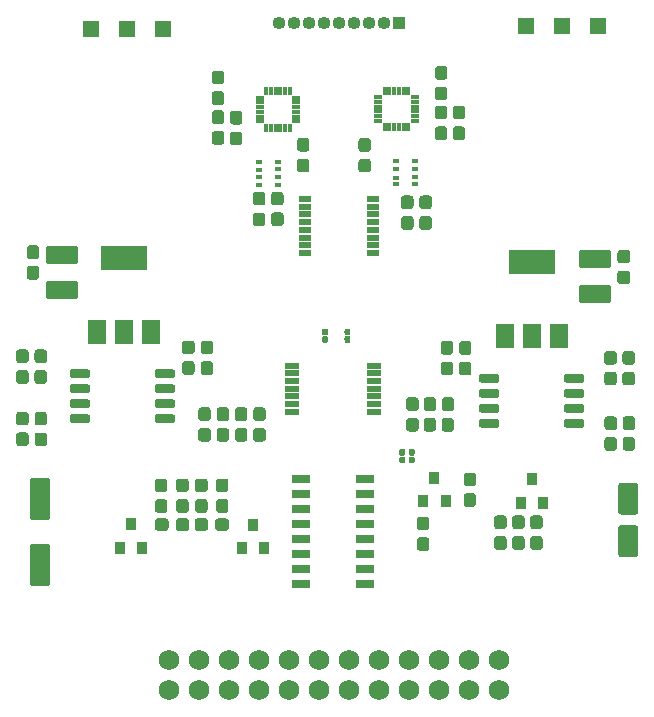
<source format=gbr>
%TF.GenerationSoftware,KiCad,Pcbnew,(5.1.0)-1*%
%TF.CreationDate,2020-12-18T14:46:06+02:00*%
%TF.ProjectId,Template,54656d70-6c61-4746-952e-6b696361645f,rev?*%
%TF.SameCoordinates,Original*%
%TF.FileFunction,Soldermask,Top*%
%TF.FilePolarity,Negative*%
%FSLAX46Y46*%
G04 Gerber Fmt 4.6, Leading zero omitted, Abs format (unit mm)*
G04 Created by KiCad (PCBNEW (5.1.0)-1) date 2020-12-18 14:46:06*
%MOMM*%
%LPD*%
G04 APERTURE LIST*
%ADD10R,1.300000X0.500000*%
%ADD11R,1.100000X0.500000*%
%ADD12C,0.100000*%
%ADD13C,1.050000*%
%ADD14R,0.900000X1.000000*%
%ADD15R,1.600000X2.100000*%
%ADD16R,3.900000X2.100000*%
%ADD17R,0.320000X0.740000*%
%ADD18R,0.740000X0.320000*%
%ADD19R,0.760000X0.340000*%
%ADD20C,1.740000*%
%ADD21R,1.450000X1.450000*%
%ADD22R,1.600000X0.700000*%
%ADD23R,0.600000X0.450000*%
%ADD24C,0.700000*%
%ADD25C,0.500000*%
%ADD26C,1.525000*%
%ADD27C,1.700000*%
%ADD28R,1.100000X1.100000*%
%ADD29O,1.100000X1.100000*%
G04 APERTURE END LIST*
D10*
%TO.C,U5*%
X118394600Y-82879200D03*
X118394600Y-83529200D03*
X118394600Y-84179200D03*
X118394600Y-84829200D03*
X118394600Y-85479200D03*
X118394600Y-86129200D03*
X118394600Y-86779200D03*
X111494600Y-86779200D03*
X111494600Y-86129200D03*
X111494600Y-85479200D03*
X111494600Y-84829200D03*
X111494600Y-84179200D03*
X111494600Y-83529200D03*
X111494600Y-82879200D03*
%TD*%
D11*
%TO.C,U2*%
X112564000Y-73320400D03*
X112564000Y-72670400D03*
X112564000Y-72020400D03*
X112564000Y-71370400D03*
X112564000Y-70720400D03*
X112564000Y-70070400D03*
X112564000Y-69420400D03*
X112564000Y-68770400D03*
X118364000Y-68770400D03*
X118364000Y-69420400D03*
X118364000Y-70070400D03*
X118364000Y-70720400D03*
X118364000Y-71370400D03*
X118364000Y-72020400D03*
X118364000Y-72670400D03*
X118364000Y-73320400D03*
%TD*%
D12*
%TO.C,R7*%
G36*
X104558229Y-82501264D02*
G01*
X104583711Y-82505044D01*
X104608700Y-82511303D01*
X104632954Y-82519982D01*
X104656242Y-82530996D01*
X104678337Y-82544239D01*
X104699028Y-82559585D01*
X104718116Y-82576884D01*
X104735415Y-82595972D01*
X104750761Y-82616663D01*
X104764004Y-82638758D01*
X104775018Y-82662046D01*
X104783697Y-82686300D01*
X104789956Y-82711289D01*
X104793736Y-82736771D01*
X104795000Y-82762500D01*
X104795000Y-83387500D01*
X104793736Y-83413229D01*
X104789956Y-83438711D01*
X104783697Y-83463700D01*
X104775018Y-83487954D01*
X104764004Y-83511242D01*
X104750761Y-83533337D01*
X104735415Y-83554028D01*
X104718116Y-83573116D01*
X104699028Y-83590415D01*
X104678337Y-83605761D01*
X104656242Y-83619004D01*
X104632954Y-83630018D01*
X104608700Y-83638697D01*
X104583711Y-83644956D01*
X104558229Y-83648736D01*
X104532500Y-83650000D01*
X104007500Y-83650000D01*
X103981771Y-83648736D01*
X103956289Y-83644956D01*
X103931300Y-83638697D01*
X103907046Y-83630018D01*
X103883758Y-83619004D01*
X103861663Y-83605761D01*
X103840972Y-83590415D01*
X103821884Y-83573116D01*
X103804585Y-83554028D01*
X103789239Y-83533337D01*
X103775996Y-83511242D01*
X103764982Y-83487954D01*
X103756303Y-83463700D01*
X103750044Y-83438711D01*
X103746264Y-83413229D01*
X103745000Y-83387500D01*
X103745000Y-82762500D01*
X103746264Y-82736771D01*
X103750044Y-82711289D01*
X103756303Y-82686300D01*
X103764982Y-82662046D01*
X103775996Y-82638758D01*
X103789239Y-82616663D01*
X103804585Y-82595972D01*
X103821884Y-82576884D01*
X103840972Y-82559585D01*
X103861663Y-82544239D01*
X103883758Y-82530996D01*
X103907046Y-82519982D01*
X103931300Y-82511303D01*
X103956289Y-82505044D01*
X103981771Y-82501264D01*
X104007500Y-82500000D01*
X104532500Y-82500000D01*
X104558229Y-82501264D01*
X104558229Y-82501264D01*
G37*
D13*
X104270000Y-83075000D03*
D12*
G36*
X104558229Y-80751264D02*
G01*
X104583711Y-80755044D01*
X104608700Y-80761303D01*
X104632954Y-80769982D01*
X104656242Y-80780996D01*
X104678337Y-80794239D01*
X104699028Y-80809585D01*
X104718116Y-80826884D01*
X104735415Y-80845972D01*
X104750761Y-80866663D01*
X104764004Y-80888758D01*
X104775018Y-80912046D01*
X104783697Y-80936300D01*
X104789956Y-80961289D01*
X104793736Y-80986771D01*
X104795000Y-81012500D01*
X104795000Y-81637500D01*
X104793736Y-81663229D01*
X104789956Y-81688711D01*
X104783697Y-81713700D01*
X104775018Y-81737954D01*
X104764004Y-81761242D01*
X104750761Y-81783337D01*
X104735415Y-81804028D01*
X104718116Y-81823116D01*
X104699028Y-81840415D01*
X104678337Y-81855761D01*
X104656242Y-81869004D01*
X104632954Y-81880018D01*
X104608700Y-81888697D01*
X104583711Y-81894956D01*
X104558229Y-81898736D01*
X104532500Y-81900000D01*
X104007500Y-81900000D01*
X103981771Y-81898736D01*
X103956289Y-81894956D01*
X103931300Y-81888697D01*
X103907046Y-81880018D01*
X103883758Y-81869004D01*
X103861663Y-81855761D01*
X103840972Y-81840415D01*
X103821884Y-81823116D01*
X103804585Y-81804028D01*
X103789239Y-81783337D01*
X103775996Y-81761242D01*
X103764982Y-81737954D01*
X103756303Y-81713700D01*
X103750044Y-81688711D01*
X103746264Y-81663229D01*
X103745000Y-81637500D01*
X103745000Y-81012500D01*
X103746264Y-80986771D01*
X103750044Y-80961289D01*
X103756303Y-80936300D01*
X103764982Y-80912046D01*
X103775996Y-80888758D01*
X103789239Y-80866663D01*
X103804585Y-80845972D01*
X103821884Y-80826884D01*
X103840972Y-80809585D01*
X103861663Y-80794239D01*
X103883758Y-80780996D01*
X103907046Y-80769982D01*
X103931300Y-80761303D01*
X103956289Y-80755044D01*
X103981771Y-80751264D01*
X104007500Y-80750000D01*
X104532500Y-80750000D01*
X104558229Y-80751264D01*
X104558229Y-80751264D01*
G37*
D13*
X104270000Y-81325000D03*
%TD*%
D14*
%TO.C,Q6*%
X97825000Y-96300000D03*
X98775000Y-98300000D03*
X96875000Y-98300000D03*
%TD*%
D12*
%TO.C,R28*%
G36*
X104088229Y-94176264D02*
G01*
X104113711Y-94180044D01*
X104138700Y-94186303D01*
X104162954Y-94194982D01*
X104186242Y-94205996D01*
X104208337Y-94219239D01*
X104229028Y-94234585D01*
X104248116Y-94251884D01*
X104265415Y-94270972D01*
X104280761Y-94291663D01*
X104294004Y-94313758D01*
X104305018Y-94337046D01*
X104313697Y-94361300D01*
X104319956Y-94386289D01*
X104323736Y-94411771D01*
X104325000Y-94437500D01*
X104325000Y-95062500D01*
X104323736Y-95088229D01*
X104319956Y-95113711D01*
X104313697Y-95138700D01*
X104305018Y-95162954D01*
X104294004Y-95186242D01*
X104280761Y-95208337D01*
X104265415Y-95229028D01*
X104248116Y-95248116D01*
X104229028Y-95265415D01*
X104208337Y-95280761D01*
X104186242Y-95294004D01*
X104162954Y-95305018D01*
X104138700Y-95313697D01*
X104113711Y-95319956D01*
X104088229Y-95323736D01*
X104062500Y-95325000D01*
X103537500Y-95325000D01*
X103511771Y-95323736D01*
X103486289Y-95319956D01*
X103461300Y-95313697D01*
X103437046Y-95305018D01*
X103413758Y-95294004D01*
X103391663Y-95280761D01*
X103370972Y-95265415D01*
X103351884Y-95248116D01*
X103334585Y-95229028D01*
X103319239Y-95208337D01*
X103305996Y-95186242D01*
X103294982Y-95162954D01*
X103286303Y-95138700D01*
X103280044Y-95113711D01*
X103276264Y-95088229D01*
X103275000Y-95062500D01*
X103275000Y-94437500D01*
X103276264Y-94411771D01*
X103280044Y-94386289D01*
X103286303Y-94361300D01*
X103294982Y-94337046D01*
X103305996Y-94313758D01*
X103319239Y-94291663D01*
X103334585Y-94270972D01*
X103351884Y-94251884D01*
X103370972Y-94234585D01*
X103391663Y-94219239D01*
X103413758Y-94205996D01*
X103437046Y-94194982D01*
X103461300Y-94186303D01*
X103486289Y-94180044D01*
X103511771Y-94176264D01*
X103537500Y-94175000D01*
X104062500Y-94175000D01*
X104088229Y-94176264D01*
X104088229Y-94176264D01*
G37*
D13*
X103800000Y-94750000D03*
D12*
G36*
X104088229Y-92426264D02*
G01*
X104113711Y-92430044D01*
X104138700Y-92436303D01*
X104162954Y-92444982D01*
X104186242Y-92455996D01*
X104208337Y-92469239D01*
X104229028Y-92484585D01*
X104248116Y-92501884D01*
X104265415Y-92520972D01*
X104280761Y-92541663D01*
X104294004Y-92563758D01*
X104305018Y-92587046D01*
X104313697Y-92611300D01*
X104319956Y-92636289D01*
X104323736Y-92661771D01*
X104325000Y-92687500D01*
X104325000Y-93312500D01*
X104323736Y-93338229D01*
X104319956Y-93363711D01*
X104313697Y-93388700D01*
X104305018Y-93412954D01*
X104294004Y-93436242D01*
X104280761Y-93458337D01*
X104265415Y-93479028D01*
X104248116Y-93498116D01*
X104229028Y-93515415D01*
X104208337Y-93530761D01*
X104186242Y-93544004D01*
X104162954Y-93555018D01*
X104138700Y-93563697D01*
X104113711Y-93569956D01*
X104088229Y-93573736D01*
X104062500Y-93575000D01*
X103537500Y-93575000D01*
X103511771Y-93573736D01*
X103486289Y-93569956D01*
X103461300Y-93563697D01*
X103437046Y-93555018D01*
X103413758Y-93544004D01*
X103391663Y-93530761D01*
X103370972Y-93515415D01*
X103351884Y-93498116D01*
X103334585Y-93479028D01*
X103319239Y-93458337D01*
X103305996Y-93436242D01*
X103294982Y-93412954D01*
X103286303Y-93388700D01*
X103280044Y-93363711D01*
X103276264Y-93338229D01*
X103275000Y-93312500D01*
X103275000Y-92687500D01*
X103276264Y-92661771D01*
X103280044Y-92636289D01*
X103286303Y-92611300D01*
X103294982Y-92587046D01*
X103305996Y-92563758D01*
X103319239Y-92541663D01*
X103334585Y-92520972D01*
X103351884Y-92501884D01*
X103370972Y-92484585D01*
X103391663Y-92469239D01*
X103413758Y-92455996D01*
X103437046Y-92444982D01*
X103461300Y-92436303D01*
X103486289Y-92430044D01*
X103511771Y-92426264D01*
X103537500Y-92425000D01*
X104062500Y-92425000D01*
X104088229Y-92426264D01*
X104088229Y-92426264D01*
G37*
D13*
X103800000Y-93000000D03*
%TD*%
D15*
%TO.C,Q1*%
X94966200Y-80054400D03*
X99566200Y-80054400D03*
X97266200Y-80054400D03*
D16*
X97266200Y-73754400D03*
%TD*%
D17*
%TO.C,U7*%
X119722120Y-59589700D03*
X120522120Y-59589700D03*
D18*
X118777120Y-60534700D03*
X118777120Y-60934700D03*
X118777120Y-60134700D03*
D17*
X119322120Y-59589700D03*
X120122120Y-59589700D03*
X120922120Y-59589700D03*
X121322120Y-59589700D03*
D18*
X121867120Y-60134700D03*
X121867120Y-60534700D03*
X121867120Y-60934700D03*
X121867120Y-61334700D03*
X121867120Y-61734700D03*
D19*
X121867120Y-62134700D03*
D17*
X121322120Y-62679700D03*
X120922120Y-62679700D03*
X120522120Y-62679700D03*
X120122120Y-62679700D03*
X119722120Y-62679700D03*
X119322120Y-62679700D03*
D18*
X118777120Y-62134700D03*
X118777120Y-61734700D03*
X118777120Y-61334700D03*
%TD*%
D20*
%TO.C,J1*%
X101028500Y-107760000D03*
X101028500Y-110300000D03*
X103568500Y-107760000D03*
X103568500Y-110300000D03*
X106108500Y-107760000D03*
X106108500Y-110300000D03*
X108648500Y-107760000D03*
X108648500Y-110300000D03*
X111188500Y-107760000D03*
X111188500Y-110300000D03*
X113728500Y-107760000D03*
X113728500Y-110300000D03*
X116268500Y-107760000D03*
X116268500Y-110300000D03*
X118808500Y-107760000D03*
X118808500Y-110300000D03*
X121348500Y-107760000D03*
X121348500Y-110300000D03*
X123888500Y-107760000D03*
X123888500Y-110300000D03*
X126428500Y-107760000D03*
X126428500Y-110300000D03*
X128968500Y-107760000D03*
X128968500Y-110300000D03*
%TD*%
D12*
%TO.C,R25*%
G36*
X132460229Y-97304064D02*
G01*
X132485711Y-97307844D01*
X132510700Y-97314103D01*
X132534954Y-97322782D01*
X132558242Y-97333796D01*
X132580337Y-97347039D01*
X132601028Y-97362385D01*
X132620116Y-97379684D01*
X132637415Y-97398772D01*
X132652761Y-97419463D01*
X132666004Y-97441558D01*
X132677018Y-97464846D01*
X132685697Y-97489100D01*
X132691956Y-97514089D01*
X132695736Y-97539571D01*
X132697000Y-97565300D01*
X132697000Y-98190300D01*
X132695736Y-98216029D01*
X132691956Y-98241511D01*
X132685697Y-98266500D01*
X132677018Y-98290754D01*
X132666004Y-98314042D01*
X132652761Y-98336137D01*
X132637415Y-98356828D01*
X132620116Y-98375916D01*
X132601028Y-98393215D01*
X132580337Y-98408561D01*
X132558242Y-98421804D01*
X132534954Y-98432818D01*
X132510700Y-98441497D01*
X132485711Y-98447756D01*
X132460229Y-98451536D01*
X132434500Y-98452800D01*
X131909500Y-98452800D01*
X131883771Y-98451536D01*
X131858289Y-98447756D01*
X131833300Y-98441497D01*
X131809046Y-98432818D01*
X131785758Y-98421804D01*
X131763663Y-98408561D01*
X131742972Y-98393215D01*
X131723884Y-98375916D01*
X131706585Y-98356828D01*
X131691239Y-98336137D01*
X131677996Y-98314042D01*
X131666982Y-98290754D01*
X131658303Y-98266500D01*
X131652044Y-98241511D01*
X131648264Y-98216029D01*
X131647000Y-98190300D01*
X131647000Y-97565300D01*
X131648264Y-97539571D01*
X131652044Y-97514089D01*
X131658303Y-97489100D01*
X131666982Y-97464846D01*
X131677996Y-97441558D01*
X131691239Y-97419463D01*
X131706585Y-97398772D01*
X131723884Y-97379684D01*
X131742972Y-97362385D01*
X131763663Y-97347039D01*
X131785758Y-97333796D01*
X131809046Y-97322782D01*
X131833300Y-97314103D01*
X131858289Y-97307844D01*
X131883771Y-97304064D01*
X131909500Y-97302800D01*
X132434500Y-97302800D01*
X132460229Y-97304064D01*
X132460229Y-97304064D01*
G37*
D13*
X132172000Y-97877800D03*
D12*
G36*
X132460229Y-95554064D02*
G01*
X132485711Y-95557844D01*
X132510700Y-95564103D01*
X132534954Y-95572782D01*
X132558242Y-95583796D01*
X132580337Y-95597039D01*
X132601028Y-95612385D01*
X132620116Y-95629684D01*
X132637415Y-95648772D01*
X132652761Y-95669463D01*
X132666004Y-95691558D01*
X132677018Y-95714846D01*
X132685697Y-95739100D01*
X132691956Y-95764089D01*
X132695736Y-95789571D01*
X132697000Y-95815300D01*
X132697000Y-96440300D01*
X132695736Y-96466029D01*
X132691956Y-96491511D01*
X132685697Y-96516500D01*
X132677018Y-96540754D01*
X132666004Y-96564042D01*
X132652761Y-96586137D01*
X132637415Y-96606828D01*
X132620116Y-96625916D01*
X132601028Y-96643215D01*
X132580337Y-96658561D01*
X132558242Y-96671804D01*
X132534954Y-96682818D01*
X132510700Y-96691497D01*
X132485711Y-96697756D01*
X132460229Y-96701536D01*
X132434500Y-96702800D01*
X131909500Y-96702800D01*
X131883771Y-96701536D01*
X131858289Y-96697756D01*
X131833300Y-96691497D01*
X131809046Y-96682818D01*
X131785758Y-96671804D01*
X131763663Y-96658561D01*
X131742972Y-96643215D01*
X131723884Y-96625916D01*
X131706585Y-96606828D01*
X131691239Y-96586137D01*
X131677996Y-96564042D01*
X131666982Y-96540754D01*
X131658303Y-96516500D01*
X131652044Y-96491511D01*
X131648264Y-96466029D01*
X131647000Y-96440300D01*
X131647000Y-95815300D01*
X131648264Y-95789571D01*
X131652044Y-95764089D01*
X131658303Y-95739100D01*
X131666982Y-95714846D01*
X131677996Y-95691558D01*
X131691239Y-95669463D01*
X131706585Y-95648772D01*
X131723884Y-95629684D01*
X131742972Y-95612385D01*
X131763663Y-95597039D01*
X131785758Y-95583796D01*
X131809046Y-95572782D01*
X131833300Y-95564103D01*
X131858289Y-95557844D01*
X131883771Y-95554064D01*
X131909500Y-95552800D01*
X132434500Y-95552800D01*
X132460229Y-95554064D01*
X132460229Y-95554064D01*
G37*
D13*
X132172000Y-96127800D03*
%TD*%
D21*
%TO.C,MISO1*%
X134350000Y-54150000D03*
%TD*%
%TO.C,MOSI1*%
X137425000Y-54150000D03*
%TD*%
%TO.C,LOAD2*%
X100525000Y-54350000D03*
%TD*%
%TO.C,GND1*%
X94425000Y-54350000D03*
%TD*%
%TO.C,CLK1*%
X97475000Y-54350000D03*
%TD*%
%TO.C,LOAD1*%
X131250000Y-54150000D03*
%TD*%
D15*
%TO.C,Q2*%
X129486200Y-80394400D03*
X134086200Y-80394400D03*
X131786200Y-80394400D03*
D16*
X131786200Y-74094400D03*
%TD*%
D22*
%TO.C,U9*%
X117675000Y-92505000D03*
X117675000Y-93775000D03*
X117675000Y-95045000D03*
X117675000Y-96315000D03*
X117675000Y-97585000D03*
X117675000Y-98855000D03*
X117675000Y-100125000D03*
X117675000Y-101395000D03*
X112275000Y-101395000D03*
X112275000Y-100125000D03*
X112275000Y-98855000D03*
X112275000Y-97585000D03*
X112275000Y-96315000D03*
X112275000Y-95045000D03*
X112275000Y-93775000D03*
X112275000Y-92505000D03*
%TD*%
D12*
%TO.C,R32*%
G36*
X104358229Y-88151264D02*
G01*
X104383711Y-88155044D01*
X104408700Y-88161303D01*
X104432954Y-88169982D01*
X104456242Y-88180996D01*
X104478337Y-88194239D01*
X104499028Y-88209585D01*
X104518116Y-88226884D01*
X104535415Y-88245972D01*
X104550761Y-88266663D01*
X104564004Y-88288758D01*
X104575018Y-88312046D01*
X104583697Y-88336300D01*
X104589956Y-88361289D01*
X104593736Y-88386771D01*
X104595000Y-88412500D01*
X104595000Y-89037500D01*
X104593736Y-89063229D01*
X104589956Y-89088711D01*
X104583697Y-89113700D01*
X104575018Y-89137954D01*
X104564004Y-89161242D01*
X104550761Y-89183337D01*
X104535415Y-89204028D01*
X104518116Y-89223116D01*
X104499028Y-89240415D01*
X104478337Y-89255761D01*
X104456242Y-89269004D01*
X104432954Y-89280018D01*
X104408700Y-89288697D01*
X104383711Y-89294956D01*
X104358229Y-89298736D01*
X104332500Y-89300000D01*
X103807500Y-89300000D01*
X103781771Y-89298736D01*
X103756289Y-89294956D01*
X103731300Y-89288697D01*
X103707046Y-89280018D01*
X103683758Y-89269004D01*
X103661663Y-89255761D01*
X103640972Y-89240415D01*
X103621884Y-89223116D01*
X103604585Y-89204028D01*
X103589239Y-89183337D01*
X103575996Y-89161242D01*
X103564982Y-89137954D01*
X103556303Y-89113700D01*
X103550044Y-89088711D01*
X103546264Y-89063229D01*
X103545000Y-89037500D01*
X103545000Y-88412500D01*
X103546264Y-88386771D01*
X103550044Y-88361289D01*
X103556303Y-88336300D01*
X103564982Y-88312046D01*
X103575996Y-88288758D01*
X103589239Y-88266663D01*
X103604585Y-88245972D01*
X103621884Y-88226884D01*
X103640972Y-88209585D01*
X103661663Y-88194239D01*
X103683758Y-88180996D01*
X103707046Y-88169982D01*
X103731300Y-88161303D01*
X103756289Y-88155044D01*
X103781771Y-88151264D01*
X103807500Y-88150000D01*
X104332500Y-88150000D01*
X104358229Y-88151264D01*
X104358229Y-88151264D01*
G37*
D13*
X104070000Y-88725000D03*
D12*
G36*
X104358229Y-86401264D02*
G01*
X104383711Y-86405044D01*
X104408700Y-86411303D01*
X104432954Y-86419982D01*
X104456242Y-86430996D01*
X104478337Y-86444239D01*
X104499028Y-86459585D01*
X104518116Y-86476884D01*
X104535415Y-86495972D01*
X104550761Y-86516663D01*
X104564004Y-86538758D01*
X104575018Y-86562046D01*
X104583697Y-86586300D01*
X104589956Y-86611289D01*
X104593736Y-86636771D01*
X104595000Y-86662500D01*
X104595000Y-87287500D01*
X104593736Y-87313229D01*
X104589956Y-87338711D01*
X104583697Y-87363700D01*
X104575018Y-87387954D01*
X104564004Y-87411242D01*
X104550761Y-87433337D01*
X104535415Y-87454028D01*
X104518116Y-87473116D01*
X104499028Y-87490415D01*
X104478337Y-87505761D01*
X104456242Y-87519004D01*
X104432954Y-87530018D01*
X104408700Y-87538697D01*
X104383711Y-87544956D01*
X104358229Y-87548736D01*
X104332500Y-87550000D01*
X103807500Y-87550000D01*
X103781771Y-87548736D01*
X103756289Y-87544956D01*
X103731300Y-87538697D01*
X103707046Y-87530018D01*
X103683758Y-87519004D01*
X103661663Y-87505761D01*
X103640972Y-87490415D01*
X103621884Y-87473116D01*
X103604585Y-87454028D01*
X103589239Y-87433337D01*
X103575996Y-87411242D01*
X103564982Y-87387954D01*
X103556303Y-87363700D01*
X103550044Y-87338711D01*
X103546264Y-87313229D01*
X103545000Y-87287500D01*
X103545000Y-86662500D01*
X103546264Y-86636771D01*
X103550044Y-86611289D01*
X103556303Y-86586300D01*
X103564982Y-86562046D01*
X103575996Y-86538758D01*
X103589239Y-86516663D01*
X103604585Y-86495972D01*
X103621884Y-86476884D01*
X103640972Y-86459585D01*
X103661663Y-86444239D01*
X103683758Y-86430996D01*
X103707046Y-86419982D01*
X103731300Y-86411303D01*
X103756289Y-86405044D01*
X103781771Y-86401264D01*
X103807500Y-86400000D01*
X104332500Y-86400000D01*
X104358229Y-86401264D01*
X104358229Y-86401264D01*
G37*
D13*
X104070000Y-86975000D03*
%TD*%
D12*
%TO.C,C18*%
G36*
X102538229Y-95801264D02*
G01*
X102563711Y-95805044D01*
X102588700Y-95811303D01*
X102612954Y-95819982D01*
X102636242Y-95830996D01*
X102658337Y-95844239D01*
X102679028Y-95859585D01*
X102698116Y-95876884D01*
X102715415Y-95895972D01*
X102730761Y-95916663D01*
X102744004Y-95938758D01*
X102755018Y-95962046D01*
X102763697Y-95986300D01*
X102769956Y-96011289D01*
X102773736Y-96036771D01*
X102775000Y-96062500D01*
X102775000Y-96587500D01*
X102773736Y-96613229D01*
X102769956Y-96638711D01*
X102763697Y-96663700D01*
X102755018Y-96687954D01*
X102744004Y-96711242D01*
X102730761Y-96733337D01*
X102715415Y-96754028D01*
X102698116Y-96773116D01*
X102679028Y-96790415D01*
X102658337Y-96805761D01*
X102636242Y-96819004D01*
X102612954Y-96830018D01*
X102588700Y-96838697D01*
X102563711Y-96844956D01*
X102538229Y-96848736D01*
X102512500Y-96850000D01*
X101887500Y-96850000D01*
X101861771Y-96848736D01*
X101836289Y-96844956D01*
X101811300Y-96838697D01*
X101787046Y-96830018D01*
X101763758Y-96819004D01*
X101741663Y-96805761D01*
X101720972Y-96790415D01*
X101701884Y-96773116D01*
X101684585Y-96754028D01*
X101669239Y-96733337D01*
X101655996Y-96711242D01*
X101644982Y-96687954D01*
X101636303Y-96663700D01*
X101630044Y-96638711D01*
X101626264Y-96613229D01*
X101625000Y-96587500D01*
X101625000Y-96062500D01*
X101626264Y-96036771D01*
X101630044Y-96011289D01*
X101636303Y-95986300D01*
X101644982Y-95962046D01*
X101655996Y-95938758D01*
X101669239Y-95916663D01*
X101684585Y-95895972D01*
X101701884Y-95876884D01*
X101720972Y-95859585D01*
X101741663Y-95844239D01*
X101763758Y-95830996D01*
X101787046Y-95819982D01*
X101811300Y-95811303D01*
X101836289Y-95805044D01*
X101861771Y-95801264D01*
X101887500Y-95800000D01*
X102512500Y-95800000D01*
X102538229Y-95801264D01*
X102538229Y-95801264D01*
G37*
D13*
X102200000Y-96325000D03*
D12*
G36*
X100788229Y-95801264D02*
G01*
X100813711Y-95805044D01*
X100838700Y-95811303D01*
X100862954Y-95819982D01*
X100886242Y-95830996D01*
X100908337Y-95844239D01*
X100929028Y-95859585D01*
X100948116Y-95876884D01*
X100965415Y-95895972D01*
X100980761Y-95916663D01*
X100994004Y-95938758D01*
X101005018Y-95962046D01*
X101013697Y-95986300D01*
X101019956Y-96011289D01*
X101023736Y-96036771D01*
X101025000Y-96062500D01*
X101025000Y-96587500D01*
X101023736Y-96613229D01*
X101019956Y-96638711D01*
X101013697Y-96663700D01*
X101005018Y-96687954D01*
X100994004Y-96711242D01*
X100980761Y-96733337D01*
X100965415Y-96754028D01*
X100948116Y-96773116D01*
X100929028Y-96790415D01*
X100908337Y-96805761D01*
X100886242Y-96819004D01*
X100862954Y-96830018D01*
X100838700Y-96838697D01*
X100813711Y-96844956D01*
X100788229Y-96848736D01*
X100762500Y-96850000D01*
X100137500Y-96850000D01*
X100111771Y-96848736D01*
X100086289Y-96844956D01*
X100061300Y-96838697D01*
X100037046Y-96830018D01*
X100013758Y-96819004D01*
X99991663Y-96805761D01*
X99970972Y-96790415D01*
X99951884Y-96773116D01*
X99934585Y-96754028D01*
X99919239Y-96733337D01*
X99905996Y-96711242D01*
X99894982Y-96687954D01*
X99886303Y-96663700D01*
X99880044Y-96638711D01*
X99876264Y-96613229D01*
X99875000Y-96587500D01*
X99875000Y-96062500D01*
X99876264Y-96036771D01*
X99880044Y-96011289D01*
X99886303Y-95986300D01*
X99894982Y-95962046D01*
X99905996Y-95938758D01*
X99919239Y-95916663D01*
X99934585Y-95895972D01*
X99951884Y-95876884D01*
X99970972Y-95859585D01*
X99991663Y-95844239D01*
X100013758Y-95830996D01*
X100037046Y-95819982D01*
X100061300Y-95811303D01*
X100086289Y-95805044D01*
X100111771Y-95801264D01*
X100137500Y-95800000D01*
X100762500Y-95800000D01*
X100788229Y-95801264D01*
X100788229Y-95801264D01*
G37*
D13*
X100450000Y-96325000D03*
%TD*%
D12*
%TO.C,C17*%
G36*
X105888229Y-95801264D02*
G01*
X105913711Y-95805044D01*
X105938700Y-95811303D01*
X105962954Y-95819982D01*
X105986242Y-95830996D01*
X106008337Y-95844239D01*
X106029028Y-95859585D01*
X106048116Y-95876884D01*
X106065415Y-95895972D01*
X106080761Y-95916663D01*
X106094004Y-95938758D01*
X106105018Y-95962046D01*
X106113697Y-95986300D01*
X106119956Y-96011289D01*
X106123736Y-96036771D01*
X106125000Y-96062500D01*
X106125000Y-96587500D01*
X106123736Y-96613229D01*
X106119956Y-96638711D01*
X106113697Y-96663700D01*
X106105018Y-96687954D01*
X106094004Y-96711242D01*
X106080761Y-96733337D01*
X106065415Y-96754028D01*
X106048116Y-96773116D01*
X106029028Y-96790415D01*
X106008337Y-96805761D01*
X105986242Y-96819004D01*
X105962954Y-96830018D01*
X105938700Y-96838697D01*
X105913711Y-96844956D01*
X105888229Y-96848736D01*
X105862500Y-96850000D01*
X105237500Y-96850000D01*
X105211771Y-96848736D01*
X105186289Y-96844956D01*
X105161300Y-96838697D01*
X105137046Y-96830018D01*
X105113758Y-96819004D01*
X105091663Y-96805761D01*
X105070972Y-96790415D01*
X105051884Y-96773116D01*
X105034585Y-96754028D01*
X105019239Y-96733337D01*
X105005996Y-96711242D01*
X104994982Y-96687954D01*
X104986303Y-96663700D01*
X104980044Y-96638711D01*
X104976264Y-96613229D01*
X104975000Y-96587500D01*
X104975000Y-96062500D01*
X104976264Y-96036771D01*
X104980044Y-96011289D01*
X104986303Y-95986300D01*
X104994982Y-95962046D01*
X105005996Y-95938758D01*
X105019239Y-95916663D01*
X105034585Y-95895972D01*
X105051884Y-95876884D01*
X105070972Y-95859585D01*
X105091663Y-95844239D01*
X105113758Y-95830996D01*
X105137046Y-95819982D01*
X105161300Y-95811303D01*
X105186289Y-95805044D01*
X105211771Y-95801264D01*
X105237500Y-95800000D01*
X105862500Y-95800000D01*
X105888229Y-95801264D01*
X105888229Y-95801264D01*
G37*
D13*
X105550000Y-96325000D03*
D12*
G36*
X104138229Y-95801264D02*
G01*
X104163711Y-95805044D01*
X104188700Y-95811303D01*
X104212954Y-95819982D01*
X104236242Y-95830996D01*
X104258337Y-95844239D01*
X104279028Y-95859585D01*
X104298116Y-95876884D01*
X104315415Y-95895972D01*
X104330761Y-95916663D01*
X104344004Y-95938758D01*
X104355018Y-95962046D01*
X104363697Y-95986300D01*
X104369956Y-96011289D01*
X104373736Y-96036771D01*
X104375000Y-96062500D01*
X104375000Y-96587500D01*
X104373736Y-96613229D01*
X104369956Y-96638711D01*
X104363697Y-96663700D01*
X104355018Y-96687954D01*
X104344004Y-96711242D01*
X104330761Y-96733337D01*
X104315415Y-96754028D01*
X104298116Y-96773116D01*
X104279028Y-96790415D01*
X104258337Y-96805761D01*
X104236242Y-96819004D01*
X104212954Y-96830018D01*
X104188700Y-96838697D01*
X104163711Y-96844956D01*
X104138229Y-96848736D01*
X104112500Y-96850000D01*
X103487500Y-96850000D01*
X103461771Y-96848736D01*
X103436289Y-96844956D01*
X103411300Y-96838697D01*
X103387046Y-96830018D01*
X103363758Y-96819004D01*
X103341663Y-96805761D01*
X103320972Y-96790415D01*
X103301884Y-96773116D01*
X103284585Y-96754028D01*
X103269239Y-96733337D01*
X103255996Y-96711242D01*
X103244982Y-96687954D01*
X103236303Y-96663700D01*
X103230044Y-96638711D01*
X103226264Y-96613229D01*
X103225000Y-96587500D01*
X103225000Y-96062500D01*
X103226264Y-96036771D01*
X103230044Y-96011289D01*
X103236303Y-95986300D01*
X103244982Y-95962046D01*
X103255996Y-95938758D01*
X103269239Y-95916663D01*
X103284585Y-95895972D01*
X103301884Y-95876884D01*
X103320972Y-95859585D01*
X103341663Y-95844239D01*
X103363758Y-95830996D01*
X103387046Y-95819982D01*
X103411300Y-95811303D01*
X103436289Y-95805044D01*
X103461771Y-95801264D01*
X103487500Y-95800000D01*
X104112500Y-95800000D01*
X104138229Y-95801264D01*
X104138229Y-95801264D01*
G37*
D13*
X103800000Y-96325000D03*
%TD*%
D17*
%TO.C,U6*%
X109689120Y-59630340D03*
X110489120Y-59630340D03*
D18*
X108744120Y-60575340D03*
X108744120Y-60975340D03*
X108744120Y-60175340D03*
D17*
X109289120Y-59630340D03*
X110089120Y-59630340D03*
X110889120Y-59630340D03*
X111289120Y-59630340D03*
D18*
X111834120Y-60175340D03*
X111834120Y-60575340D03*
X111834120Y-60975340D03*
X111834120Y-61375340D03*
X111834120Y-61775340D03*
X111834120Y-62175340D03*
D17*
X111289120Y-62720340D03*
X110889120Y-62720340D03*
X110489120Y-62720340D03*
X110089120Y-62720340D03*
X109689120Y-62720340D03*
X109289120Y-62720340D03*
D18*
X108744120Y-62175340D03*
X108744120Y-61775340D03*
X108744120Y-61375340D03*
%TD*%
D23*
%TO.C,U8*%
X108720000Y-65615240D03*
X108720000Y-66265240D03*
X108720000Y-66915240D03*
X108720000Y-67565240D03*
X110270000Y-67565240D03*
X110270000Y-66915240D03*
X110270000Y-66188920D03*
X110270000Y-65615240D03*
%TD*%
D12*
%TO.C,U4*%
G36*
X136065653Y-83600843D02*
G01*
X136082641Y-83603363D01*
X136099300Y-83607535D01*
X136115470Y-83613321D01*
X136130994Y-83620664D01*
X136145725Y-83629493D01*
X136159519Y-83639723D01*
X136172244Y-83651256D01*
X136183777Y-83663981D01*
X136194007Y-83677775D01*
X136202836Y-83692506D01*
X136210179Y-83708030D01*
X136215965Y-83724200D01*
X136220137Y-83740859D01*
X136222657Y-83757847D01*
X136223500Y-83775000D01*
X136223500Y-84125000D01*
X136222657Y-84142153D01*
X136220137Y-84159141D01*
X136215965Y-84175800D01*
X136210179Y-84191970D01*
X136202836Y-84207494D01*
X136194007Y-84222225D01*
X136183777Y-84236019D01*
X136172244Y-84248744D01*
X136159519Y-84260277D01*
X136145725Y-84270507D01*
X136130994Y-84279336D01*
X136115470Y-84286679D01*
X136099300Y-84292465D01*
X136082641Y-84296637D01*
X136065653Y-84299157D01*
X136048500Y-84300000D01*
X134698500Y-84300000D01*
X134681347Y-84299157D01*
X134664359Y-84296637D01*
X134647700Y-84292465D01*
X134631530Y-84286679D01*
X134616006Y-84279336D01*
X134601275Y-84270507D01*
X134587481Y-84260277D01*
X134574756Y-84248744D01*
X134563223Y-84236019D01*
X134552993Y-84222225D01*
X134544164Y-84207494D01*
X134536821Y-84191970D01*
X134531035Y-84175800D01*
X134526863Y-84159141D01*
X134524343Y-84142153D01*
X134523500Y-84125000D01*
X134523500Y-83775000D01*
X134524343Y-83757847D01*
X134526863Y-83740859D01*
X134531035Y-83724200D01*
X134536821Y-83708030D01*
X134544164Y-83692506D01*
X134552993Y-83677775D01*
X134563223Y-83663981D01*
X134574756Y-83651256D01*
X134587481Y-83639723D01*
X134601275Y-83629493D01*
X134616006Y-83620664D01*
X134631530Y-83613321D01*
X134647700Y-83607535D01*
X134664359Y-83603363D01*
X134681347Y-83600843D01*
X134698500Y-83600000D01*
X136048500Y-83600000D01*
X136065653Y-83600843D01*
X136065653Y-83600843D01*
G37*
D24*
X135373500Y-83950000D03*
D12*
G36*
X136065653Y-84870843D02*
G01*
X136082641Y-84873363D01*
X136099300Y-84877535D01*
X136115470Y-84883321D01*
X136130994Y-84890664D01*
X136145725Y-84899493D01*
X136159519Y-84909723D01*
X136172244Y-84921256D01*
X136183777Y-84933981D01*
X136194007Y-84947775D01*
X136202836Y-84962506D01*
X136210179Y-84978030D01*
X136215965Y-84994200D01*
X136220137Y-85010859D01*
X136222657Y-85027847D01*
X136223500Y-85045000D01*
X136223500Y-85395000D01*
X136222657Y-85412153D01*
X136220137Y-85429141D01*
X136215965Y-85445800D01*
X136210179Y-85461970D01*
X136202836Y-85477494D01*
X136194007Y-85492225D01*
X136183777Y-85506019D01*
X136172244Y-85518744D01*
X136159519Y-85530277D01*
X136145725Y-85540507D01*
X136130994Y-85549336D01*
X136115470Y-85556679D01*
X136099300Y-85562465D01*
X136082641Y-85566637D01*
X136065653Y-85569157D01*
X136048500Y-85570000D01*
X134698500Y-85570000D01*
X134681347Y-85569157D01*
X134664359Y-85566637D01*
X134647700Y-85562465D01*
X134631530Y-85556679D01*
X134616006Y-85549336D01*
X134601275Y-85540507D01*
X134587481Y-85530277D01*
X134574756Y-85518744D01*
X134563223Y-85506019D01*
X134552993Y-85492225D01*
X134544164Y-85477494D01*
X134536821Y-85461970D01*
X134531035Y-85445800D01*
X134526863Y-85429141D01*
X134524343Y-85412153D01*
X134523500Y-85395000D01*
X134523500Y-85045000D01*
X134524343Y-85027847D01*
X134526863Y-85010859D01*
X134531035Y-84994200D01*
X134536821Y-84978030D01*
X134544164Y-84962506D01*
X134552993Y-84947775D01*
X134563223Y-84933981D01*
X134574756Y-84921256D01*
X134587481Y-84909723D01*
X134601275Y-84899493D01*
X134616006Y-84890664D01*
X134631530Y-84883321D01*
X134647700Y-84877535D01*
X134664359Y-84873363D01*
X134681347Y-84870843D01*
X134698500Y-84870000D01*
X136048500Y-84870000D01*
X136065653Y-84870843D01*
X136065653Y-84870843D01*
G37*
D24*
X135373500Y-85220000D03*
D12*
G36*
X136065653Y-86140843D02*
G01*
X136082641Y-86143363D01*
X136099300Y-86147535D01*
X136115470Y-86153321D01*
X136130994Y-86160664D01*
X136145725Y-86169493D01*
X136159519Y-86179723D01*
X136172244Y-86191256D01*
X136183777Y-86203981D01*
X136194007Y-86217775D01*
X136202836Y-86232506D01*
X136210179Y-86248030D01*
X136215965Y-86264200D01*
X136220137Y-86280859D01*
X136222657Y-86297847D01*
X136223500Y-86315000D01*
X136223500Y-86665000D01*
X136222657Y-86682153D01*
X136220137Y-86699141D01*
X136215965Y-86715800D01*
X136210179Y-86731970D01*
X136202836Y-86747494D01*
X136194007Y-86762225D01*
X136183777Y-86776019D01*
X136172244Y-86788744D01*
X136159519Y-86800277D01*
X136145725Y-86810507D01*
X136130994Y-86819336D01*
X136115470Y-86826679D01*
X136099300Y-86832465D01*
X136082641Y-86836637D01*
X136065653Y-86839157D01*
X136048500Y-86840000D01*
X134698500Y-86840000D01*
X134681347Y-86839157D01*
X134664359Y-86836637D01*
X134647700Y-86832465D01*
X134631530Y-86826679D01*
X134616006Y-86819336D01*
X134601275Y-86810507D01*
X134587481Y-86800277D01*
X134574756Y-86788744D01*
X134563223Y-86776019D01*
X134552993Y-86762225D01*
X134544164Y-86747494D01*
X134536821Y-86731970D01*
X134531035Y-86715800D01*
X134526863Y-86699141D01*
X134524343Y-86682153D01*
X134523500Y-86665000D01*
X134523500Y-86315000D01*
X134524343Y-86297847D01*
X134526863Y-86280859D01*
X134531035Y-86264200D01*
X134536821Y-86248030D01*
X134544164Y-86232506D01*
X134552993Y-86217775D01*
X134563223Y-86203981D01*
X134574756Y-86191256D01*
X134587481Y-86179723D01*
X134601275Y-86169493D01*
X134616006Y-86160664D01*
X134631530Y-86153321D01*
X134647700Y-86147535D01*
X134664359Y-86143363D01*
X134681347Y-86140843D01*
X134698500Y-86140000D01*
X136048500Y-86140000D01*
X136065653Y-86140843D01*
X136065653Y-86140843D01*
G37*
D24*
X135373500Y-86490000D03*
D12*
G36*
X136065653Y-87410843D02*
G01*
X136082641Y-87413363D01*
X136099300Y-87417535D01*
X136115470Y-87423321D01*
X136130994Y-87430664D01*
X136145725Y-87439493D01*
X136159519Y-87449723D01*
X136172244Y-87461256D01*
X136183777Y-87473981D01*
X136194007Y-87487775D01*
X136202836Y-87502506D01*
X136210179Y-87518030D01*
X136215965Y-87534200D01*
X136220137Y-87550859D01*
X136222657Y-87567847D01*
X136223500Y-87585000D01*
X136223500Y-87935000D01*
X136222657Y-87952153D01*
X136220137Y-87969141D01*
X136215965Y-87985800D01*
X136210179Y-88001970D01*
X136202836Y-88017494D01*
X136194007Y-88032225D01*
X136183777Y-88046019D01*
X136172244Y-88058744D01*
X136159519Y-88070277D01*
X136145725Y-88080507D01*
X136130994Y-88089336D01*
X136115470Y-88096679D01*
X136099300Y-88102465D01*
X136082641Y-88106637D01*
X136065653Y-88109157D01*
X136048500Y-88110000D01*
X134698500Y-88110000D01*
X134681347Y-88109157D01*
X134664359Y-88106637D01*
X134647700Y-88102465D01*
X134631530Y-88096679D01*
X134616006Y-88089336D01*
X134601275Y-88080507D01*
X134587481Y-88070277D01*
X134574756Y-88058744D01*
X134563223Y-88046019D01*
X134552993Y-88032225D01*
X134544164Y-88017494D01*
X134536821Y-88001970D01*
X134531035Y-87985800D01*
X134526863Y-87969141D01*
X134524343Y-87952153D01*
X134523500Y-87935000D01*
X134523500Y-87585000D01*
X134524343Y-87567847D01*
X134526863Y-87550859D01*
X134531035Y-87534200D01*
X134536821Y-87518030D01*
X134544164Y-87502506D01*
X134552993Y-87487775D01*
X134563223Y-87473981D01*
X134574756Y-87461256D01*
X134587481Y-87449723D01*
X134601275Y-87439493D01*
X134616006Y-87430664D01*
X134631530Y-87423321D01*
X134647700Y-87417535D01*
X134664359Y-87413363D01*
X134681347Y-87410843D01*
X134698500Y-87410000D01*
X136048500Y-87410000D01*
X136065653Y-87410843D01*
X136065653Y-87410843D01*
G37*
D24*
X135373500Y-87760000D03*
D12*
G36*
X128865653Y-87410843D02*
G01*
X128882641Y-87413363D01*
X128899300Y-87417535D01*
X128915470Y-87423321D01*
X128930994Y-87430664D01*
X128945725Y-87439493D01*
X128959519Y-87449723D01*
X128972244Y-87461256D01*
X128983777Y-87473981D01*
X128994007Y-87487775D01*
X129002836Y-87502506D01*
X129010179Y-87518030D01*
X129015965Y-87534200D01*
X129020137Y-87550859D01*
X129022657Y-87567847D01*
X129023500Y-87585000D01*
X129023500Y-87935000D01*
X129022657Y-87952153D01*
X129020137Y-87969141D01*
X129015965Y-87985800D01*
X129010179Y-88001970D01*
X129002836Y-88017494D01*
X128994007Y-88032225D01*
X128983777Y-88046019D01*
X128972244Y-88058744D01*
X128959519Y-88070277D01*
X128945725Y-88080507D01*
X128930994Y-88089336D01*
X128915470Y-88096679D01*
X128899300Y-88102465D01*
X128882641Y-88106637D01*
X128865653Y-88109157D01*
X128848500Y-88110000D01*
X127498500Y-88110000D01*
X127481347Y-88109157D01*
X127464359Y-88106637D01*
X127447700Y-88102465D01*
X127431530Y-88096679D01*
X127416006Y-88089336D01*
X127401275Y-88080507D01*
X127387481Y-88070277D01*
X127374756Y-88058744D01*
X127363223Y-88046019D01*
X127352993Y-88032225D01*
X127344164Y-88017494D01*
X127336821Y-88001970D01*
X127331035Y-87985800D01*
X127326863Y-87969141D01*
X127324343Y-87952153D01*
X127323500Y-87935000D01*
X127323500Y-87585000D01*
X127324343Y-87567847D01*
X127326863Y-87550859D01*
X127331035Y-87534200D01*
X127336821Y-87518030D01*
X127344164Y-87502506D01*
X127352993Y-87487775D01*
X127363223Y-87473981D01*
X127374756Y-87461256D01*
X127387481Y-87449723D01*
X127401275Y-87439493D01*
X127416006Y-87430664D01*
X127431530Y-87423321D01*
X127447700Y-87417535D01*
X127464359Y-87413363D01*
X127481347Y-87410843D01*
X127498500Y-87410000D01*
X128848500Y-87410000D01*
X128865653Y-87410843D01*
X128865653Y-87410843D01*
G37*
D24*
X128173500Y-87760000D03*
D12*
G36*
X128865653Y-86140843D02*
G01*
X128882641Y-86143363D01*
X128899300Y-86147535D01*
X128915470Y-86153321D01*
X128930994Y-86160664D01*
X128945725Y-86169493D01*
X128959519Y-86179723D01*
X128972244Y-86191256D01*
X128983777Y-86203981D01*
X128994007Y-86217775D01*
X129002836Y-86232506D01*
X129010179Y-86248030D01*
X129015965Y-86264200D01*
X129020137Y-86280859D01*
X129022657Y-86297847D01*
X129023500Y-86315000D01*
X129023500Y-86665000D01*
X129022657Y-86682153D01*
X129020137Y-86699141D01*
X129015965Y-86715800D01*
X129010179Y-86731970D01*
X129002836Y-86747494D01*
X128994007Y-86762225D01*
X128983777Y-86776019D01*
X128972244Y-86788744D01*
X128959519Y-86800277D01*
X128945725Y-86810507D01*
X128930994Y-86819336D01*
X128915470Y-86826679D01*
X128899300Y-86832465D01*
X128882641Y-86836637D01*
X128865653Y-86839157D01*
X128848500Y-86840000D01*
X127498500Y-86840000D01*
X127481347Y-86839157D01*
X127464359Y-86836637D01*
X127447700Y-86832465D01*
X127431530Y-86826679D01*
X127416006Y-86819336D01*
X127401275Y-86810507D01*
X127387481Y-86800277D01*
X127374756Y-86788744D01*
X127363223Y-86776019D01*
X127352993Y-86762225D01*
X127344164Y-86747494D01*
X127336821Y-86731970D01*
X127331035Y-86715800D01*
X127326863Y-86699141D01*
X127324343Y-86682153D01*
X127323500Y-86665000D01*
X127323500Y-86315000D01*
X127324343Y-86297847D01*
X127326863Y-86280859D01*
X127331035Y-86264200D01*
X127336821Y-86248030D01*
X127344164Y-86232506D01*
X127352993Y-86217775D01*
X127363223Y-86203981D01*
X127374756Y-86191256D01*
X127387481Y-86179723D01*
X127401275Y-86169493D01*
X127416006Y-86160664D01*
X127431530Y-86153321D01*
X127447700Y-86147535D01*
X127464359Y-86143363D01*
X127481347Y-86140843D01*
X127498500Y-86140000D01*
X128848500Y-86140000D01*
X128865653Y-86140843D01*
X128865653Y-86140843D01*
G37*
D24*
X128173500Y-86490000D03*
D12*
G36*
X128865653Y-84870843D02*
G01*
X128882641Y-84873363D01*
X128899300Y-84877535D01*
X128915470Y-84883321D01*
X128930994Y-84890664D01*
X128945725Y-84899493D01*
X128959519Y-84909723D01*
X128972244Y-84921256D01*
X128983777Y-84933981D01*
X128994007Y-84947775D01*
X129002836Y-84962506D01*
X129010179Y-84978030D01*
X129015965Y-84994200D01*
X129020137Y-85010859D01*
X129022657Y-85027847D01*
X129023500Y-85045000D01*
X129023500Y-85395000D01*
X129022657Y-85412153D01*
X129020137Y-85429141D01*
X129015965Y-85445800D01*
X129010179Y-85461970D01*
X129002836Y-85477494D01*
X128994007Y-85492225D01*
X128983777Y-85506019D01*
X128972244Y-85518744D01*
X128959519Y-85530277D01*
X128945725Y-85540507D01*
X128930994Y-85549336D01*
X128915470Y-85556679D01*
X128899300Y-85562465D01*
X128882641Y-85566637D01*
X128865653Y-85569157D01*
X128848500Y-85570000D01*
X127498500Y-85570000D01*
X127481347Y-85569157D01*
X127464359Y-85566637D01*
X127447700Y-85562465D01*
X127431530Y-85556679D01*
X127416006Y-85549336D01*
X127401275Y-85540507D01*
X127387481Y-85530277D01*
X127374756Y-85518744D01*
X127363223Y-85506019D01*
X127352993Y-85492225D01*
X127344164Y-85477494D01*
X127336821Y-85461970D01*
X127331035Y-85445800D01*
X127326863Y-85429141D01*
X127324343Y-85412153D01*
X127323500Y-85395000D01*
X127323500Y-85045000D01*
X127324343Y-85027847D01*
X127326863Y-85010859D01*
X127331035Y-84994200D01*
X127336821Y-84978030D01*
X127344164Y-84962506D01*
X127352993Y-84947775D01*
X127363223Y-84933981D01*
X127374756Y-84921256D01*
X127387481Y-84909723D01*
X127401275Y-84899493D01*
X127416006Y-84890664D01*
X127431530Y-84883321D01*
X127447700Y-84877535D01*
X127464359Y-84873363D01*
X127481347Y-84870843D01*
X127498500Y-84870000D01*
X128848500Y-84870000D01*
X128865653Y-84870843D01*
X128865653Y-84870843D01*
G37*
D24*
X128173500Y-85220000D03*
D12*
G36*
X128865653Y-83600843D02*
G01*
X128882641Y-83603363D01*
X128899300Y-83607535D01*
X128915470Y-83613321D01*
X128930994Y-83620664D01*
X128945725Y-83629493D01*
X128959519Y-83639723D01*
X128972244Y-83651256D01*
X128983777Y-83663981D01*
X128994007Y-83677775D01*
X129002836Y-83692506D01*
X129010179Y-83708030D01*
X129015965Y-83724200D01*
X129020137Y-83740859D01*
X129022657Y-83757847D01*
X129023500Y-83775000D01*
X129023500Y-84125000D01*
X129022657Y-84142153D01*
X129020137Y-84159141D01*
X129015965Y-84175800D01*
X129010179Y-84191970D01*
X129002836Y-84207494D01*
X128994007Y-84222225D01*
X128983777Y-84236019D01*
X128972244Y-84248744D01*
X128959519Y-84260277D01*
X128945725Y-84270507D01*
X128930994Y-84279336D01*
X128915470Y-84286679D01*
X128899300Y-84292465D01*
X128882641Y-84296637D01*
X128865653Y-84299157D01*
X128848500Y-84300000D01*
X127498500Y-84300000D01*
X127481347Y-84299157D01*
X127464359Y-84296637D01*
X127447700Y-84292465D01*
X127431530Y-84286679D01*
X127416006Y-84279336D01*
X127401275Y-84270507D01*
X127387481Y-84260277D01*
X127374756Y-84248744D01*
X127363223Y-84236019D01*
X127352993Y-84222225D01*
X127344164Y-84207494D01*
X127336821Y-84191970D01*
X127331035Y-84175800D01*
X127326863Y-84159141D01*
X127324343Y-84142153D01*
X127323500Y-84125000D01*
X127323500Y-83775000D01*
X127324343Y-83757847D01*
X127326863Y-83740859D01*
X127331035Y-83724200D01*
X127336821Y-83708030D01*
X127344164Y-83692506D01*
X127352993Y-83677775D01*
X127363223Y-83663981D01*
X127374756Y-83651256D01*
X127387481Y-83639723D01*
X127401275Y-83629493D01*
X127416006Y-83620664D01*
X127431530Y-83613321D01*
X127447700Y-83607535D01*
X127464359Y-83603363D01*
X127481347Y-83600843D01*
X127498500Y-83600000D01*
X128848500Y-83600000D01*
X128865653Y-83600843D01*
X128865653Y-83600843D01*
G37*
D24*
X128173500Y-83950000D03*
%TD*%
D23*
%TO.C,U3*%
X121872720Y-67529680D03*
X121872720Y-66879680D03*
X121872720Y-66229680D03*
X121872720Y-65579680D03*
X120322720Y-65579680D03*
X120322720Y-66229680D03*
X120322720Y-66956000D03*
X120322720Y-67529680D03*
%TD*%
D12*
%TO.C,U1*%
G36*
X94205953Y-86994643D02*
G01*
X94222941Y-86997163D01*
X94239600Y-87001335D01*
X94255770Y-87007121D01*
X94271294Y-87014464D01*
X94286025Y-87023293D01*
X94299819Y-87033523D01*
X94312544Y-87045056D01*
X94324077Y-87057781D01*
X94334307Y-87071575D01*
X94343136Y-87086306D01*
X94350479Y-87101830D01*
X94356265Y-87118000D01*
X94360437Y-87134659D01*
X94362957Y-87151647D01*
X94363800Y-87168800D01*
X94363800Y-87518800D01*
X94362957Y-87535953D01*
X94360437Y-87552941D01*
X94356265Y-87569600D01*
X94350479Y-87585770D01*
X94343136Y-87601294D01*
X94334307Y-87616025D01*
X94324077Y-87629819D01*
X94312544Y-87642544D01*
X94299819Y-87654077D01*
X94286025Y-87664307D01*
X94271294Y-87673136D01*
X94255770Y-87680479D01*
X94239600Y-87686265D01*
X94222941Y-87690437D01*
X94205953Y-87692957D01*
X94188800Y-87693800D01*
X92838800Y-87693800D01*
X92821647Y-87692957D01*
X92804659Y-87690437D01*
X92788000Y-87686265D01*
X92771830Y-87680479D01*
X92756306Y-87673136D01*
X92741575Y-87664307D01*
X92727781Y-87654077D01*
X92715056Y-87642544D01*
X92703523Y-87629819D01*
X92693293Y-87616025D01*
X92684464Y-87601294D01*
X92677121Y-87585770D01*
X92671335Y-87569600D01*
X92667163Y-87552941D01*
X92664643Y-87535953D01*
X92663800Y-87518800D01*
X92663800Y-87168800D01*
X92664643Y-87151647D01*
X92667163Y-87134659D01*
X92671335Y-87118000D01*
X92677121Y-87101830D01*
X92684464Y-87086306D01*
X92693293Y-87071575D01*
X92703523Y-87057781D01*
X92715056Y-87045056D01*
X92727781Y-87033523D01*
X92741575Y-87023293D01*
X92756306Y-87014464D01*
X92771830Y-87007121D01*
X92788000Y-87001335D01*
X92804659Y-86997163D01*
X92821647Y-86994643D01*
X92838800Y-86993800D01*
X94188800Y-86993800D01*
X94205953Y-86994643D01*
X94205953Y-86994643D01*
G37*
D24*
X93513800Y-87343800D03*
D12*
G36*
X94205953Y-85724643D02*
G01*
X94222941Y-85727163D01*
X94239600Y-85731335D01*
X94255770Y-85737121D01*
X94271294Y-85744464D01*
X94286025Y-85753293D01*
X94299819Y-85763523D01*
X94312544Y-85775056D01*
X94324077Y-85787781D01*
X94334307Y-85801575D01*
X94343136Y-85816306D01*
X94350479Y-85831830D01*
X94356265Y-85848000D01*
X94360437Y-85864659D01*
X94362957Y-85881647D01*
X94363800Y-85898800D01*
X94363800Y-86248800D01*
X94362957Y-86265953D01*
X94360437Y-86282941D01*
X94356265Y-86299600D01*
X94350479Y-86315770D01*
X94343136Y-86331294D01*
X94334307Y-86346025D01*
X94324077Y-86359819D01*
X94312544Y-86372544D01*
X94299819Y-86384077D01*
X94286025Y-86394307D01*
X94271294Y-86403136D01*
X94255770Y-86410479D01*
X94239600Y-86416265D01*
X94222941Y-86420437D01*
X94205953Y-86422957D01*
X94188800Y-86423800D01*
X92838800Y-86423800D01*
X92821647Y-86422957D01*
X92804659Y-86420437D01*
X92788000Y-86416265D01*
X92771830Y-86410479D01*
X92756306Y-86403136D01*
X92741575Y-86394307D01*
X92727781Y-86384077D01*
X92715056Y-86372544D01*
X92703523Y-86359819D01*
X92693293Y-86346025D01*
X92684464Y-86331294D01*
X92677121Y-86315770D01*
X92671335Y-86299600D01*
X92667163Y-86282941D01*
X92664643Y-86265953D01*
X92663800Y-86248800D01*
X92663800Y-85898800D01*
X92664643Y-85881647D01*
X92667163Y-85864659D01*
X92671335Y-85848000D01*
X92677121Y-85831830D01*
X92684464Y-85816306D01*
X92693293Y-85801575D01*
X92703523Y-85787781D01*
X92715056Y-85775056D01*
X92727781Y-85763523D01*
X92741575Y-85753293D01*
X92756306Y-85744464D01*
X92771830Y-85737121D01*
X92788000Y-85731335D01*
X92804659Y-85727163D01*
X92821647Y-85724643D01*
X92838800Y-85723800D01*
X94188800Y-85723800D01*
X94205953Y-85724643D01*
X94205953Y-85724643D01*
G37*
D24*
X93513800Y-86073800D03*
D12*
G36*
X94205953Y-84454643D02*
G01*
X94222941Y-84457163D01*
X94239600Y-84461335D01*
X94255770Y-84467121D01*
X94271294Y-84474464D01*
X94286025Y-84483293D01*
X94299819Y-84493523D01*
X94312544Y-84505056D01*
X94324077Y-84517781D01*
X94334307Y-84531575D01*
X94343136Y-84546306D01*
X94350479Y-84561830D01*
X94356265Y-84578000D01*
X94360437Y-84594659D01*
X94362957Y-84611647D01*
X94363800Y-84628800D01*
X94363800Y-84978800D01*
X94362957Y-84995953D01*
X94360437Y-85012941D01*
X94356265Y-85029600D01*
X94350479Y-85045770D01*
X94343136Y-85061294D01*
X94334307Y-85076025D01*
X94324077Y-85089819D01*
X94312544Y-85102544D01*
X94299819Y-85114077D01*
X94286025Y-85124307D01*
X94271294Y-85133136D01*
X94255770Y-85140479D01*
X94239600Y-85146265D01*
X94222941Y-85150437D01*
X94205953Y-85152957D01*
X94188800Y-85153800D01*
X92838800Y-85153800D01*
X92821647Y-85152957D01*
X92804659Y-85150437D01*
X92788000Y-85146265D01*
X92771830Y-85140479D01*
X92756306Y-85133136D01*
X92741575Y-85124307D01*
X92727781Y-85114077D01*
X92715056Y-85102544D01*
X92703523Y-85089819D01*
X92693293Y-85076025D01*
X92684464Y-85061294D01*
X92677121Y-85045770D01*
X92671335Y-85029600D01*
X92667163Y-85012941D01*
X92664643Y-84995953D01*
X92663800Y-84978800D01*
X92663800Y-84628800D01*
X92664643Y-84611647D01*
X92667163Y-84594659D01*
X92671335Y-84578000D01*
X92677121Y-84561830D01*
X92684464Y-84546306D01*
X92693293Y-84531575D01*
X92703523Y-84517781D01*
X92715056Y-84505056D01*
X92727781Y-84493523D01*
X92741575Y-84483293D01*
X92756306Y-84474464D01*
X92771830Y-84467121D01*
X92788000Y-84461335D01*
X92804659Y-84457163D01*
X92821647Y-84454643D01*
X92838800Y-84453800D01*
X94188800Y-84453800D01*
X94205953Y-84454643D01*
X94205953Y-84454643D01*
G37*
D24*
X93513800Y-84803800D03*
D12*
G36*
X94205953Y-83184643D02*
G01*
X94222941Y-83187163D01*
X94239600Y-83191335D01*
X94255770Y-83197121D01*
X94271294Y-83204464D01*
X94286025Y-83213293D01*
X94299819Y-83223523D01*
X94312544Y-83235056D01*
X94324077Y-83247781D01*
X94334307Y-83261575D01*
X94343136Y-83276306D01*
X94350479Y-83291830D01*
X94356265Y-83308000D01*
X94360437Y-83324659D01*
X94362957Y-83341647D01*
X94363800Y-83358800D01*
X94363800Y-83708800D01*
X94362957Y-83725953D01*
X94360437Y-83742941D01*
X94356265Y-83759600D01*
X94350479Y-83775770D01*
X94343136Y-83791294D01*
X94334307Y-83806025D01*
X94324077Y-83819819D01*
X94312544Y-83832544D01*
X94299819Y-83844077D01*
X94286025Y-83854307D01*
X94271294Y-83863136D01*
X94255770Y-83870479D01*
X94239600Y-83876265D01*
X94222941Y-83880437D01*
X94205953Y-83882957D01*
X94188800Y-83883800D01*
X92838800Y-83883800D01*
X92821647Y-83882957D01*
X92804659Y-83880437D01*
X92788000Y-83876265D01*
X92771830Y-83870479D01*
X92756306Y-83863136D01*
X92741575Y-83854307D01*
X92727781Y-83844077D01*
X92715056Y-83832544D01*
X92703523Y-83819819D01*
X92693293Y-83806025D01*
X92684464Y-83791294D01*
X92677121Y-83775770D01*
X92671335Y-83759600D01*
X92667163Y-83742941D01*
X92664643Y-83725953D01*
X92663800Y-83708800D01*
X92663800Y-83358800D01*
X92664643Y-83341647D01*
X92667163Y-83324659D01*
X92671335Y-83308000D01*
X92677121Y-83291830D01*
X92684464Y-83276306D01*
X92693293Y-83261575D01*
X92703523Y-83247781D01*
X92715056Y-83235056D01*
X92727781Y-83223523D01*
X92741575Y-83213293D01*
X92756306Y-83204464D01*
X92771830Y-83197121D01*
X92788000Y-83191335D01*
X92804659Y-83187163D01*
X92821647Y-83184643D01*
X92838800Y-83183800D01*
X94188800Y-83183800D01*
X94205953Y-83184643D01*
X94205953Y-83184643D01*
G37*
D24*
X93513800Y-83533800D03*
D12*
G36*
X101405953Y-83184643D02*
G01*
X101422941Y-83187163D01*
X101439600Y-83191335D01*
X101455770Y-83197121D01*
X101471294Y-83204464D01*
X101486025Y-83213293D01*
X101499819Y-83223523D01*
X101512544Y-83235056D01*
X101524077Y-83247781D01*
X101534307Y-83261575D01*
X101543136Y-83276306D01*
X101550479Y-83291830D01*
X101556265Y-83308000D01*
X101560437Y-83324659D01*
X101562957Y-83341647D01*
X101563800Y-83358800D01*
X101563800Y-83708800D01*
X101562957Y-83725953D01*
X101560437Y-83742941D01*
X101556265Y-83759600D01*
X101550479Y-83775770D01*
X101543136Y-83791294D01*
X101534307Y-83806025D01*
X101524077Y-83819819D01*
X101512544Y-83832544D01*
X101499819Y-83844077D01*
X101486025Y-83854307D01*
X101471294Y-83863136D01*
X101455770Y-83870479D01*
X101439600Y-83876265D01*
X101422941Y-83880437D01*
X101405953Y-83882957D01*
X101388800Y-83883800D01*
X100038800Y-83883800D01*
X100021647Y-83882957D01*
X100004659Y-83880437D01*
X99988000Y-83876265D01*
X99971830Y-83870479D01*
X99956306Y-83863136D01*
X99941575Y-83854307D01*
X99927781Y-83844077D01*
X99915056Y-83832544D01*
X99903523Y-83819819D01*
X99893293Y-83806025D01*
X99884464Y-83791294D01*
X99877121Y-83775770D01*
X99871335Y-83759600D01*
X99867163Y-83742941D01*
X99864643Y-83725953D01*
X99863800Y-83708800D01*
X99863800Y-83358800D01*
X99864643Y-83341647D01*
X99867163Y-83324659D01*
X99871335Y-83308000D01*
X99877121Y-83291830D01*
X99884464Y-83276306D01*
X99893293Y-83261575D01*
X99903523Y-83247781D01*
X99915056Y-83235056D01*
X99927781Y-83223523D01*
X99941575Y-83213293D01*
X99956306Y-83204464D01*
X99971830Y-83197121D01*
X99988000Y-83191335D01*
X100004659Y-83187163D01*
X100021647Y-83184643D01*
X100038800Y-83183800D01*
X101388800Y-83183800D01*
X101405953Y-83184643D01*
X101405953Y-83184643D01*
G37*
D24*
X100713800Y-83533800D03*
D12*
G36*
X101405953Y-84454643D02*
G01*
X101422941Y-84457163D01*
X101439600Y-84461335D01*
X101455770Y-84467121D01*
X101471294Y-84474464D01*
X101486025Y-84483293D01*
X101499819Y-84493523D01*
X101512544Y-84505056D01*
X101524077Y-84517781D01*
X101534307Y-84531575D01*
X101543136Y-84546306D01*
X101550479Y-84561830D01*
X101556265Y-84578000D01*
X101560437Y-84594659D01*
X101562957Y-84611647D01*
X101563800Y-84628800D01*
X101563800Y-84978800D01*
X101562957Y-84995953D01*
X101560437Y-85012941D01*
X101556265Y-85029600D01*
X101550479Y-85045770D01*
X101543136Y-85061294D01*
X101534307Y-85076025D01*
X101524077Y-85089819D01*
X101512544Y-85102544D01*
X101499819Y-85114077D01*
X101486025Y-85124307D01*
X101471294Y-85133136D01*
X101455770Y-85140479D01*
X101439600Y-85146265D01*
X101422941Y-85150437D01*
X101405953Y-85152957D01*
X101388800Y-85153800D01*
X100038800Y-85153800D01*
X100021647Y-85152957D01*
X100004659Y-85150437D01*
X99988000Y-85146265D01*
X99971830Y-85140479D01*
X99956306Y-85133136D01*
X99941575Y-85124307D01*
X99927781Y-85114077D01*
X99915056Y-85102544D01*
X99903523Y-85089819D01*
X99893293Y-85076025D01*
X99884464Y-85061294D01*
X99877121Y-85045770D01*
X99871335Y-85029600D01*
X99867163Y-85012941D01*
X99864643Y-84995953D01*
X99863800Y-84978800D01*
X99863800Y-84628800D01*
X99864643Y-84611647D01*
X99867163Y-84594659D01*
X99871335Y-84578000D01*
X99877121Y-84561830D01*
X99884464Y-84546306D01*
X99893293Y-84531575D01*
X99903523Y-84517781D01*
X99915056Y-84505056D01*
X99927781Y-84493523D01*
X99941575Y-84483293D01*
X99956306Y-84474464D01*
X99971830Y-84467121D01*
X99988000Y-84461335D01*
X100004659Y-84457163D01*
X100021647Y-84454643D01*
X100038800Y-84453800D01*
X101388800Y-84453800D01*
X101405953Y-84454643D01*
X101405953Y-84454643D01*
G37*
D24*
X100713800Y-84803800D03*
D12*
G36*
X101405953Y-85724643D02*
G01*
X101422941Y-85727163D01*
X101439600Y-85731335D01*
X101455770Y-85737121D01*
X101471294Y-85744464D01*
X101486025Y-85753293D01*
X101499819Y-85763523D01*
X101512544Y-85775056D01*
X101524077Y-85787781D01*
X101534307Y-85801575D01*
X101543136Y-85816306D01*
X101550479Y-85831830D01*
X101556265Y-85848000D01*
X101560437Y-85864659D01*
X101562957Y-85881647D01*
X101563800Y-85898800D01*
X101563800Y-86248800D01*
X101562957Y-86265953D01*
X101560437Y-86282941D01*
X101556265Y-86299600D01*
X101550479Y-86315770D01*
X101543136Y-86331294D01*
X101534307Y-86346025D01*
X101524077Y-86359819D01*
X101512544Y-86372544D01*
X101499819Y-86384077D01*
X101486025Y-86394307D01*
X101471294Y-86403136D01*
X101455770Y-86410479D01*
X101439600Y-86416265D01*
X101422941Y-86420437D01*
X101405953Y-86422957D01*
X101388800Y-86423800D01*
X100038800Y-86423800D01*
X100021647Y-86422957D01*
X100004659Y-86420437D01*
X99988000Y-86416265D01*
X99971830Y-86410479D01*
X99956306Y-86403136D01*
X99941575Y-86394307D01*
X99927781Y-86384077D01*
X99915056Y-86372544D01*
X99903523Y-86359819D01*
X99893293Y-86346025D01*
X99884464Y-86331294D01*
X99877121Y-86315770D01*
X99871335Y-86299600D01*
X99867163Y-86282941D01*
X99864643Y-86265953D01*
X99863800Y-86248800D01*
X99863800Y-85898800D01*
X99864643Y-85881647D01*
X99867163Y-85864659D01*
X99871335Y-85848000D01*
X99877121Y-85831830D01*
X99884464Y-85816306D01*
X99893293Y-85801575D01*
X99903523Y-85787781D01*
X99915056Y-85775056D01*
X99927781Y-85763523D01*
X99941575Y-85753293D01*
X99956306Y-85744464D01*
X99971830Y-85737121D01*
X99988000Y-85731335D01*
X100004659Y-85727163D01*
X100021647Y-85724643D01*
X100038800Y-85723800D01*
X101388800Y-85723800D01*
X101405953Y-85724643D01*
X101405953Y-85724643D01*
G37*
D24*
X100713800Y-86073800D03*
D12*
G36*
X101405953Y-86994643D02*
G01*
X101422941Y-86997163D01*
X101439600Y-87001335D01*
X101455770Y-87007121D01*
X101471294Y-87014464D01*
X101486025Y-87023293D01*
X101499819Y-87033523D01*
X101512544Y-87045056D01*
X101524077Y-87057781D01*
X101534307Y-87071575D01*
X101543136Y-87086306D01*
X101550479Y-87101830D01*
X101556265Y-87118000D01*
X101560437Y-87134659D01*
X101562957Y-87151647D01*
X101563800Y-87168800D01*
X101563800Y-87518800D01*
X101562957Y-87535953D01*
X101560437Y-87552941D01*
X101556265Y-87569600D01*
X101550479Y-87585770D01*
X101543136Y-87601294D01*
X101534307Y-87616025D01*
X101524077Y-87629819D01*
X101512544Y-87642544D01*
X101499819Y-87654077D01*
X101486025Y-87664307D01*
X101471294Y-87673136D01*
X101455770Y-87680479D01*
X101439600Y-87686265D01*
X101422941Y-87690437D01*
X101405953Y-87692957D01*
X101388800Y-87693800D01*
X100038800Y-87693800D01*
X100021647Y-87692957D01*
X100004659Y-87690437D01*
X99988000Y-87686265D01*
X99971830Y-87680479D01*
X99956306Y-87673136D01*
X99941575Y-87664307D01*
X99927781Y-87654077D01*
X99915056Y-87642544D01*
X99903523Y-87629819D01*
X99893293Y-87616025D01*
X99884464Y-87601294D01*
X99877121Y-87585770D01*
X99871335Y-87569600D01*
X99867163Y-87552941D01*
X99864643Y-87535953D01*
X99863800Y-87518800D01*
X99863800Y-87168800D01*
X99864643Y-87151647D01*
X99867163Y-87134659D01*
X99871335Y-87118000D01*
X99877121Y-87101830D01*
X99884464Y-87086306D01*
X99893293Y-87071575D01*
X99903523Y-87057781D01*
X99915056Y-87045056D01*
X99927781Y-87033523D01*
X99941575Y-87023293D01*
X99956306Y-87014464D01*
X99971830Y-87007121D01*
X99988000Y-87001335D01*
X100004659Y-86997163D01*
X100021647Y-86994643D01*
X100038800Y-86993800D01*
X101388800Y-86993800D01*
X101405953Y-86994643D01*
X101405953Y-86994643D01*
G37*
D24*
X100713800Y-87343800D03*
%TD*%
D12*
%TO.C,R31*%
G36*
X121958429Y-87300064D02*
G01*
X121983911Y-87303844D01*
X122008900Y-87310103D01*
X122033154Y-87318782D01*
X122056442Y-87329796D01*
X122078537Y-87343039D01*
X122099228Y-87358385D01*
X122118316Y-87375684D01*
X122135615Y-87394772D01*
X122150961Y-87415463D01*
X122164204Y-87437558D01*
X122175218Y-87460846D01*
X122183897Y-87485100D01*
X122190156Y-87510089D01*
X122193936Y-87535571D01*
X122195200Y-87561300D01*
X122195200Y-88186300D01*
X122193936Y-88212029D01*
X122190156Y-88237511D01*
X122183897Y-88262500D01*
X122175218Y-88286754D01*
X122164204Y-88310042D01*
X122150961Y-88332137D01*
X122135615Y-88352828D01*
X122118316Y-88371916D01*
X122099228Y-88389215D01*
X122078537Y-88404561D01*
X122056442Y-88417804D01*
X122033154Y-88428818D01*
X122008900Y-88437497D01*
X121983911Y-88443756D01*
X121958429Y-88447536D01*
X121932700Y-88448800D01*
X121407700Y-88448800D01*
X121381971Y-88447536D01*
X121356489Y-88443756D01*
X121331500Y-88437497D01*
X121307246Y-88428818D01*
X121283958Y-88417804D01*
X121261863Y-88404561D01*
X121241172Y-88389215D01*
X121222084Y-88371916D01*
X121204785Y-88352828D01*
X121189439Y-88332137D01*
X121176196Y-88310042D01*
X121165182Y-88286754D01*
X121156503Y-88262500D01*
X121150244Y-88237511D01*
X121146464Y-88212029D01*
X121145200Y-88186300D01*
X121145200Y-87561300D01*
X121146464Y-87535571D01*
X121150244Y-87510089D01*
X121156503Y-87485100D01*
X121165182Y-87460846D01*
X121176196Y-87437558D01*
X121189439Y-87415463D01*
X121204785Y-87394772D01*
X121222084Y-87375684D01*
X121241172Y-87358385D01*
X121261863Y-87343039D01*
X121283958Y-87329796D01*
X121307246Y-87318782D01*
X121331500Y-87310103D01*
X121356489Y-87303844D01*
X121381971Y-87300064D01*
X121407700Y-87298800D01*
X121932700Y-87298800D01*
X121958429Y-87300064D01*
X121958429Y-87300064D01*
G37*
D13*
X121670200Y-87873800D03*
D12*
G36*
X121958429Y-85550064D02*
G01*
X121983911Y-85553844D01*
X122008900Y-85560103D01*
X122033154Y-85568782D01*
X122056442Y-85579796D01*
X122078537Y-85593039D01*
X122099228Y-85608385D01*
X122118316Y-85625684D01*
X122135615Y-85644772D01*
X122150961Y-85665463D01*
X122164204Y-85687558D01*
X122175218Y-85710846D01*
X122183897Y-85735100D01*
X122190156Y-85760089D01*
X122193936Y-85785571D01*
X122195200Y-85811300D01*
X122195200Y-86436300D01*
X122193936Y-86462029D01*
X122190156Y-86487511D01*
X122183897Y-86512500D01*
X122175218Y-86536754D01*
X122164204Y-86560042D01*
X122150961Y-86582137D01*
X122135615Y-86602828D01*
X122118316Y-86621916D01*
X122099228Y-86639215D01*
X122078537Y-86654561D01*
X122056442Y-86667804D01*
X122033154Y-86678818D01*
X122008900Y-86687497D01*
X121983911Y-86693756D01*
X121958429Y-86697536D01*
X121932700Y-86698800D01*
X121407700Y-86698800D01*
X121381971Y-86697536D01*
X121356489Y-86693756D01*
X121331500Y-86687497D01*
X121307246Y-86678818D01*
X121283958Y-86667804D01*
X121261863Y-86654561D01*
X121241172Y-86639215D01*
X121222084Y-86621916D01*
X121204785Y-86602828D01*
X121189439Y-86582137D01*
X121176196Y-86560042D01*
X121165182Y-86536754D01*
X121156503Y-86512500D01*
X121150244Y-86487511D01*
X121146464Y-86462029D01*
X121145200Y-86436300D01*
X121145200Y-85811300D01*
X121146464Y-85785571D01*
X121150244Y-85760089D01*
X121156503Y-85735100D01*
X121165182Y-85710846D01*
X121176196Y-85687558D01*
X121189439Y-85665463D01*
X121204785Y-85644772D01*
X121222084Y-85625684D01*
X121241172Y-85608385D01*
X121261863Y-85593039D01*
X121283958Y-85579796D01*
X121307246Y-85568782D01*
X121331500Y-85560103D01*
X121356489Y-85553844D01*
X121381971Y-85550064D01*
X121407700Y-85548800D01*
X121932700Y-85548800D01*
X121958429Y-85550064D01*
X121958429Y-85550064D01*
G37*
D13*
X121670200Y-86123800D03*
%TD*%
D12*
%TO.C,R30*%
G36*
X100688229Y-94176264D02*
G01*
X100713711Y-94180044D01*
X100738700Y-94186303D01*
X100762954Y-94194982D01*
X100786242Y-94205996D01*
X100808337Y-94219239D01*
X100829028Y-94234585D01*
X100848116Y-94251884D01*
X100865415Y-94270972D01*
X100880761Y-94291663D01*
X100894004Y-94313758D01*
X100905018Y-94337046D01*
X100913697Y-94361300D01*
X100919956Y-94386289D01*
X100923736Y-94411771D01*
X100925000Y-94437500D01*
X100925000Y-95062500D01*
X100923736Y-95088229D01*
X100919956Y-95113711D01*
X100913697Y-95138700D01*
X100905018Y-95162954D01*
X100894004Y-95186242D01*
X100880761Y-95208337D01*
X100865415Y-95229028D01*
X100848116Y-95248116D01*
X100829028Y-95265415D01*
X100808337Y-95280761D01*
X100786242Y-95294004D01*
X100762954Y-95305018D01*
X100738700Y-95313697D01*
X100713711Y-95319956D01*
X100688229Y-95323736D01*
X100662500Y-95325000D01*
X100137500Y-95325000D01*
X100111771Y-95323736D01*
X100086289Y-95319956D01*
X100061300Y-95313697D01*
X100037046Y-95305018D01*
X100013758Y-95294004D01*
X99991663Y-95280761D01*
X99970972Y-95265415D01*
X99951884Y-95248116D01*
X99934585Y-95229028D01*
X99919239Y-95208337D01*
X99905996Y-95186242D01*
X99894982Y-95162954D01*
X99886303Y-95138700D01*
X99880044Y-95113711D01*
X99876264Y-95088229D01*
X99875000Y-95062500D01*
X99875000Y-94437500D01*
X99876264Y-94411771D01*
X99880044Y-94386289D01*
X99886303Y-94361300D01*
X99894982Y-94337046D01*
X99905996Y-94313758D01*
X99919239Y-94291663D01*
X99934585Y-94270972D01*
X99951884Y-94251884D01*
X99970972Y-94234585D01*
X99991663Y-94219239D01*
X100013758Y-94205996D01*
X100037046Y-94194982D01*
X100061300Y-94186303D01*
X100086289Y-94180044D01*
X100111771Y-94176264D01*
X100137500Y-94175000D01*
X100662500Y-94175000D01*
X100688229Y-94176264D01*
X100688229Y-94176264D01*
G37*
D13*
X100400000Y-94750000D03*
D12*
G36*
X100688229Y-92426264D02*
G01*
X100713711Y-92430044D01*
X100738700Y-92436303D01*
X100762954Y-92444982D01*
X100786242Y-92455996D01*
X100808337Y-92469239D01*
X100829028Y-92484585D01*
X100848116Y-92501884D01*
X100865415Y-92520972D01*
X100880761Y-92541663D01*
X100894004Y-92563758D01*
X100905018Y-92587046D01*
X100913697Y-92611300D01*
X100919956Y-92636289D01*
X100923736Y-92661771D01*
X100925000Y-92687500D01*
X100925000Y-93312500D01*
X100923736Y-93338229D01*
X100919956Y-93363711D01*
X100913697Y-93388700D01*
X100905018Y-93412954D01*
X100894004Y-93436242D01*
X100880761Y-93458337D01*
X100865415Y-93479028D01*
X100848116Y-93498116D01*
X100829028Y-93515415D01*
X100808337Y-93530761D01*
X100786242Y-93544004D01*
X100762954Y-93555018D01*
X100738700Y-93563697D01*
X100713711Y-93569956D01*
X100688229Y-93573736D01*
X100662500Y-93575000D01*
X100137500Y-93575000D01*
X100111771Y-93573736D01*
X100086289Y-93569956D01*
X100061300Y-93563697D01*
X100037046Y-93555018D01*
X100013758Y-93544004D01*
X99991663Y-93530761D01*
X99970972Y-93515415D01*
X99951884Y-93498116D01*
X99934585Y-93479028D01*
X99919239Y-93458337D01*
X99905996Y-93436242D01*
X99894982Y-93412954D01*
X99886303Y-93388700D01*
X99880044Y-93363711D01*
X99876264Y-93338229D01*
X99875000Y-93312500D01*
X99875000Y-92687500D01*
X99876264Y-92661771D01*
X99880044Y-92636289D01*
X99886303Y-92611300D01*
X99894982Y-92587046D01*
X99905996Y-92563758D01*
X99919239Y-92541663D01*
X99934585Y-92520972D01*
X99951884Y-92501884D01*
X99970972Y-92484585D01*
X99991663Y-92469239D01*
X100013758Y-92455996D01*
X100037046Y-92444982D01*
X100061300Y-92436303D01*
X100086289Y-92430044D01*
X100111771Y-92426264D01*
X100137500Y-92425000D01*
X100662500Y-92425000D01*
X100688229Y-92426264D01*
X100688229Y-92426264D01*
G37*
D13*
X100400000Y-93000000D03*
%TD*%
D12*
%TO.C,R29*%
G36*
X102488229Y-94176264D02*
G01*
X102513711Y-94180044D01*
X102538700Y-94186303D01*
X102562954Y-94194982D01*
X102586242Y-94205996D01*
X102608337Y-94219239D01*
X102629028Y-94234585D01*
X102648116Y-94251884D01*
X102665415Y-94270972D01*
X102680761Y-94291663D01*
X102694004Y-94313758D01*
X102705018Y-94337046D01*
X102713697Y-94361300D01*
X102719956Y-94386289D01*
X102723736Y-94411771D01*
X102725000Y-94437500D01*
X102725000Y-95062500D01*
X102723736Y-95088229D01*
X102719956Y-95113711D01*
X102713697Y-95138700D01*
X102705018Y-95162954D01*
X102694004Y-95186242D01*
X102680761Y-95208337D01*
X102665415Y-95229028D01*
X102648116Y-95248116D01*
X102629028Y-95265415D01*
X102608337Y-95280761D01*
X102586242Y-95294004D01*
X102562954Y-95305018D01*
X102538700Y-95313697D01*
X102513711Y-95319956D01*
X102488229Y-95323736D01*
X102462500Y-95325000D01*
X101937500Y-95325000D01*
X101911771Y-95323736D01*
X101886289Y-95319956D01*
X101861300Y-95313697D01*
X101837046Y-95305018D01*
X101813758Y-95294004D01*
X101791663Y-95280761D01*
X101770972Y-95265415D01*
X101751884Y-95248116D01*
X101734585Y-95229028D01*
X101719239Y-95208337D01*
X101705996Y-95186242D01*
X101694982Y-95162954D01*
X101686303Y-95138700D01*
X101680044Y-95113711D01*
X101676264Y-95088229D01*
X101675000Y-95062500D01*
X101675000Y-94437500D01*
X101676264Y-94411771D01*
X101680044Y-94386289D01*
X101686303Y-94361300D01*
X101694982Y-94337046D01*
X101705996Y-94313758D01*
X101719239Y-94291663D01*
X101734585Y-94270972D01*
X101751884Y-94251884D01*
X101770972Y-94234585D01*
X101791663Y-94219239D01*
X101813758Y-94205996D01*
X101837046Y-94194982D01*
X101861300Y-94186303D01*
X101886289Y-94180044D01*
X101911771Y-94176264D01*
X101937500Y-94175000D01*
X102462500Y-94175000D01*
X102488229Y-94176264D01*
X102488229Y-94176264D01*
G37*
D13*
X102200000Y-94750000D03*
D12*
G36*
X102488229Y-92426264D02*
G01*
X102513711Y-92430044D01*
X102538700Y-92436303D01*
X102562954Y-92444982D01*
X102586242Y-92455996D01*
X102608337Y-92469239D01*
X102629028Y-92484585D01*
X102648116Y-92501884D01*
X102665415Y-92520972D01*
X102680761Y-92541663D01*
X102694004Y-92563758D01*
X102705018Y-92587046D01*
X102713697Y-92611300D01*
X102719956Y-92636289D01*
X102723736Y-92661771D01*
X102725000Y-92687500D01*
X102725000Y-93312500D01*
X102723736Y-93338229D01*
X102719956Y-93363711D01*
X102713697Y-93388700D01*
X102705018Y-93412954D01*
X102694004Y-93436242D01*
X102680761Y-93458337D01*
X102665415Y-93479028D01*
X102648116Y-93498116D01*
X102629028Y-93515415D01*
X102608337Y-93530761D01*
X102586242Y-93544004D01*
X102562954Y-93555018D01*
X102538700Y-93563697D01*
X102513711Y-93569956D01*
X102488229Y-93573736D01*
X102462500Y-93575000D01*
X101937500Y-93575000D01*
X101911771Y-93573736D01*
X101886289Y-93569956D01*
X101861300Y-93563697D01*
X101837046Y-93555018D01*
X101813758Y-93544004D01*
X101791663Y-93530761D01*
X101770972Y-93515415D01*
X101751884Y-93498116D01*
X101734585Y-93479028D01*
X101719239Y-93458337D01*
X101705996Y-93436242D01*
X101694982Y-93412954D01*
X101686303Y-93388700D01*
X101680044Y-93363711D01*
X101676264Y-93338229D01*
X101675000Y-93312500D01*
X101675000Y-92687500D01*
X101676264Y-92661771D01*
X101680044Y-92636289D01*
X101686303Y-92611300D01*
X101694982Y-92587046D01*
X101705996Y-92563758D01*
X101719239Y-92541663D01*
X101734585Y-92520972D01*
X101751884Y-92501884D01*
X101770972Y-92484585D01*
X101791663Y-92469239D01*
X101813758Y-92455996D01*
X101837046Y-92444982D01*
X101861300Y-92436303D01*
X101886289Y-92430044D01*
X101911771Y-92426264D01*
X101937500Y-92425000D01*
X102462500Y-92425000D01*
X102488229Y-92426264D01*
X102488229Y-92426264D01*
G37*
D13*
X102200000Y-93000000D03*
%TD*%
D12*
%TO.C,R27*%
G36*
X105863229Y-94176264D02*
G01*
X105888711Y-94180044D01*
X105913700Y-94186303D01*
X105937954Y-94194982D01*
X105961242Y-94205996D01*
X105983337Y-94219239D01*
X106004028Y-94234585D01*
X106023116Y-94251884D01*
X106040415Y-94270972D01*
X106055761Y-94291663D01*
X106069004Y-94313758D01*
X106080018Y-94337046D01*
X106088697Y-94361300D01*
X106094956Y-94386289D01*
X106098736Y-94411771D01*
X106100000Y-94437500D01*
X106100000Y-95062500D01*
X106098736Y-95088229D01*
X106094956Y-95113711D01*
X106088697Y-95138700D01*
X106080018Y-95162954D01*
X106069004Y-95186242D01*
X106055761Y-95208337D01*
X106040415Y-95229028D01*
X106023116Y-95248116D01*
X106004028Y-95265415D01*
X105983337Y-95280761D01*
X105961242Y-95294004D01*
X105937954Y-95305018D01*
X105913700Y-95313697D01*
X105888711Y-95319956D01*
X105863229Y-95323736D01*
X105837500Y-95325000D01*
X105312500Y-95325000D01*
X105286771Y-95323736D01*
X105261289Y-95319956D01*
X105236300Y-95313697D01*
X105212046Y-95305018D01*
X105188758Y-95294004D01*
X105166663Y-95280761D01*
X105145972Y-95265415D01*
X105126884Y-95248116D01*
X105109585Y-95229028D01*
X105094239Y-95208337D01*
X105080996Y-95186242D01*
X105069982Y-95162954D01*
X105061303Y-95138700D01*
X105055044Y-95113711D01*
X105051264Y-95088229D01*
X105050000Y-95062500D01*
X105050000Y-94437500D01*
X105051264Y-94411771D01*
X105055044Y-94386289D01*
X105061303Y-94361300D01*
X105069982Y-94337046D01*
X105080996Y-94313758D01*
X105094239Y-94291663D01*
X105109585Y-94270972D01*
X105126884Y-94251884D01*
X105145972Y-94234585D01*
X105166663Y-94219239D01*
X105188758Y-94205996D01*
X105212046Y-94194982D01*
X105236300Y-94186303D01*
X105261289Y-94180044D01*
X105286771Y-94176264D01*
X105312500Y-94175000D01*
X105837500Y-94175000D01*
X105863229Y-94176264D01*
X105863229Y-94176264D01*
G37*
D13*
X105575000Y-94750000D03*
D12*
G36*
X105863229Y-92426264D02*
G01*
X105888711Y-92430044D01*
X105913700Y-92436303D01*
X105937954Y-92444982D01*
X105961242Y-92455996D01*
X105983337Y-92469239D01*
X106004028Y-92484585D01*
X106023116Y-92501884D01*
X106040415Y-92520972D01*
X106055761Y-92541663D01*
X106069004Y-92563758D01*
X106080018Y-92587046D01*
X106088697Y-92611300D01*
X106094956Y-92636289D01*
X106098736Y-92661771D01*
X106100000Y-92687500D01*
X106100000Y-93312500D01*
X106098736Y-93338229D01*
X106094956Y-93363711D01*
X106088697Y-93388700D01*
X106080018Y-93412954D01*
X106069004Y-93436242D01*
X106055761Y-93458337D01*
X106040415Y-93479028D01*
X106023116Y-93498116D01*
X106004028Y-93515415D01*
X105983337Y-93530761D01*
X105961242Y-93544004D01*
X105937954Y-93555018D01*
X105913700Y-93563697D01*
X105888711Y-93569956D01*
X105863229Y-93573736D01*
X105837500Y-93575000D01*
X105312500Y-93575000D01*
X105286771Y-93573736D01*
X105261289Y-93569956D01*
X105236300Y-93563697D01*
X105212046Y-93555018D01*
X105188758Y-93544004D01*
X105166663Y-93530761D01*
X105145972Y-93515415D01*
X105126884Y-93498116D01*
X105109585Y-93479028D01*
X105094239Y-93458337D01*
X105080996Y-93436242D01*
X105069982Y-93412954D01*
X105061303Y-93388700D01*
X105055044Y-93363711D01*
X105051264Y-93338229D01*
X105050000Y-93312500D01*
X105050000Y-92687500D01*
X105051264Y-92661771D01*
X105055044Y-92636289D01*
X105061303Y-92611300D01*
X105069982Y-92587046D01*
X105080996Y-92563758D01*
X105094239Y-92541663D01*
X105109585Y-92520972D01*
X105126884Y-92501884D01*
X105145972Y-92484585D01*
X105166663Y-92469239D01*
X105188758Y-92455996D01*
X105212046Y-92444982D01*
X105236300Y-92436303D01*
X105261289Y-92430044D01*
X105286771Y-92426264D01*
X105312500Y-92425000D01*
X105837500Y-92425000D01*
X105863229Y-92426264D01*
X105863229Y-92426264D01*
G37*
D13*
X105575000Y-93000000D03*
%TD*%
D12*
%TO.C,R26*%
G36*
X122863229Y-97401264D02*
G01*
X122888711Y-97405044D01*
X122913700Y-97411303D01*
X122937954Y-97419982D01*
X122961242Y-97430996D01*
X122983337Y-97444239D01*
X123004028Y-97459585D01*
X123023116Y-97476884D01*
X123040415Y-97495972D01*
X123055761Y-97516663D01*
X123069004Y-97538758D01*
X123080018Y-97562046D01*
X123088697Y-97586300D01*
X123094956Y-97611289D01*
X123098736Y-97636771D01*
X123100000Y-97662500D01*
X123100000Y-98287500D01*
X123098736Y-98313229D01*
X123094956Y-98338711D01*
X123088697Y-98363700D01*
X123080018Y-98387954D01*
X123069004Y-98411242D01*
X123055761Y-98433337D01*
X123040415Y-98454028D01*
X123023116Y-98473116D01*
X123004028Y-98490415D01*
X122983337Y-98505761D01*
X122961242Y-98519004D01*
X122937954Y-98530018D01*
X122913700Y-98538697D01*
X122888711Y-98544956D01*
X122863229Y-98548736D01*
X122837500Y-98550000D01*
X122312500Y-98550000D01*
X122286771Y-98548736D01*
X122261289Y-98544956D01*
X122236300Y-98538697D01*
X122212046Y-98530018D01*
X122188758Y-98519004D01*
X122166663Y-98505761D01*
X122145972Y-98490415D01*
X122126884Y-98473116D01*
X122109585Y-98454028D01*
X122094239Y-98433337D01*
X122080996Y-98411242D01*
X122069982Y-98387954D01*
X122061303Y-98363700D01*
X122055044Y-98338711D01*
X122051264Y-98313229D01*
X122050000Y-98287500D01*
X122050000Y-97662500D01*
X122051264Y-97636771D01*
X122055044Y-97611289D01*
X122061303Y-97586300D01*
X122069982Y-97562046D01*
X122080996Y-97538758D01*
X122094239Y-97516663D01*
X122109585Y-97495972D01*
X122126884Y-97476884D01*
X122145972Y-97459585D01*
X122166663Y-97444239D01*
X122188758Y-97430996D01*
X122212046Y-97419982D01*
X122236300Y-97411303D01*
X122261289Y-97405044D01*
X122286771Y-97401264D01*
X122312500Y-97400000D01*
X122837500Y-97400000D01*
X122863229Y-97401264D01*
X122863229Y-97401264D01*
G37*
D13*
X122575000Y-97975000D03*
D12*
G36*
X122863229Y-95651264D02*
G01*
X122888711Y-95655044D01*
X122913700Y-95661303D01*
X122937954Y-95669982D01*
X122961242Y-95680996D01*
X122983337Y-95694239D01*
X123004028Y-95709585D01*
X123023116Y-95726884D01*
X123040415Y-95745972D01*
X123055761Y-95766663D01*
X123069004Y-95788758D01*
X123080018Y-95812046D01*
X123088697Y-95836300D01*
X123094956Y-95861289D01*
X123098736Y-95886771D01*
X123100000Y-95912500D01*
X123100000Y-96537500D01*
X123098736Y-96563229D01*
X123094956Y-96588711D01*
X123088697Y-96613700D01*
X123080018Y-96637954D01*
X123069004Y-96661242D01*
X123055761Y-96683337D01*
X123040415Y-96704028D01*
X123023116Y-96723116D01*
X123004028Y-96740415D01*
X122983337Y-96755761D01*
X122961242Y-96769004D01*
X122937954Y-96780018D01*
X122913700Y-96788697D01*
X122888711Y-96794956D01*
X122863229Y-96798736D01*
X122837500Y-96800000D01*
X122312500Y-96800000D01*
X122286771Y-96798736D01*
X122261289Y-96794956D01*
X122236300Y-96788697D01*
X122212046Y-96780018D01*
X122188758Y-96769004D01*
X122166663Y-96755761D01*
X122145972Y-96740415D01*
X122126884Y-96723116D01*
X122109585Y-96704028D01*
X122094239Y-96683337D01*
X122080996Y-96661242D01*
X122069982Y-96637954D01*
X122061303Y-96613700D01*
X122055044Y-96588711D01*
X122051264Y-96563229D01*
X122050000Y-96537500D01*
X122050000Y-95912500D01*
X122051264Y-95886771D01*
X122055044Y-95861289D01*
X122061303Y-95836300D01*
X122069982Y-95812046D01*
X122080996Y-95788758D01*
X122094239Y-95766663D01*
X122109585Y-95745972D01*
X122126884Y-95726884D01*
X122145972Y-95709585D01*
X122166663Y-95694239D01*
X122188758Y-95680996D01*
X122212046Y-95669982D01*
X122236300Y-95661303D01*
X122261289Y-95655044D01*
X122286771Y-95651264D01*
X122312500Y-95650000D01*
X122837500Y-95650000D01*
X122863229Y-95651264D01*
X122863229Y-95651264D01*
G37*
D13*
X122575000Y-96225000D03*
%TD*%
D12*
%TO.C,R24*%
G36*
X126813229Y-93676264D02*
G01*
X126838711Y-93680044D01*
X126863700Y-93686303D01*
X126887954Y-93694982D01*
X126911242Y-93705996D01*
X126933337Y-93719239D01*
X126954028Y-93734585D01*
X126973116Y-93751884D01*
X126990415Y-93770972D01*
X127005761Y-93791663D01*
X127019004Y-93813758D01*
X127030018Y-93837046D01*
X127038697Y-93861300D01*
X127044956Y-93886289D01*
X127048736Y-93911771D01*
X127050000Y-93937500D01*
X127050000Y-94562500D01*
X127048736Y-94588229D01*
X127044956Y-94613711D01*
X127038697Y-94638700D01*
X127030018Y-94662954D01*
X127019004Y-94686242D01*
X127005761Y-94708337D01*
X126990415Y-94729028D01*
X126973116Y-94748116D01*
X126954028Y-94765415D01*
X126933337Y-94780761D01*
X126911242Y-94794004D01*
X126887954Y-94805018D01*
X126863700Y-94813697D01*
X126838711Y-94819956D01*
X126813229Y-94823736D01*
X126787500Y-94825000D01*
X126262500Y-94825000D01*
X126236771Y-94823736D01*
X126211289Y-94819956D01*
X126186300Y-94813697D01*
X126162046Y-94805018D01*
X126138758Y-94794004D01*
X126116663Y-94780761D01*
X126095972Y-94765415D01*
X126076884Y-94748116D01*
X126059585Y-94729028D01*
X126044239Y-94708337D01*
X126030996Y-94686242D01*
X126019982Y-94662954D01*
X126011303Y-94638700D01*
X126005044Y-94613711D01*
X126001264Y-94588229D01*
X126000000Y-94562500D01*
X126000000Y-93937500D01*
X126001264Y-93911771D01*
X126005044Y-93886289D01*
X126011303Y-93861300D01*
X126019982Y-93837046D01*
X126030996Y-93813758D01*
X126044239Y-93791663D01*
X126059585Y-93770972D01*
X126076884Y-93751884D01*
X126095972Y-93734585D01*
X126116663Y-93719239D01*
X126138758Y-93705996D01*
X126162046Y-93694982D01*
X126186300Y-93686303D01*
X126211289Y-93680044D01*
X126236771Y-93676264D01*
X126262500Y-93675000D01*
X126787500Y-93675000D01*
X126813229Y-93676264D01*
X126813229Y-93676264D01*
G37*
D13*
X126525000Y-94250000D03*
D12*
G36*
X126813229Y-91926264D02*
G01*
X126838711Y-91930044D01*
X126863700Y-91936303D01*
X126887954Y-91944982D01*
X126911242Y-91955996D01*
X126933337Y-91969239D01*
X126954028Y-91984585D01*
X126973116Y-92001884D01*
X126990415Y-92020972D01*
X127005761Y-92041663D01*
X127019004Y-92063758D01*
X127030018Y-92087046D01*
X127038697Y-92111300D01*
X127044956Y-92136289D01*
X127048736Y-92161771D01*
X127050000Y-92187500D01*
X127050000Y-92812500D01*
X127048736Y-92838229D01*
X127044956Y-92863711D01*
X127038697Y-92888700D01*
X127030018Y-92912954D01*
X127019004Y-92936242D01*
X127005761Y-92958337D01*
X126990415Y-92979028D01*
X126973116Y-92998116D01*
X126954028Y-93015415D01*
X126933337Y-93030761D01*
X126911242Y-93044004D01*
X126887954Y-93055018D01*
X126863700Y-93063697D01*
X126838711Y-93069956D01*
X126813229Y-93073736D01*
X126787500Y-93075000D01*
X126262500Y-93075000D01*
X126236771Y-93073736D01*
X126211289Y-93069956D01*
X126186300Y-93063697D01*
X126162046Y-93055018D01*
X126138758Y-93044004D01*
X126116663Y-93030761D01*
X126095972Y-93015415D01*
X126076884Y-92998116D01*
X126059585Y-92979028D01*
X126044239Y-92958337D01*
X126030996Y-92936242D01*
X126019982Y-92912954D01*
X126011303Y-92888700D01*
X126005044Y-92863711D01*
X126001264Y-92838229D01*
X126000000Y-92812500D01*
X126000000Y-92187500D01*
X126001264Y-92161771D01*
X126005044Y-92136289D01*
X126011303Y-92111300D01*
X126019982Y-92087046D01*
X126030996Y-92063758D01*
X126044239Y-92041663D01*
X126059585Y-92020972D01*
X126076884Y-92001884D01*
X126095972Y-91984585D01*
X126116663Y-91969239D01*
X126138758Y-91955996D01*
X126162046Y-91944982D01*
X126186300Y-91936303D01*
X126211289Y-91930044D01*
X126236771Y-91926264D01*
X126262500Y-91925000D01*
X126787500Y-91925000D01*
X126813229Y-91926264D01*
X126813229Y-91926264D01*
G37*
D13*
X126525000Y-92500000D03*
%TD*%
D12*
%TO.C,R23*%
G36*
X130936229Y-95554064D02*
G01*
X130961711Y-95557844D01*
X130986700Y-95564103D01*
X131010954Y-95572782D01*
X131034242Y-95583796D01*
X131056337Y-95597039D01*
X131077028Y-95612385D01*
X131096116Y-95629684D01*
X131113415Y-95648772D01*
X131128761Y-95669463D01*
X131142004Y-95691558D01*
X131153018Y-95714846D01*
X131161697Y-95739100D01*
X131167956Y-95764089D01*
X131171736Y-95789571D01*
X131173000Y-95815300D01*
X131173000Y-96440300D01*
X131171736Y-96466029D01*
X131167956Y-96491511D01*
X131161697Y-96516500D01*
X131153018Y-96540754D01*
X131142004Y-96564042D01*
X131128761Y-96586137D01*
X131113415Y-96606828D01*
X131096116Y-96625916D01*
X131077028Y-96643215D01*
X131056337Y-96658561D01*
X131034242Y-96671804D01*
X131010954Y-96682818D01*
X130986700Y-96691497D01*
X130961711Y-96697756D01*
X130936229Y-96701536D01*
X130910500Y-96702800D01*
X130385500Y-96702800D01*
X130359771Y-96701536D01*
X130334289Y-96697756D01*
X130309300Y-96691497D01*
X130285046Y-96682818D01*
X130261758Y-96671804D01*
X130239663Y-96658561D01*
X130218972Y-96643215D01*
X130199884Y-96625916D01*
X130182585Y-96606828D01*
X130167239Y-96586137D01*
X130153996Y-96564042D01*
X130142982Y-96540754D01*
X130134303Y-96516500D01*
X130128044Y-96491511D01*
X130124264Y-96466029D01*
X130123000Y-96440300D01*
X130123000Y-95815300D01*
X130124264Y-95789571D01*
X130128044Y-95764089D01*
X130134303Y-95739100D01*
X130142982Y-95714846D01*
X130153996Y-95691558D01*
X130167239Y-95669463D01*
X130182585Y-95648772D01*
X130199884Y-95629684D01*
X130218972Y-95612385D01*
X130239663Y-95597039D01*
X130261758Y-95583796D01*
X130285046Y-95572782D01*
X130309300Y-95564103D01*
X130334289Y-95557844D01*
X130359771Y-95554064D01*
X130385500Y-95552800D01*
X130910500Y-95552800D01*
X130936229Y-95554064D01*
X130936229Y-95554064D01*
G37*
D13*
X130648000Y-96127800D03*
D12*
G36*
X130936229Y-97304064D02*
G01*
X130961711Y-97307844D01*
X130986700Y-97314103D01*
X131010954Y-97322782D01*
X131034242Y-97333796D01*
X131056337Y-97347039D01*
X131077028Y-97362385D01*
X131096116Y-97379684D01*
X131113415Y-97398772D01*
X131128761Y-97419463D01*
X131142004Y-97441558D01*
X131153018Y-97464846D01*
X131161697Y-97489100D01*
X131167956Y-97514089D01*
X131171736Y-97539571D01*
X131173000Y-97565300D01*
X131173000Y-98190300D01*
X131171736Y-98216029D01*
X131167956Y-98241511D01*
X131161697Y-98266500D01*
X131153018Y-98290754D01*
X131142004Y-98314042D01*
X131128761Y-98336137D01*
X131113415Y-98356828D01*
X131096116Y-98375916D01*
X131077028Y-98393215D01*
X131056337Y-98408561D01*
X131034242Y-98421804D01*
X131010954Y-98432818D01*
X130986700Y-98441497D01*
X130961711Y-98447756D01*
X130936229Y-98451536D01*
X130910500Y-98452800D01*
X130385500Y-98452800D01*
X130359771Y-98451536D01*
X130334289Y-98447756D01*
X130309300Y-98441497D01*
X130285046Y-98432818D01*
X130261758Y-98421804D01*
X130239663Y-98408561D01*
X130218972Y-98393215D01*
X130199884Y-98375916D01*
X130182585Y-98356828D01*
X130167239Y-98336137D01*
X130153996Y-98314042D01*
X130142982Y-98290754D01*
X130134303Y-98266500D01*
X130128044Y-98241511D01*
X130124264Y-98216029D01*
X130123000Y-98190300D01*
X130123000Y-97565300D01*
X130124264Y-97539571D01*
X130128044Y-97514089D01*
X130134303Y-97489100D01*
X130142982Y-97464846D01*
X130153996Y-97441558D01*
X130167239Y-97419463D01*
X130182585Y-97398772D01*
X130199884Y-97379684D01*
X130218972Y-97362385D01*
X130239663Y-97347039D01*
X130261758Y-97333796D01*
X130285046Y-97322782D01*
X130309300Y-97314103D01*
X130334289Y-97307844D01*
X130359771Y-97304064D01*
X130385500Y-97302800D01*
X130910500Y-97302800D01*
X130936229Y-97304064D01*
X130936229Y-97304064D01*
G37*
D13*
X130648000Y-97877800D03*
%TD*%
D12*
%TO.C,R22*%
G36*
X129412229Y-95554064D02*
G01*
X129437711Y-95557844D01*
X129462700Y-95564103D01*
X129486954Y-95572782D01*
X129510242Y-95583796D01*
X129532337Y-95597039D01*
X129553028Y-95612385D01*
X129572116Y-95629684D01*
X129589415Y-95648772D01*
X129604761Y-95669463D01*
X129618004Y-95691558D01*
X129629018Y-95714846D01*
X129637697Y-95739100D01*
X129643956Y-95764089D01*
X129647736Y-95789571D01*
X129649000Y-95815300D01*
X129649000Y-96440300D01*
X129647736Y-96466029D01*
X129643956Y-96491511D01*
X129637697Y-96516500D01*
X129629018Y-96540754D01*
X129618004Y-96564042D01*
X129604761Y-96586137D01*
X129589415Y-96606828D01*
X129572116Y-96625916D01*
X129553028Y-96643215D01*
X129532337Y-96658561D01*
X129510242Y-96671804D01*
X129486954Y-96682818D01*
X129462700Y-96691497D01*
X129437711Y-96697756D01*
X129412229Y-96701536D01*
X129386500Y-96702800D01*
X128861500Y-96702800D01*
X128835771Y-96701536D01*
X128810289Y-96697756D01*
X128785300Y-96691497D01*
X128761046Y-96682818D01*
X128737758Y-96671804D01*
X128715663Y-96658561D01*
X128694972Y-96643215D01*
X128675884Y-96625916D01*
X128658585Y-96606828D01*
X128643239Y-96586137D01*
X128629996Y-96564042D01*
X128618982Y-96540754D01*
X128610303Y-96516500D01*
X128604044Y-96491511D01*
X128600264Y-96466029D01*
X128599000Y-96440300D01*
X128599000Y-95815300D01*
X128600264Y-95789571D01*
X128604044Y-95764089D01*
X128610303Y-95739100D01*
X128618982Y-95714846D01*
X128629996Y-95691558D01*
X128643239Y-95669463D01*
X128658585Y-95648772D01*
X128675884Y-95629684D01*
X128694972Y-95612385D01*
X128715663Y-95597039D01*
X128737758Y-95583796D01*
X128761046Y-95572782D01*
X128785300Y-95564103D01*
X128810289Y-95557844D01*
X128835771Y-95554064D01*
X128861500Y-95552800D01*
X129386500Y-95552800D01*
X129412229Y-95554064D01*
X129412229Y-95554064D01*
G37*
D13*
X129124000Y-96127800D03*
D12*
G36*
X129412229Y-97304064D02*
G01*
X129437711Y-97307844D01*
X129462700Y-97314103D01*
X129486954Y-97322782D01*
X129510242Y-97333796D01*
X129532337Y-97347039D01*
X129553028Y-97362385D01*
X129572116Y-97379684D01*
X129589415Y-97398772D01*
X129604761Y-97419463D01*
X129618004Y-97441558D01*
X129629018Y-97464846D01*
X129637697Y-97489100D01*
X129643956Y-97514089D01*
X129647736Y-97539571D01*
X129649000Y-97565300D01*
X129649000Y-98190300D01*
X129647736Y-98216029D01*
X129643956Y-98241511D01*
X129637697Y-98266500D01*
X129629018Y-98290754D01*
X129618004Y-98314042D01*
X129604761Y-98336137D01*
X129589415Y-98356828D01*
X129572116Y-98375916D01*
X129553028Y-98393215D01*
X129532337Y-98408561D01*
X129510242Y-98421804D01*
X129486954Y-98432818D01*
X129462700Y-98441497D01*
X129437711Y-98447756D01*
X129412229Y-98451536D01*
X129386500Y-98452800D01*
X128861500Y-98452800D01*
X128835771Y-98451536D01*
X128810289Y-98447756D01*
X128785300Y-98441497D01*
X128761046Y-98432818D01*
X128737758Y-98421804D01*
X128715663Y-98408561D01*
X128694972Y-98393215D01*
X128675884Y-98375916D01*
X128658585Y-98356828D01*
X128643239Y-98336137D01*
X128629996Y-98314042D01*
X128618982Y-98290754D01*
X128610303Y-98266500D01*
X128604044Y-98241511D01*
X128600264Y-98216029D01*
X128599000Y-98190300D01*
X128599000Y-97565300D01*
X128600264Y-97539571D01*
X128604044Y-97514089D01*
X128610303Y-97489100D01*
X128618982Y-97464846D01*
X128629996Y-97441558D01*
X128643239Y-97419463D01*
X128658585Y-97398772D01*
X128675884Y-97379684D01*
X128694972Y-97362385D01*
X128715663Y-97347039D01*
X128737758Y-97333796D01*
X128761046Y-97322782D01*
X128785300Y-97314103D01*
X128810289Y-97307844D01*
X128835771Y-97304064D01*
X128861500Y-97302800D01*
X129386500Y-97302800D01*
X129412229Y-97304064D01*
X129412229Y-97304064D01*
G37*
D13*
X129124000Y-97877800D03*
%TD*%
D12*
%TO.C,R21*%
G36*
X139848229Y-74816264D02*
G01*
X139873711Y-74820044D01*
X139898700Y-74826303D01*
X139922954Y-74834982D01*
X139946242Y-74845996D01*
X139968337Y-74859239D01*
X139989028Y-74874585D01*
X140008116Y-74891884D01*
X140025415Y-74910972D01*
X140040761Y-74931663D01*
X140054004Y-74953758D01*
X140065018Y-74977046D01*
X140073697Y-75001300D01*
X140079956Y-75026289D01*
X140083736Y-75051771D01*
X140085000Y-75077500D01*
X140085000Y-75702500D01*
X140083736Y-75728229D01*
X140079956Y-75753711D01*
X140073697Y-75778700D01*
X140065018Y-75802954D01*
X140054004Y-75826242D01*
X140040761Y-75848337D01*
X140025415Y-75869028D01*
X140008116Y-75888116D01*
X139989028Y-75905415D01*
X139968337Y-75920761D01*
X139946242Y-75934004D01*
X139922954Y-75945018D01*
X139898700Y-75953697D01*
X139873711Y-75959956D01*
X139848229Y-75963736D01*
X139822500Y-75965000D01*
X139297500Y-75965000D01*
X139271771Y-75963736D01*
X139246289Y-75959956D01*
X139221300Y-75953697D01*
X139197046Y-75945018D01*
X139173758Y-75934004D01*
X139151663Y-75920761D01*
X139130972Y-75905415D01*
X139111884Y-75888116D01*
X139094585Y-75869028D01*
X139079239Y-75848337D01*
X139065996Y-75826242D01*
X139054982Y-75802954D01*
X139046303Y-75778700D01*
X139040044Y-75753711D01*
X139036264Y-75728229D01*
X139035000Y-75702500D01*
X139035000Y-75077500D01*
X139036264Y-75051771D01*
X139040044Y-75026289D01*
X139046303Y-75001300D01*
X139054982Y-74977046D01*
X139065996Y-74953758D01*
X139079239Y-74931663D01*
X139094585Y-74910972D01*
X139111884Y-74891884D01*
X139130972Y-74874585D01*
X139151663Y-74859239D01*
X139173758Y-74845996D01*
X139197046Y-74834982D01*
X139221300Y-74826303D01*
X139246289Y-74820044D01*
X139271771Y-74816264D01*
X139297500Y-74815000D01*
X139822500Y-74815000D01*
X139848229Y-74816264D01*
X139848229Y-74816264D01*
G37*
D13*
X139560000Y-75390000D03*
D12*
G36*
X139848229Y-73066264D02*
G01*
X139873711Y-73070044D01*
X139898700Y-73076303D01*
X139922954Y-73084982D01*
X139946242Y-73095996D01*
X139968337Y-73109239D01*
X139989028Y-73124585D01*
X140008116Y-73141884D01*
X140025415Y-73160972D01*
X140040761Y-73181663D01*
X140054004Y-73203758D01*
X140065018Y-73227046D01*
X140073697Y-73251300D01*
X140079956Y-73276289D01*
X140083736Y-73301771D01*
X140085000Y-73327500D01*
X140085000Y-73952500D01*
X140083736Y-73978229D01*
X140079956Y-74003711D01*
X140073697Y-74028700D01*
X140065018Y-74052954D01*
X140054004Y-74076242D01*
X140040761Y-74098337D01*
X140025415Y-74119028D01*
X140008116Y-74138116D01*
X139989028Y-74155415D01*
X139968337Y-74170761D01*
X139946242Y-74184004D01*
X139922954Y-74195018D01*
X139898700Y-74203697D01*
X139873711Y-74209956D01*
X139848229Y-74213736D01*
X139822500Y-74215000D01*
X139297500Y-74215000D01*
X139271771Y-74213736D01*
X139246289Y-74209956D01*
X139221300Y-74203697D01*
X139197046Y-74195018D01*
X139173758Y-74184004D01*
X139151663Y-74170761D01*
X139130972Y-74155415D01*
X139111884Y-74138116D01*
X139094585Y-74119028D01*
X139079239Y-74098337D01*
X139065996Y-74076242D01*
X139054982Y-74052954D01*
X139046303Y-74028700D01*
X139040044Y-74003711D01*
X139036264Y-73978229D01*
X139035000Y-73952500D01*
X139035000Y-73327500D01*
X139036264Y-73301771D01*
X139040044Y-73276289D01*
X139046303Y-73251300D01*
X139054982Y-73227046D01*
X139065996Y-73203758D01*
X139079239Y-73181663D01*
X139094585Y-73160972D01*
X139111884Y-73141884D01*
X139130972Y-73124585D01*
X139151663Y-73109239D01*
X139173758Y-73095996D01*
X139197046Y-73084982D01*
X139221300Y-73076303D01*
X139246289Y-73070044D01*
X139271771Y-73066264D01*
X139297500Y-73065000D01*
X139822500Y-73065000D01*
X139848229Y-73066264D01*
X139848229Y-73066264D01*
G37*
D13*
X139560000Y-73640000D03*
%TD*%
D12*
%TO.C,R20*%
G36*
X89832829Y-74437064D02*
G01*
X89858311Y-74440844D01*
X89883300Y-74447103D01*
X89907554Y-74455782D01*
X89930842Y-74466796D01*
X89952937Y-74480039D01*
X89973628Y-74495385D01*
X89992716Y-74512684D01*
X90010015Y-74531772D01*
X90025361Y-74552463D01*
X90038604Y-74574558D01*
X90049618Y-74597846D01*
X90058297Y-74622100D01*
X90064556Y-74647089D01*
X90068336Y-74672571D01*
X90069600Y-74698300D01*
X90069600Y-75323300D01*
X90068336Y-75349029D01*
X90064556Y-75374511D01*
X90058297Y-75399500D01*
X90049618Y-75423754D01*
X90038604Y-75447042D01*
X90025361Y-75469137D01*
X90010015Y-75489828D01*
X89992716Y-75508916D01*
X89973628Y-75526215D01*
X89952937Y-75541561D01*
X89930842Y-75554804D01*
X89907554Y-75565818D01*
X89883300Y-75574497D01*
X89858311Y-75580756D01*
X89832829Y-75584536D01*
X89807100Y-75585800D01*
X89282100Y-75585800D01*
X89256371Y-75584536D01*
X89230889Y-75580756D01*
X89205900Y-75574497D01*
X89181646Y-75565818D01*
X89158358Y-75554804D01*
X89136263Y-75541561D01*
X89115572Y-75526215D01*
X89096484Y-75508916D01*
X89079185Y-75489828D01*
X89063839Y-75469137D01*
X89050596Y-75447042D01*
X89039582Y-75423754D01*
X89030903Y-75399500D01*
X89024644Y-75374511D01*
X89020864Y-75349029D01*
X89019600Y-75323300D01*
X89019600Y-74698300D01*
X89020864Y-74672571D01*
X89024644Y-74647089D01*
X89030903Y-74622100D01*
X89039582Y-74597846D01*
X89050596Y-74574558D01*
X89063839Y-74552463D01*
X89079185Y-74531772D01*
X89096484Y-74512684D01*
X89115572Y-74495385D01*
X89136263Y-74480039D01*
X89158358Y-74466796D01*
X89181646Y-74455782D01*
X89205900Y-74447103D01*
X89230889Y-74440844D01*
X89256371Y-74437064D01*
X89282100Y-74435800D01*
X89807100Y-74435800D01*
X89832829Y-74437064D01*
X89832829Y-74437064D01*
G37*
D13*
X89544600Y-75010800D03*
D12*
G36*
X89832829Y-72687064D02*
G01*
X89858311Y-72690844D01*
X89883300Y-72697103D01*
X89907554Y-72705782D01*
X89930842Y-72716796D01*
X89952937Y-72730039D01*
X89973628Y-72745385D01*
X89992716Y-72762684D01*
X90010015Y-72781772D01*
X90025361Y-72802463D01*
X90038604Y-72824558D01*
X90049618Y-72847846D01*
X90058297Y-72872100D01*
X90064556Y-72897089D01*
X90068336Y-72922571D01*
X90069600Y-72948300D01*
X90069600Y-73573300D01*
X90068336Y-73599029D01*
X90064556Y-73624511D01*
X90058297Y-73649500D01*
X90049618Y-73673754D01*
X90038604Y-73697042D01*
X90025361Y-73719137D01*
X90010015Y-73739828D01*
X89992716Y-73758916D01*
X89973628Y-73776215D01*
X89952937Y-73791561D01*
X89930842Y-73804804D01*
X89907554Y-73815818D01*
X89883300Y-73824497D01*
X89858311Y-73830756D01*
X89832829Y-73834536D01*
X89807100Y-73835800D01*
X89282100Y-73835800D01*
X89256371Y-73834536D01*
X89230889Y-73830756D01*
X89205900Y-73824497D01*
X89181646Y-73815818D01*
X89158358Y-73804804D01*
X89136263Y-73791561D01*
X89115572Y-73776215D01*
X89096484Y-73758916D01*
X89079185Y-73739828D01*
X89063839Y-73719137D01*
X89050596Y-73697042D01*
X89039582Y-73673754D01*
X89030903Y-73649500D01*
X89024644Y-73624511D01*
X89020864Y-73599029D01*
X89019600Y-73573300D01*
X89019600Y-72948300D01*
X89020864Y-72922571D01*
X89024644Y-72897089D01*
X89030903Y-72872100D01*
X89039582Y-72847846D01*
X89050596Y-72824558D01*
X89063839Y-72802463D01*
X89079185Y-72781772D01*
X89096484Y-72762684D01*
X89115572Y-72745385D01*
X89136263Y-72730039D01*
X89158358Y-72716796D01*
X89181646Y-72705782D01*
X89205900Y-72697103D01*
X89230889Y-72690844D01*
X89256371Y-72687064D01*
X89282100Y-72685800D01*
X89807100Y-72685800D01*
X89832829Y-72687064D01*
X89832829Y-72687064D01*
G37*
D13*
X89544600Y-73260800D03*
%TD*%
D12*
%TO.C,R19*%
G36*
X124878229Y-82531264D02*
G01*
X124903711Y-82535044D01*
X124928700Y-82541303D01*
X124952954Y-82549982D01*
X124976242Y-82560996D01*
X124998337Y-82574239D01*
X125019028Y-82589585D01*
X125038116Y-82606884D01*
X125055415Y-82625972D01*
X125070761Y-82646663D01*
X125084004Y-82668758D01*
X125095018Y-82692046D01*
X125103697Y-82716300D01*
X125109956Y-82741289D01*
X125113736Y-82766771D01*
X125115000Y-82792500D01*
X125115000Y-83417500D01*
X125113736Y-83443229D01*
X125109956Y-83468711D01*
X125103697Y-83493700D01*
X125095018Y-83517954D01*
X125084004Y-83541242D01*
X125070761Y-83563337D01*
X125055415Y-83584028D01*
X125038116Y-83603116D01*
X125019028Y-83620415D01*
X124998337Y-83635761D01*
X124976242Y-83649004D01*
X124952954Y-83660018D01*
X124928700Y-83668697D01*
X124903711Y-83674956D01*
X124878229Y-83678736D01*
X124852500Y-83680000D01*
X124327500Y-83680000D01*
X124301771Y-83678736D01*
X124276289Y-83674956D01*
X124251300Y-83668697D01*
X124227046Y-83660018D01*
X124203758Y-83649004D01*
X124181663Y-83635761D01*
X124160972Y-83620415D01*
X124141884Y-83603116D01*
X124124585Y-83584028D01*
X124109239Y-83563337D01*
X124095996Y-83541242D01*
X124084982Y-83517954D01*
X124076303Y-83493700D01*
X124070044Y-83468711D01*
X124066264Y-83443229D01*
X124065000Y-83417500D01*
X124065000Y-82792500D01*
X124066264Y-82766771D01*
X124070044Y-82741289D01*
X124076303Y-82716300D01*
X124084982Y-82692046D01*
X124095996Y-82668758D01*
X124109239Y-82646663D01*
X124124585Y-82625972D01*
X124141884Y-82606884D01*
X124160972Y-82589585D01*
X124181663Y-82574239D01*
X124203758Y-82560996D01*
X124227046Y-82549982D01*
X124251300Y-82541303D01*
X124276289Y-82535044D01*
X124301771Y-82531264D01*
X124327500Y-82530000D01*
X124852500Y-82530000D01*
X124878229Y-82531264D01*
X124878229Y-82531264D01*
G37*
D13*
X124590000Y-83105000D03*
D12*
G36*
X124878229Y-80781264D02*
G01*
X124903711Y-80785044D01*
X124928700Y-80791303D01*
X124952954Y-80799982D01*
X124976242Y-80810996D01*
X124998337Y-80824239D01*
X125019028Y-80839585D01*
X125038116Y-80856884D01*
X125055415Y-80875972D01*
X125070761Y-80896663D01*
X125084004Y-80918758D01*
X125095018Y-80942046D01*
X125103697Y-80966300D01*
X125109956Y-80991289D01*
X125113736Y-81016771D01*
X125115000Y-81042500D01*
X125115000Y-81667500D01*
X125113736Y-81693229D01*
X125109956Y-81718711D01*
X125103697Y-81743700D01*
X125095018Y-81767954D01*
X125084004Y-81791242D01*
X125070761Y-81813337D01*
X125055415Y-81834028D01*
X125038116Y-81853116D01*
X125019028Y-81870415D01*
X124998337Y-81885761D01*
X124976242Y-81899004D01*
X124952954Y-81910018D01*
X124928700Y-81918697D01*
X124903711Y-81924956D01*
X124878229Y-81928736D01*
X124852500Y-81930000D01*
X124327500Y-81930000D01*
X124301771Y-81928736D01*
X124276289Y-81924956D01*
X124251300Y-81918697D01*
X124227046Y-81910018D01*
X124203758Y-81899004D01*
X124181663Y-81885761D01*
X124160972Y-81870415D01*
X124141884Y-81853116D01*
X124124585Y-81834028D01*
X124109239Y-81813337D01*
X124095996Y-81791242D01*
X124084982Y-81767954D01*
X124076303Y-81743700D01*
X124070044Y-81718711D01*
X124066264Y-81693229D01*
X124065000Y-81667500D01*
X124065000Y-81042500D01*
X124066264Y-81016771D01*
X124070044Y-80991289D01*
X124076303Y-80966300D01*
X124084982Y-80942046D01*
X124095996Y-80918758D01*
X124109239Y-80896663D01*
X124124585Y-80875972D01*
X124141884Y-80856884D01*
X124160972Y-80839585D01*
X124181663Y-80824239D01*
X124203758Y-80810996D01*
X124227046Y-80799982D01*
X124251300Y-80791303D01*
X124276289Y-80785044D01*
X124301771Y-80781264D01*
X124327500Y-80780000D01*
X124852500Y-80780000D01*
X124878229Y-80781264D01*
X124878229Y-80781264D01*
G37*
D13*
X124590000Y-81355000D03*
%TD*%
D12*
%TO.C,R18*%
G36*
X109013229Y-86401264D02*
G01*
X109038711Y-86405044D01*
X109063700Y-86411303D01*
X109087954Y-86419982D01*
X109111242Y-86430996D01*
X109133337Y-86444239D01*
X109154028Y-86459585D01*
X109173116Y-86476884D01*
X109190415Y-86495972D01*
X109205761Y-86516663D01*
X109219004Y-86538758D01*
X109230018Y-86562046D01*
X109238697Y-86586300D01*
X109244956Y-86611289D01*
X109248736Y-86636771D01*
X109250000Y-86662500D01*
X109250000Y-87287500D01*
X109248736Y-87313229D01*
X109244956Y-87338711D01*
X109238697Y-87363700D01*
X109230018Y-87387954D01*
X109219004Y-87411242D01*
X109205761Y-87433337D01*
X109190415Y-87454028D01*
X109173116Y-87473116D01*
X109154028Y-87490415D01*
X109133337Y-87505761D01*
X109111242Y-87519004D01*
X109087954Y-87530018D01*
X109063700Y-87538697D01*
X109038711Y-87544956D01*
X109013229Y-87548736D01*
X108987500Y-87550000D01*
X108462500Y-87550000D01*
X108436771Y-87548736D01*
X108411289Y-87544956D01*
X108386300Y-87538697D01*
X108362046Y-87530018D01*
X108338758Y-87519004D01*
X108316663Y-87505761D01*
X108295972Y-87490415D01*
X108276884Y-87473116D01*
X108259585Y-87454028D01*
X108244239Y-87433337D01*
X108230996Y-87411242D01*
X108219982Y-87387954D01*
X108211303Y-87363700D01*
X108205044Y-87338711D01*
X108201264Y-87313229D01*
X108200000Y-87287500D01*
X108200000Y-86662500D01*
X108201264Y-86636771D01*
X108205044Y-86611289D01*
X108211303Y-86586300D01*
X108219982Y-86562046D01*
X108230996Y-86538758D01*
X108244239Y-86516663D01*
X108259585Y-86495972D01*
X108276884Y-86476884D01*
X108295972Y-86459585D01*
X108316663Y-86444239D01*
X108338758Y-86430996D01*
X108362046Y-86419982D01*
X108386300Y-86411303D01*
X108411289Y-86405044D01*
X108436771Y-86401264D01*
X108462500Y-86400000D01*
X108987500Y-86400000D01*
X109013229Y-86401264D01*
X109013229Y-86401264D01*
G37*
D13*
X108725000Y-86975000D03*
D12*
G36*
X109013229Y-88151264D02*
G01*
X109038711Y-88155044D01*
X109063700Y-88161303D01*
X109087954Y-88169982D01*
X109111242Y-88180996D01*
X109133337Y-88194239D01*
X109154028Y-88209585D01*
X109173116Y-88226884D01*
X109190415Y-88245972D01*
X109205761Y-88266663D01*
X109219004Y-88288758D01*
X109230018Y-88312046D01*
X109238697Y-88336300D01*
X109244956Y-88361289D01*
X109248736Y-88386771D01*
X109250000Y-88412500D01*
X109250000Y-89037500D01*
X109248736Y-89063229D01*
X109244956Y-89088711D01*
X109238697Y-89113700D01*
X109230018Y-89137954D01*
X109219004Y-89161242D01*
X109205761Y-89183337D01*
X109190415Y-89204028D01*
X109173116Y-89223116D01*
X109154028Y-89240415D01*
X109133337Y-89255761D01*
X109111242Y-89269004D01*
X109087954Y-89280018D01*
X109063700Y-89288697D01*
X109038711Y-89294956D01*
X109013229Y-89298736D01*
X108987500Y-89300000D01*
X108462500Y-89300000D01*
X108436771Y-89298736D01*
X108411289Y-89294956D01*
X108386300Y-89288697D01*
X108362046Y-89280018D01*
X108338758Y-89269004D01*
X108316663Y-89255761D01*
X108295972Y-89240415D01*
X108276884Y-89223116D01*
X108259585Y-89204028D01*
X108244239Y-89183337D01*
X108230996Y-89161242D01*
X108219982Y-89137954D01*
X108211303Y-89113700D01*
X108205044Y-89088711D01*
X108201264Y-89063229D01*
X108200000Y-89037500D01*
X108200000Y-88412500D01*
X108201264Y-88386771D01*
X108205044Y-88361289D01*
X108211303Y-88336300D01*
X108219982Y-88312046D01*
X108230996Y-88288758D01*
X108244239Y-88266663D01*
X108259585Y-88245972D01*
X108276884Y-88226884D01*
X108295972Y-88209585D01*
X108316663Y-88194239D01*
X108338758Y-88180996D01*
X108362046Y-88169982D01*
X108386300Y-88161303D01*
X108411289Y-88155044D01*
X108436771Y-88151264D01*
X108462500Y-88150000D01*
X108987500Y-88150000D01*
X109013229Y-88151264D01*
X109013229Y-88151264D01*
G37*
D13*
X108725000Y-88725000D03*
%TD*%
D12*
%TO.C,R17*%
G36*
X123431629Y-87300064D02*
G01*
X123457111Y-87303844D01*
X123482100Y-87310103D01*
X123506354Y-87318782D01*
X123529642Y-87329796D01*
X123551737Y-87343039D01*
X123572428Y-87358385D01*
X123591516Y-87375684D01*
X123608815Y-87394772D01*
X123624161Y-87415463D01*
X123637404Y-87437558D01*
X123648418Y-87460846D01*
X123657097Y-87485100D01*
X123663356Y-87510089D01*
X123667136Y-87535571D01*
X123668400Y-87561300D01*
X123668400Y-88186300D01*
X123667136Y-88212029D01*
X123663356Y-88237511D01*
X123657097Y-88262500D01*
X123648418Y-88286754D01*
X123637404Y-88310042D01*
X123624161Y-88332137D01*
X123608815Y-88352828D01*
X123591516Y-88371916D01*
X123572428Y-88389215D01*
X123551737Y-88404561D01*
X123529642Y-88417804D01*
X123506354Y-88428818D01*
X123482100Y-88437497D01*
X123457111Y-88443756D01*
X123431629Y-88447536D01*
X123405900Y-88448800D01*
X122880900Y-88448800D01*
X122855171Y-88447536D01*
X122829689Y-88443756D01*
X122804700Y-88437497D01*
X122780446Y-88428818D01*
X122757158Y-88417804D01*
X122735063Y-88404561D01*
X122714372Y-88389215D01*
X122695284Y-88371916D01*
X122677985Y-88352828D01*
X122662639Y-88332137D01*
X122649396Y-88310042D01*
X122638382Y-88286754D01*
X122629703Y-88262500D01*
X122623444Y-88237511D01*
X122619664Y-88212029D01*
X122618400Y-88186300D01*
X122618400Y-87561300D01*
X122619664Y-87535571D01*
X122623444Y-87510089D01*
X122629703Y-87485100D01*
X122638382Y-87460846D01*
X122649396Y-87437558D01*
X122662639Y-87415463D01*
X122677985Y-87394772D01*
X122695284Y-87375684D01*
X122714372Y-87358385D01*
X122735063Y-87343039D01*
X122757158Y-87329796D01*
X122780446Y-87318782D01*
X122804700Y-87310103D01*
X122829689Y-87303844D01*
X122855171Y-87300064D01*
X122880900Y-87298800D01*
X123405900Y-87298800D01*
X123431629Y-87300064D01*
X123431629Y-87300064D01*
G37*
D13*
X123143400Y-87873800D03*
D12*
G36*
X123431629Y-85550064D02*
G01*
X123457111Y-85553844D01*
X123482100Y-85560103D01*
X123506354Y-85568782D01*
X123529642Y-85579796D01*
X123551737Y-85593039D01*
X123572428Y-85608385D01*
X123591516Y-85625684D01*
X123608815Y-85644772D01*
X123624161Y-85665463D01*
X123637404Y-85687558D01*
X123648418Y-85710846D01*
X123657097Y-85735100D01*
X123663356Y-85760089D01*
X123667136Y-85785571D01*
X123668400Y-85811300D01*
X123668400Y-86436300D01*
X123667136Y-86462029D01*
X123663356Y-86487511D01*
X123657097Y-86512500D01*
X123648418Y-86536754D01*
X123637404Y-86560042D01*
X123624161Y-86582137D01*
X123608815Y-86602828D01*
X123591516Y-86621916D01*
X123572428Y-86639215D01*
X123551737Y-86654561D01*
X123529642Y-86667804D01*
X123506354Y-86678818D01*
X123482100Y-86687497D01*
X123457111Y-86693756D01*
X123431629Y-86697536D01*
X123405900Y-86698800D01*
X122880900Y-86698800D01*
X122855171Y-86697536D01*
X122829689Y-86693756D01*
X122804700Y-86687497D01*
X122780446Y-86678818D01*
X122757158Y-86667804D01*
X122735063Y-86654561D01*
X122714372Y-86639215D01*
X122695284Y-86621916D01*
X122677985Y-86602828D01*
X122662639Y-86582137D01*
X122649396Y-86560042D01*
X122638382Y-86536754D01*
X122629703Y-86512500D01*
X122623444Y-86487511D01*
X122619664Y-86462029D01*
X122618400Y-86436300D01*
X122618400Y-85811300D01*
X122619664Y-85785571D01*
X122623444Y-85760089D01*
X122629703Y-85735100D01*
X122638382Y-85710846D01*
X122649396Y-85687558D01*
X122662639Y-85665463D01*
X122677985Y-85644772D01*
X122695284Y-85625684D01*
X122714372Y-85608385D01*
X122735063Y-85593039D01*
X122757158Y-85579796D01*
X122780446Y-85568782D01*
X122804700Y-85560103D01*
X122829689Y-85553844D01*
X122855171Y-85550064D01*
X122880900Y-85548800D01*
X123405900Y-85548800D01*
X123431629Y-85550064D01*
X123431629Y-85550064D01*
G37*
D13*
X123143400Y-86123800D03*
%TD*%
D12*
%TO.C,R16*%
G36*
X107468229Y-86401264D02*
G01*
X107493711Y-86405044D01*
X107518700Y-86411303D01*
X107542954Y-86419982D01*
X107566242Y-86430996D01*
X107588337Y-86444239D01*
X107609028Y-86459585D01*
X107628116Y-86476884D01*
X107645415Y-86495972D01*
X107660761Y-86516663D01*
X107674004Y-86538758D01*
X107685018Y-86562046D01*
X107693697Y-86586300D01*
X107699956Y-86611289D01*
X107703736Y-86636771D01*
X107705000Y-86662500D01*
X107705000Y-87287500D01*
X107703736Y-87313229D01*
X107699956Y-87338711D01*
X107693697Y-87363700D01*
X107685018Y-87387954D01*
X107674004Y-87411242D01*
X107660761Y-87433337D01*
X107645415Y-87454028D01*
X107628116Y-87473116D01*
X107609028Y-87490415D01*
X107588337Y-87505761D01*
X107566242Y-87519004D01*
X107542954Y-87530018D01*
X107518700Y-87538697D01*
X107493711Y-87544956D01*
X107468229Y-87548736D01*
X107442500Y-87550000D01*
X106917500Y-87550000D01*
X106891771Y-87548736D01*
X106866289Y-87544956D01*
X106841300Y-87538697D01*
X106817046Y-87530018D01*
X106793758Y-87519004D01*
X106771663Y-87505761D01*
X106750972Y-87490415D01*
X106731884Y-87473116D01*
X106714585Y-87454028D01*
X106699239Y-87433337D01*
X106685996Y-87411242D01*
X106674982Y-87387954D01*
X106666303Y-87363700D01*
X106660044Y-87338711D01*
X106656264Y-87313229D01*
X106655000Y-87287500D01*
X106655000Y-86662500D01*
X106656264Y-86636771D01*
X106660044Y-86611289D01*
X106666303Y-86586300D01*
X106674982Y-86562046D01*
X106685996Y-86538758D01*
X106699239Y-86516663D01*
X106714585Y-86495972D01*
X106731884Y-86476884D01*
X106750972Y-86459585D01*
X106771663Y-86444239D01*
X106793758Y-86430996D01*
X106817046Y-86419982D01*
X106841300Y-86411303D01*
X106866289Y-86405044D01*
X106891771Y-86401264D01*
X106917500Y-86400000D01*
X107442500Y-86400000D01*
X107468229Y-86401264D01*
X107468229Y-86401264D01*
G37*
D13*
X107180000Y-86975000D03*
D12*
G36*
X107468229Y-88151264D02*
G01*
X107493711Y-88155044D01*
X107518700Y-88161303D01*
X107542954Y-88169982D01*
X107566242Y-88180996D01*
X107588337Y-88194239D01*
X107609028Y-88209585D01*
X107628116Y-88226884D01*
X107645415Y-88245972D01*
X107660761Y-88266663D01*
X107674004Y-88288758D01*
X107685018Y-88312046D01*
X107693697Y-88336300D01*
X107699956Y-88361289D01*
X107703736Y-88386771D01*
X107705000Y-88412500D01*
X107705000Y-89037500D01*
X107703736Y-89063229D01*
X107699956Y-89088711D01*
X107693697Y-89113700D01*
X107685018Y-89137954D01*
X107674004Y-89161242D01*
X107660761Y-89183337D01*
X107645415Y-89204028D01*
X107628116Y-89223116D01*
X107609028Y-89240415D01*
X107588337Y-89255761D01*
X107566242Y-89269004D01*
X107542954Y-89280018D01*
X107518700Y-89288697D01*
X107493711Y-89294956D01*
X107468229Y-89298736D01*
X107442500Y-89300000D01*
X106917500Y-89300000D01*
X106891771Y-89298736D01*
X106866289Y-89294956D01*
X106841300Y-89288697D01*
X106817046Y-89280018D01*
X106793758Y-89269004D01*
X106771663Y-89255761D01*
X106750972Y-89240415D01*
X106731884Y-89223116D01*
X106714585Y-89204028D01*
X106699239Y-89183337D01*
X106685996Y-89161242D01*
X106674982Y-89137954D01*
X106666303Y-89113700D01*
X106660044Y-89088711D01*
X106656264Y-89063229D01*
X106655000Y-89037500D01*
X106655000Y-88412500D01*
X106656264Y-88386771D01*
X106660044Y-88361289D01*
X106666303Y-88336300D01*
X106674982Y-88312046D01*
X106685996Y-88288758D01*
X106699239Y-88266663D01*
X106714585Y-88245972D01*
X106731884Y-88226884D01*
X106750972Y-88209585D01*
X106771663Y-88194239D01*
X106793758Y-88180996D01*
X106817046Y-88169982D01*
X106841300Y-88161303D01*
X106866289Y-88155044D01*
X106891771Y-88151264D01*
X106917500Y-88150000D01*
X107442500Y-88150000D01*
X107468229Y-88151264D01*
X107468229Y-88151264D01*
G37*
D13*
X107180000Y-88725000D03*
%TD*%
D12*
%TO.C,R15*%
G36*
X105918229Y-88151264D02*
G01*
X105943711Y-88155044D01*
X105968700Y-88161303D01*
X105992954Y-88169982D01*
X106016242Y-88180996D01*
X106038337Y-88194239D01*
X106059028Y-88209585D01*
X106078116Y-88226884D01*
X106095415Y-88245972D01*
X106110761Y-88266663D01*
X106124004Y-88288758D01*
X106135018Y-88312046D01*
X106143697Y-88336300D01*
X106149956Y-88361289D01*
X106153736Y-88386771D01*
X106155000Y-88412500D01*
X106155000Y-89037500D01*
X106153736Y-89063229D01*
X106149956Y-89088711D01*
X106143697Y-89113700D01*
X106135018Y-89137954D01*
X106124004Y-89161242D01*
X106110761Y-89183337D01*
X106095415Y-89204028D01*
X106078116Y-89223116D01*
X106059028Y-89240415D01*
X106038337Y-89255761D01*
X106016242Y-89269004D01*
X105992954Y-89280018D01*
X105968700Y-89288697D01*
X105943711Y-89294956D01*
X105918229Y-89298736D01*
X105892500Y-89300000D01*
X105367500Y-89300000D01*
X105341771Y-89298736D01*
X105316289Y-89294956D01*
X105291300Y-89288697D01*
X105267046Y-89280018D01*
X105243758Y-89269004D01*
X105221663Y-89255761D01*
X105200972Y-89240415D01*
X105181884Y-89223116D01*
X105164585Y-89204028D01*
X105149239Y-89183337D01*
X105135996Y-89161242D01*
X105124982Y-89137954D01*
X105116303Y-89113700D01*
X105110044Y-89088711D01*
X105106264Y-89063229D01*
X105105000Y-89037500D01*
X105105000Y-88412500D01*
X105106264Y-88386771D01*
X105110044Y-88361289D01*
X105116303Y-88336300D01*
X105124982Y-88312046D01*
X105135996Y-88288758D01*
X105149239Y-88266663D01*
X105164585Y-88245972D01*
X105181884Y-88226884D01*
X105200972Y-88209585D01*
X105221663Y-88194239D01*
X105243758Y-88180996D01*
X105267046Y-88169982D01*
X105291300Y-88161303D01*
X105316289Y-88155044D01*
X105341771Y-88151264D01*
X105367500Y-88150000D01*
X105892500Y-88150000D01*
X105918229Y-88151264D01*
X105918229Y-88151264D01*
G37*
D13*
X105630000Y-88725000D03*
D12*
G36*
X105918229Y-86401264D02*
G01*
X105943711Y-86405044D01*
X105968700Y-86411303D01*
X105992954Y-86419982D01*
X106016242Y-86430996D01*
X106038337Y-86444239D01*
X106059028Y-86459585D01*
X106078116Y-86476884D01*
X106095415Y-86495972D01*
X106110761Y-86516663D01*
X106124004Y-86538758D01*
X106135018Y-86562046D01*
X106143697Y-86586300D01*
X106149956Y-86611289D01*
X106153736Y-86636771D01*
X106155000Y-86662500D01*
X106155000Y-87287500D01*
X106153736Y-87313229D01*
X106149956Y-87338711D01*
X106143697Y-87363700D01*
X106135018Y-87387954D01*
X106124004Y-87411242D01*
X106110761Y-87433337D01*
X106095415Y-87454028D01*
X106078116Y-87473116D01*
X106059028Y-87490415D01*
X106038337Y-87505761D01*
X106016242Y-87519004D01*
X105992954Y-87530018D01*
X105968700Y-87538697D01*
X105943711Y-87544956D01*
X105918229Y-87548736D01*
X105892500Y-87550000D01*
X105367500Y-87550000D01*
X105341771Y-87548736D01*
X105316289Y-87544956D01*
X105291300Y-87538697D01*
X105267046Y-87530018D01*
X105243758Y-87519004D01*
X105221663Y-87505761D01*
X105200972Y-87490415D01*
X105181884Y-87473116D01*
X105164585Y-87454028D01*
X105149239Y-87433337D01*
X105135996Y-87411242D01*
X105124982Y-87387954D01*
X105116303Y-87363700D01*
X105110044Y-87338711D01*
X105106264Y-87313229D01*
X105105000Y-87287500D01*
X105105000Y-86662500D01*
X105106264Y-86636771D01*
X105110044Y-86611289D01*
X105116303Y-86586300D01*
X105124982Y-86562046D01*
X105135996Y-86538758D01*
X105149239Y-86516663D01*
X105164585Y-86495972D01*
X105181884Y-86476884D01*
X105200972Y-86459585D01*
X105221663Y-86444239D01*
X105243758Y-86430996D01*
X105267046Y-86419982D01*
X105291300Y-86411303D01*
X105316289Y-86405044D01*
X105341771Y-86401264D01*
X105367500Y-86400000D01*
X105892500Y-86400000D01*
X105918229Y-86401264D01*
X105918229Y-86401264D01*
G37*
D13*
X105630000Y-86975000D03*
%TD*%
D12*
%TO.C,R10*%
G36*
X124958229Y-87311264D02*
G01*
X124983711Y-87315044D01*
X125008700Y-87321303D01*
X125032954Y-87329982D01*
X125056242Y-87340996D01*
X125078337Y-87354239D01*
X125099028Y-87369585D01*
X125118116Y-87386884D01*
X125135415Y-87405972D01*
X125150761Y-87426663D01*
X125164004Y-87448758D01*
X125175018Y-87472046D01*
X125183697Y-87496300D01*
X125189956Y-87521289D01*
X125193736Y-87546771D01*
X125195000Y-87572500D01*
X125195000Y-88197500D01*
X125193736Y-88223229D01*
X125189956Y-88248711D01*
X125183697Y-88273700D01*
X125175018Y-88297954D01*
X125164004Y-88321242D01*
X125150761Y-88343337D01*
X125135415Y-88364028D01*
X125118116Y-88383116D01*
X125099028Y-88400415D01*
X125078337Y-88415761D01*
X125056242Y-88429004D01*
X125032954Y-88440018D01*
X125008700Y-88448697D01*
X124983711Y-88454956D01*
X124958229Y-88458736D01*
X124932500Y-88460000D01*
X124407500Y-88460000D01*
X124381771Y-88458736D01*
X124356289Y-88454956D01*
X124331300Y-88448697D01*
X124307046Y-88440018D01*
X124283758Y-88429004D01*
X124261663Y-88415761D01*
X124240972Y-88400415D01*
X124221884Y-88383116D01*
X124204585Y-88364028D01*
X124189239Y-88343337D01*
X124175996Y-88321242D01*
X124164982Y-88297954D01*
X124156303Y-88273700D01*
X124150044Y-88248711D01*
X124146264Y-88223229D01*
X124145000Y-88197500D01*
X124145000Y-87572500D01*
X124146264Y-87546771D01*
X124150044Y-87521289D01*
X124156303Y-87496300D01*
X124164982Y-87472046D01*
X124175996Y-87448758D01*
X124189239Y-87426663D01*
X124204585Y-87405972D01*
X124221884Y-87386884D01*
X124240972Y-87369585D01*
X124261663Y-87354239D01*
X124283758Y-87340996D01*
X124307046Y-87329982D01*
X124331300Y-87321303D01*
X124356289Y-87315044D01*
X124381771Y-87311264D01*
X124407500Y-87310000D01*
X124932500Y-87310000D01*
X124958229Y-87311264D01*
X124958229Y-87311264D01*
G37*
D13*
X124670000Y-87885000D03*
D12*
G36*
X124958229Y-85561264D02*
G01*
X124983711Y-85565044D01*
X125008700Y-85571303D01*
X125032954Y-85579982D01*
X125056242Y-85590996D01*
X125078337Y-85604239D01*
X125099028Y-85619585D01*
X125118116Y-85636884D01*
X125135415Y-85655972D01*
X125150761Y-85676663D01*
X125164004Y-85698758D01*
X125175018Y-85722046D01*
X125183697Y-85746300D01*
X125189956Y-85771289D01*
X125193736Y-85796771D01*
X125195000Y-85822500D01*
X125195000Y-86447500D01*
X125193736Y-86473229D01*
X125189956Y-86498711D01*
X125183697Y-86523700D01*
X125175018Y-86547954D01*
X125164004Y-86571242D01*
X125150761Y-86593337D01*
X125135415Y-86614028D01*
X125118116Y-86633116D01*
X125099028Y-86650415D01*
X125078337Y-86665761D01*
X125056242Y-86679004D01*
X125032954Y-86690018D01*
X125008700Y-86698697D01*
X124983711Y-86704956D01*
X124958229Y-86708736D01*
X124932500Y-86710000D01*
X124407500Y-86710000D01*
X124381771Y-86708736D01*
X124356289Y-86704956D01*
X124331300Y-86698697D01*
X124307046Y-86690018D01*
X124283758Y-86679004D01*
X124261663Y-86665761D01*
X124240972Y-86650415D01*
X124221884Y-86633116D01*
X124204585Y-86614028D01*
X124189239Y-86593337D01*
X124175996Y-86571242D01*
X124164982Y-86547954D01*
X124156303Y-86523700D01*
X124150044Y-86498711D01*
X124146264Y-86473229D01*
X124145000Y-86447500D01*
X124145000Y-85822500D01*
X124146264Y-85796771D01*
X124150044Y-85771289D01*
X124156303Y-85746300D01*
X124164982Y-85722046D01*
X124175996Y-85698758D01*
X124189239Y-85676663D01*
X124204585Y-85655972D01*
X124221884Y-85636884D01*
X124240972Y-85619585D01*
X124261663Y-85604239D01*
X124283758Y-85590996D01*
X124307046Y-85579982D01*
X124331300Y-85571303D01*
X124356289Y-85565044D01*
X124381771Y-85561264D01*
X124407500Y-85560000D01*
X124932500Y-85560000D01*
X124958229Y-85561264D01*
X124958229Y-85561264D01*
G37*
D13*
X124670000Y-86135000D03*
%TD*%
D12*
%TO.C,R9*%
G36*
X126438229Y-82541264D02*
G01*
X126463711Y-82545044D01*
X126488700Y-82551303D01*
X126512954Y-82559982D01*
X126536242Y-82570996D01*
X126558337Y-82584239D01*
X126579028Y-82599585D01*
X126598116Y-82616884D01*
X126615415Y-82635972D01*
X126630761Y-82656663D01*
X126644004Y-82678758D01*
X126655018Y-82702046D01*
X126663697Y-82726300D01*
X126669956Y-82751289D01*
X126673736Y-82776771D01*
X126675000Y-82802500D01*
X126675000Y-83427500D01*
X126673736Y-83453229D01*
X126669956Y-83478711D01*
X126663697Y-83503700D01*
X126655018Y-83527954D01*
X126644004Y-83551242D01*
X126630761Y-83573337D01*
X126615415Y-83594028D01*
X126598116Y-83613116D01*
X126579028Y-83630415D01*
X126558337Y-83645761D01*
X126536242Y-83659004D01*
X126512954Y-83670018D01*
X126488700Y-83678697D01*
X126463711Y-83684956D01*
X126438229Y-83688736D01*
X126412500Y-83690000D01*
X125887500Y-83690000D01*
X125861771Y-83688736D01*
X125836289Y-83684956D01*
X125811300Y-83678697D01*
X125787046Y-83670018D01*
X125763758Y-83659004D01*
X125741663Y-83645761D01*
X125720972Y-83630415D01*
X125701884Y-83613116D01*
X125684585Y-83594028D01*
X125669239Y-83573337D01*
X125655996Y-83551242D01*
X125644982Y-83527954D01*
X125636303Y-83503700D01*
X125630044Y-83478711D01*
X125626264Y-83453229D01*
X125625000Y-83427500D01*
X125625000Y-82802500D01*
X125626264Y-82776771D01*
X125630044Y-82751289D01*
X125636303Y-82726300D01*
X125644982Y-82702046D01*
X125655996Y-82678758D01*
X125669239Y-82656663D01*
X125684585Y-82635972D01*
X125701884Y-82616884D01*
X125720972Y-82599585D01*
X125741663Y-82584239D01*
X125763758Y-82570996D01*
X125787046Y-82559982D01*
X125811300Y-82551303D01*
X125836289Y-82545044D01*
X125861771Y-82541264D01*
X125887500Y-82540000D01*
X126412500Y-82540000D01*
X126438229Y-82541264D01*
X126438229Y-82541264D01*
G37*
D13*
X126150000Y-83115000D03*
D12*
G36*
X126438229Y-80791264D02*
G01*
X126463711Y-80795044D01*
X126488700Y-80801303D01*
X126512954Y-80809982D01*
X126536242Y-80820996D01*
X126558337Y-80834239D01*
X126579028Y-80849585D01*
X126598116Y-80866884D01*
X126615415Y-80885972D01*
X126630761Y-80906663D01*
X126644004Y-80928758D01*
X126655018Y-80952046D01*
X126663697Y-80976300D01*
X126669956Y-81001289D01*
X126673736Y-81026771D01*
X126675000Y-81052500D01*
X126675000Y-81677500D01*
X126673736Y-81703229D01*
X126669956Y-81728711D01*
X126663697Y-81753700D01*
X126655018Y-81777954D01*
X126644004Y-81801242D01*
X126630761Y-81823337D01*
X126615415Y-81844028D01*
X126598116Y-81863116D01*
X126579028Y-81880415D01*
X126558337Y-81895761D01*
X126536242Y-81909004D01*
X126512954Y-81920018D01*
X126488700Y-81928697D01*
X126463711Y-81934956D01*
X126438229Y-81938736D01*
X126412500Y-81940000D01*
X125887500Y-81940000D01*
X125861771Y-81938736D01*
X125836289Y-81934956D01*
X125811300Y-81928697D01*
X125787046Y-81920018D01*
X125763758Y-81909004D01*
X125741663Y-81895761D01*
X125720972Y-81880415D01*
X125701884Y-81863116D01*
X125684585Y-81844028D01*
X125669239Y-81823337D01*
X125655996Y-81801242D01*
X125644982Y-81777954D01*
X125636303Y-81753700D01*
X125630044Y-81728711D01*
X125626264Y-81703229D01*
X125625000Y-81677500D01*
X125625000Y-81052500D01*
X125626264Y-81026771D01*
X125630044Y-81001289D01*
X125636303Y-80976300D01*
X125644982Y-80952046D01*
X125655996Y-80928758D01*
X125669239Y-80906663D01*
X125684585Y-80885972D01*
X125701884Y-80866884D01*
X125720972Y-80849585D01*
X125741663Y-80834239D01*
X125763758Y-80820996D01*
X125787046Y-80809982D01*
X125811300Y-80801303D01*
X125836289Y-80795044D01*
X125861771Y-80791264D01*
X125887500Y-80790000D01*
X126412500Y-80790000D01*
X126438229Y-80791264D01*
X126438229Y-80791264D01*
G37*
D13*
X126150000Y-81365000D03*
%TD*%
D12*
%TO.C,R8*%
G36*
X102988229Y-80741264D02*
G01*
X103013711Y-80745044D01*
X103038700Y-80751303D01*
X103062954Y-80759982D01*
X103086242Y-80770996D01*
X103108337Y-80784239D01*
X103129028Y-80799585D01*
X103148116Y-80816884D01*
X103165415Y-80835972D01*
X103180761Y-80856663D01*
X103194004Y-80878758D01*
X103205018Y-80902046D01*
X103213697Y-80926300D01*
X103219956Y-80951289D01*
X103223736Y-80976771D01*
X103225000Y-81002500D01*
X103225000Y-81627500D01*
X103223736Y-81653229D01*
X103219956Y-81678711D01*
X103213697Y-81703700D01*
X103205018Y-81727954D01*
X103194004Y-81751242D01*
X103180761Y-81773337D01*
X103165415Y-81794028D01*
X103148116Y-81813116D01*
X103129028Y-81830415D01*
X103108337Y-81845761D01*
X103086242Y-81859004D01*
X103062954Y-81870018D01*
X103038700Y-81878697D01*
X103013711Y-81884956D01*
X102988229Y-81888736D01*
X102962500Y-81890000D01*
X102437500Y-81890000D01*
X102411771Y-81888736D01*
X102386289Y-81884956D01*
X102361300Y-81878697D01*
X102337046Y-81870018D01*
X102313758Y-81859004D01*
X102291663Y-81845761D01*
X102270972Y-81830415D01*
X102251884Y-81813116D01*
X102234585Y-81794028D01*
X102219239Y-81773337D01*
X102205996Y-81751242D01*
X102194982Y-81727954D01*
X102186303Y-81703700D01*
X102180044Y-81678711D01*
X102176264Y-81653229D01*
X102175000Y-81627500D01*
X102175000Y-81002500D01*
X102176264Y-80976771D01*
X102180044Y-80951289D01*
X102186303Y-80926300D01*
X102194982Y-80902046D01*
X102205996Y-80878758D01*
X102219239Y-80856663D01*
X102234585Y-80835972D01*
X102251884Y-80816884D01*
X102270972Y-80799585D01*
X102291663Y-80784239D01*
X102313758Y-80770996D01*
X102337046Y-80759982D01*
X102361300Y-80751303D01*
X102386289Y-80745044D01*
X102411771Y-80741264D01*
X102437500Y-80740000D01*
X102962500Y-80740000D01*
X102988229Y-80741264D01*
X102988229Y-80741264D01*
G37*
D13*
X102700000Y-81315000D03*
D12*
G36*
X102988229Y-82491264D02*
G01*
X103013711Y-82495044D01*
X103038700Y-82501303D01*
X103062954Y-82509982D01*
X103086242Y-82520996D01*
X103108337Y-82534239D01*
X103129028Y-82549585D01*
X103148116Y-82566884D01*
X103165415Y-82585972D01*
X103180761Y-82606663D01*
X103194004Y-82628758D01*
X103205018Y-82652046D01*
X103213697Y-82676300D01*
X103219956Y-82701289D01*
X103223736Y-82726771D01*
X103225000Y-82752500D01*
X103225000Y-83377500D01*
X103223736Y-83403229D01*
X103219956Y-83428711D01*
X103213697Y-83453700D01*
X103205018Y-83477954D01*
X103194004Y-83501242D01*
X103180761Y-83523337D01*
X103165415Y-83544028D01*
X103148116Y-83563116D01*
X103129028Y-83580415D01*
X103108337Y-83595761D01*
X103086242Y-83609004D01*
X103062954Y-83620018D01*
X103038700Y-83628697D01*
X103013711Y-83634956D01*
X102988229Y-83638736D01*
X102962500Y-83640000D01*
X102437500Y-83640000D01*
X102411771Y-83638736D01*
X102386289Y-83634956D01*
X102361300Y-83628697D01*
X102337046Y-83620018D01*
X102313758Y-83609004D01*
X102291663Y-83595761D01*
X102270972Y-83580415D01*
X102251884Y-83563116D01*
X102234585Y-83544028D01*
X102219239Y-83523337D01*
X102205996Y-83501242D01*
X102194982Y-83477954D01*
X102186303Y-83453700D01*
X102180044Y-83428711D01*
X102176264Y-83403229D01*
X102175000Y-83377500D01*
X102175000Y-82752500D01*
X102176264Y-82726771D01*
X102180044Y-82701289D01*
X102186303Y-82676300D01*
X102194982Y-82652046D01*
X102205996Y-82628758D01*
X102219239Y-82606663D01*
X102234585Y-82585972D01*
X102251884Y-82566884D01*
X102270972Y-82549585D01*
X102291663Y-82534239D01*
X102313758Y-82520996D01*
X102337046Y-82509982D01*
X102361300Y-82501303D01*
X102386289Y-82495044D01*
X102411771Y-82491264D01*
X102437500Y-82490000D01*
X102962500Y-82490000D01*
X102988229Y-82491264D01*
X102988229Y-82491264D01*
G37*
D13*
X102700000Y-83065000D03*
%TD*%
D12*
%TO.C,R6*%
G36*
X140263229Y-83381264D02*
G01*
X140288711Y-83385044D01*
X140313700Y-83391303D01*
X140337954Y-83399982D01*
X140361242Y-83410996D01*
X140383337Y-83424239D01*
X140404028Y-83439585D01*
X140423116Y-83456884D01*
X140440415Y-83475972D01*
X140455761Y-83496663D01*
X140469004Y-83518758D01*
X140480018Y-83542046D01*
X140488697Y-83566300D01*
X140494956Y-83591289D01*
X140498736Y-83616771D01*
X140500000Y-83642500D01*
X140500000Y-84267500D01*
X140498736Y-84293229D01*
X140494956Y-84318711D01*
X140488697Y-84343700D01*
X140480018Y-84367954D01*
X140469004Y-84391242D01*
X140455761Y-84413337D01*
X140440415Y-84434028D01*
X140423116Y-84453116D01*
X140404028Y-84470415D01*
X140383337Y-84485761D01*
X140361242Y-84499004D01*
X140337954Y-84510018D01*
X140313700Y-84518697D01*
X140288711Y-84524956D01*
X140263229Y-84528736D01*
X140237500Y-84530000D01*
X139712500Y-84530000D01*
X139686771Y-84528736D01*
X139661289Y-84524956D01*
X139636300Y-84518697D01*
X139612046Y-84510018D01*
X139588758Y-84499004D01*
X139566663Y-84485761D01*
X139545972Y-84470415D01*
X139526884Y-84453116D01*
X139509585Y-84434028D01*
X139494239Y-84413337D01*
X139480996Y-84391242D01*
X139469982Y-84367954D01*
X139461303Y-84343700D01*
X139455044Y-84318711D01*
X139451264Y-84293229D01*
X139450000Y-84267500D01*
X139450000Y-83642500D01*
X139451264Y-83616771D01*
X139455044Y-83591289D01*
X139461303Y-83566300D01*
X139469982Y-83542046D01*
X139480996Y-83518758D01*
X139494239Y-83496663D01*
X139509585Y-83475972D01*
X139526884Y-83456884D01*
X139545972Y-83439585D01*
X139566663Y-83424239D01*
X139588758Y-83410996D01*
X139612046Y-83399982D01*
X139636300Y-83391303D01*
X139661289Y-83385044D01*
X139686771Y-83381264D01*
X139712500Y-83380000D01*
X140237500Y-83380000D01*
X140263229Y-83381264D01*
X140263229Y-83381264D01*
G37*
D13*
X139975000Y-83955000D03*
D12*
G36*
X140263229Y-81631264D02*
G01*
X140288711Y-81635044D01*
X140313700Y-81641303D01*
X140337954Y-81649982D01*
X140361242Y-81660996D01*
X140383337Y-81674239D01*
X140404028Y-81689585D01*
X140423116Y-81706884D01*
X140440415Y-81725972D01*
X140455761Y-81746663D01*
X140469004Y-81768758D01*
X140480018Y-81792046D01*
X140488697Y-81816300D01*
X140494956Y-81841289D01*
X140498736Y-81866771D01*
X140500000Y-81892500D01*
X140500000Y-82517500D01*
X140498736Y-82543229D01*
X140494956Y-82568711D01*
X140488697Y-82593700D01*
X140480018Y-82617954D01*
X140469004Y-82641242D01*
X140455761Y-82663337D01*
X140440415Y-82684028D01*
X140423116Y-82703116D01*
X140404028Y-82720415D01*
X140383337Y-82735761D01*
X140361242Y-82749004D01*
X140337954Y-82760018D01*
X140313700Y-82768697D01*
X140288711Y-82774956D01*
X140263229Y-82778736D01*
X140237500Y-82780000D01*
X139712500Y-82780000D01*
X139686771Y-82778736D01*
X139661289Y-82774956D01*
X139636300Y-82768697D01*
X139612046Y-82760018D01*
X139588758Y-82749004D01*
X139566663Y-82735761D01*
X139545972Y-82720415D01*
X139526884Y-82703116D01*
X139509585Y-82684028D01*
X139494239Y-82663337D01*
X139480996Y-82641242D01*
X139469982Y-82617954D01*
X139461303Y-82593700D01*
X139455044Y-82568711D01*
X139451264Y-82543229D01*
X139450000Y-82517500D01*
X139450000Y-81892500D01*
X139451264Y-81866771D01*
X139455044Y-81841289D01*
X139461303Y-81816300D01*
X139469982Y-81792046D01*
X139480996Y-81768758D01*
X139494239Y-81746663D01*
X139509585Y-81725972D01*
X139526884Y-81706884D01*
X139545972Y-81689585D01*
X139566663Y-81674239D01*
X139588758Y-81660996D01*
X139612046Y-81649982D01*
X139636300Y-81641303D01*
X139661289Y-81635044D01*
X139686771Y-81631264D01*
X139712500Y-81630000D01*
X140237500Y-81630000D01*
X140263229Y-81631264D01*
X140263229Y-81631264D01*
G37*
D13*
X139975000Y-82205000D03*
%TD*%
D12*
%TO.C,R5*%
G36*
X88938229Y-86776264D02*
G01*
X88963711Y-86780044D01*
X88988700Y-86786303D01*
X89012954Y-86794982D01*
X89036242Y-86805996D01*
X89058337Y-86819239D01*
X89079028Y-86834585D01*
X89098116Y-86851884D01*
X89115415Y-86870972D01*
X89130761Y-86891663D01*
X89144004Y-86913758D01*
X89155018Y-86937046D01*
X89163697Y-86961300D01*
X89169956Y-86986289D01*
X89173736Y-87011771D01*
X89175000Y-87037500D01*
X89175000Y-87662500D01*
X89173736Y-87688229D01*
X89169956Y-87713711D01*
X89163697Y-87738700D01*
X89155018Y-87762954D01*
X89144004Y-87786242D01*
X89130761Y-87808337D01*
X89115415Y-87829028D01*
X89098116Y-87848116D01*
X89079028Y-87865415D01*
X89058337Y-87880761D01*
X89036242Y-87894004D01*
X89012954Y-87905018D01*
X88988700Y-87913697D01*
X88963711Y-87919956D01*
X88938229Y-87923736D01*
X88912500Y-87925000D01*
X88387500Y-87925000D01*
X88361771Y-87923736D01*
X88336289Y-87919956D01*
X88311300Y-87913697D01*
X88287046Y-87905018D01*
X88263758Y-87894004D01*
X88241663Y-87880761D01*
X88220972Y-87865415D01*
X88201884Y-87848116D01*
X88184585Y-87829028D01*
X88169239Y-87808337D01*
X88155996Y-87786242D01*
X88144982Y-87762954D01*
X88136303Y-87738700D01*
X88130044Y-87713711D01*
X88126264Y-87688229D01*
X88125000Y-87662500D01*
X88125000Y-87037500D01*
X88126264Y-87011771D01*
X88130044Y-86986289D01*
X88136303Y-86961300D01*
X88144982Y-86937046D01*
X88155996Y-86913758D01*
X88169239Y-86891663D01*
X88184585Y-86870972D01*
X88201884Y-86851884D01*
X88220972Y-86834585D01*
X88241663Y-86819239D01*
X88263758Y-86805996D01*
X88287046Y-86794982D01*
X88311300Y-86786303D01*
X88336289Y-86780044D01*
X88361771Y-86776264D01*
X88387500Y-86775000D01*
X88912500Y-86775000D01*
X88938229Y-86776264D01*
X88938229Y-86776264D01*
G37*
D13*
X88650000Y-87350000D03*
D12*
G36*
X88938229Y-88526264D02*
G01*
X88963711Y-88530044D01*
X88988700Y-88536303D01*
X89012954Y-88544982D01*
X89036242Y-88555996D01*
X89058337Y-88569239D01*
X89079028Y-88584585D01*
X89098116Y-88601884D01*
X89115415Y-88620972D01*
X89130761Y-88641663D01*
X89144004Y-88663758D01*
X89155018Y-88687046D01*
X89163697Y-88711300D01*
X89169956Y-88736289D01*
X89173736Y-88761771D01*
X89175000Y-88787500D01*
X89175000Y-89412500D01*
X89173736Y-89438229D01*
X89169956Y-89463711D01*
X89163697Y-89488700D01*
X89155018Y-89512954D01*
X89144004Y-89536242D01*
X89130761Y-89558337D01*
X89115415Y-89579028D01*
X89098116Y-89598116D01*
X89079028Y-89615415D01*
X89058337Y-89630761D01*
X89036242Y-89644004D01*
X89012954Y-89655018D01*
X88988700Y-89663697D01*
X88963711Y-89669956D01*
X88938229Y-89673736D01*
X88912500Y-89675000D01*
X88387500Y-89675000D01*
X88361771Y-89673736D01*
X88336289Y-89669956D01*
X88311300Y-89663697D01*
X88287046Y-89655018D01*
X88263758Y-89644004D01*
X88241663Y-89630761D01*
X88220972Y-89615415D01*
X88201884Y-89598116D01*
X88184585Y-89579028D01*
X88169239Y-89558337D01*
X88155996Y-89536242D01*
X88144982Y-89512954D01*
X88136303Y-89488700D01*
X88130044Y-89463711D01*
X88126264Y-89438229D01*
X88125000Y-89412500D01*
X88125000Y-88787500D01*
X88126264Y-88761771D01*
X88130044Y-88736289D01*
X88136303Y-88711300D01*
X88144982Y-88687046D01*
X88155996Y-88663758D01*
X88169239Y-88641663D01*
X88184585Y-88620972D01*
X88201884Y-88601884D01*
X88220972Y-88584585D01*
X88241663Y-88569239D01*
X88263758Y-88555996D01*
X88287046Y-88544982D01*
X88311300Y-88536303D01*
X88336289Y-88530044D01*
X88361771Y-88526264D01*
X88387500Y-88525000D01*
X88912500Y-88525000D01*
X88938229Y-88526264D01*
X88938229Y-88526264D01*
G37*
D13*
X88650000Y-89100000D03*
%TD*%
D12*
%TO.C,R4*%
G36*
X140278229Y-87161264D02*
G01*
X140303711Y-87165044D01*
X140328700Y-87171303D01*
X140352954Y-87179982D01*
X140376242Y-87190996D01*
X140398337Y-87204239D01*
X140419028Y-87219585D01*
X140438116Y-87236884D01*
X140455415Y-87255972D01*
X140470761Y-87276663D01*
X140484004Y-87298758D01*
X140495018Y-87322046D01*
X140503697Y-87346300D01*
X140509956Y-87371289D01*
X140513736Y-87396771D01*
X140515000Y-87422500D01*
X140515000Y-88047500D01*
X140513736Y-88073229D01*
X140509956Y-88098711D01*
X140503697Y-88123700D01*
X140495018Y-88147954D01*
X140484004Y-88171242D01*
X140470761Y-88193337D01*
X140455415Y-88214028D01*
X140438116Y-88233116D01*
X140419028Y-88250415D01*
X140398337Y-88265761D01*
X140376242Y-88279004D01*
X140352954Y-88290018D01*
X140328700Y-88298697D01*
X140303711Y-88304956D01*
X140278229Y-88308736D01*
X140252500Y-88310000D01*
X139727500Y-88310000D01*
X139701771Y-88308736D01*
X139676289Y-88304956D01*
X139651300Y-88298697D01*
X139627046Y-88290018D01*
X139603758Y-88279004D01*
X139581663Y-88265761D01*
X139560972Y-88250415D01*
X139541884Y-88233116D01*
X139524585Y-88214028D01*
X139509239Y-88193337D01*
X139495996Y-88171242D01*
X139484982Y-88147954D01*
X139476303Y-88123700D01*
X139470044Y-88098711D01*
X139466264Y-88073229D01*
X139465000Y-88047500D01*
X139465000Y-87422500D01*
X139466264Y-87396771D01*
X139470044Y-87371289D01*
X139476303Y-87346300D01*
X139484982Y-87322046D01*
X139495996Y-87298758D01*
X139509239Y-87276663D01*
X139524585Y-87255972D01*
X139541884Y-87236884D01*
X139560972Y-87219585D01*
X139581663Y-87204239D01*
X139603758Y-87190996D01*
X139627046Y-87179982D01*
X139651300Y-87171303D01*
X139676289Y-87165044D01*
X139701771Y-87161264D01*
X139727500Y-87160000D01*
X140252500Y-87160000D01*
X140278229Y-87161264D01*
X140278229Y-87161264D01*
G37*
D13*
X139990000Y-87735000D03*
D12*
G36*
X140278229Y-88911264D02*
G01*
X140303711Y-88915044D01*
X140328700Y-88921303D01*
X140352954Y-88929982D01*
X140376242Y-88940996D01*
X140398337Y-88954239D01*
X140419028Y-88969585D01*
X140438116Y-88986884D01*
X140455415Y-89005972D01*
X140470761Y-89026663D01*
X140484004Y-89048758D01*
X140495018Y-89072046D01*
X140503697Y-89096300D01*
X140509956Y-89121289D01*
X140513736Y-89146771D01*
X140515000Y-89172500D01*
X140515000Y-89797500D01*
X140513736Y-89823229D01*
X140509956Y-89848711D01*
X140503697Y-89873700D01*
X140495018Y-89897954D01*
X140484004Y-89921242D01*
X140470761Y-89943337D01*
X140455415Y-89964028D01*
X140438116Y-89983116D01*
X140419028Y-90000415D01*
X140398337Y-90015761D01*
X140376242Y-90029004D01*
X140352954Y-90040018D01*
X140328700Y-90048697D01*
X140303711Y-90054956D01*
X140278229Y-90058736D01*
X140252500Y-90060000D01*
X139727500Y-90060000D01*
X139701771Y-90058736D01*
X139676289Y-90054956D01*
X139651300Y-90048697D01*
X139627046Y-90040018D01*
X139603758Y-90029004D01*
X139581663Y-90015761D01*
X139560972Y-90000415D01*
X139541884Y-89983116D01*
X139524585Y-89964028D01*
X139509239Y-89943337D01*
X139495996Y-89921242D01*
X139484982Y-89897954D01*
X139476303Y-89873700D01*
X139470044Y-89848711D01*
X139466264Y-89823229D01*
X139465000Y-89797500D01*
X139465000Y-89172500D01*
X139466264Y-89146771D01*
X139470044Y-89121289D01*
X139476303Y-89096300D01*
X139484982Y-89072046D01*
X139495996Y-89048758D01*
X139509239Y-89026663D01*
X139524585Y-89005972D01*
X139541884Y-88986884D01*
X139560972Y-88969585D01*
X139581663Y-88954239D01*
X139603758Y-88940996D01*
X139627046Y-88929982D01*
X139651300Y-88921303D01*
X139676289Y-88915044D01*
X139701771Y-88911264D01*
X139727500Y-88910000D01*
X140252500Y-88910000D01*
X140278229Y-88911264D01*
X140278229Y-88911264D01*
G37*
D13*
X139990000Y-89485000D03*
%TD*%
D12*
%TO.C,R3*%
G36*
X138748229Y-88916264D02*
G01*
X138773711Y-88920044D01*
X138798700Y-88926303D01*
X138822954Y-88934982D01*
X138846242Y-88945996D01*
X138868337Y-88959239D01*
X138889028Y-88974585D01*
X138908116Y-88991884D01*
X138925415Y-89010972D01*
X138940761Y-89031663D01*
X138954004Y-89053758D01*
X138965018Y-89077046D01*
X138973697Y-89101300D01*
X138979956Y-89126289D01*
X138983736Y-89151771D01*
X138985000Y-89177500D01*
X138985000Y-89802500D01*
X138983736Y-89828229D01*
X138979956Y-89853711D01*
X138973697Y-89878700D01*
X138965018Y-89902954D01*
X138954004Y-89926242D01*
X138940761Y-89948337D01*
X138925415Y-89969028D01*
X138908116Y-89988116D01*
X138889028Y-90005415D01*
X138868337Y-90020761D01*
X138846242Y-90034004D01*
X138822954Y-90045018D01*
X138798700Y-90053697D01*
X138773711Y-90059956D01*
X138748229Y-90063736D01*
X138722500Y-90065000D01*
X138197500Y-90065000D01*
X138171771Y-90063736D01*
X138146289Y-90059956D01*
X138121300Y-90053697D01*
X138097046Y-90045018D01*
X138073758Y-90034004D01*
X138051663Y-90020761D01*
X138030972Y-90005415D01*
X138011884Y-89988116D01*
X137994585Y-89969028D01*
X137979239Y-89948337D01*
X137965996Y-89926242D01*
X137954982Y-89902954D01*
X137946303Y-89878700D01*
X137940044Y-89853711D01*
X137936264Y-89828229D01*
X137935000Y-89802500D01*
X137935000Y-89177500D01*
X137936264Y-89151771D01*
X137940044Y-89126289D01*
X137946303Y-89101300D01*
X137954982Y-89077046D01*
X137965996Y-89053758D01*
X137979239Y-89031663D01*
X137994585Y-89010972D01*
X138011884Y-88991884D01*
X138030972Y-88974585D01*
X138051663Y-88959239D01*
X138073758Y-88945996D01*
X138097046Y-88934982D01*
X138121300Y-88926303D01*
X138146289Y-88920044D01*
X138171771Y-88916264D01*
X138197500Y-88915000D01*
X138722500Y-88915000D01*
X138748229Y-88916264D01*
X138748229Y-88916264D01*
G37*
D13*
X138460000Y-89490000D03*
D12*
G36*
X138748229Y-87166264D02*
G01*
X138773711Y-87170044D01*
X138798700Y-87176303D01*
X138822954Y-87184982D01*
X138846242Y-87195996D01*
X138868337Y-87209239D01*
X138889028Y-87224585D01*
X138908116Y-87241884D01*
X138925415Y-87260972D01*
X138940761Y-87281663D01*
X138954004Y-87303758D01*
X138965018Y-87327046D01*
X138973697Y-87351300D01*
X138979956Y-87376289D01*
X138983736Y-87401771D01*
X138985000Y-87427500D01*
X138985000Y-88052500D01*
X138983736Y-88078229D01*
X138979956Y-88103711D01*
X138973697Y-88128700D01*
X138965018Y-88152954D01*
X138954004Y-88176242D01*
X138940761Y-88198337D01*
X138925415Y-88219028D01*
X138908116Y-88238116D01*
X138889028Y-88255415D01*
X138868337Y-88270761D01*
X138846242Y-88284004D01*
X138822954Y-88295018D01*
X138798700Y-88303697D01*
X138773711Y-88309956D01*
X138748229Y-88313736D01*
X138722500Y-88315000D01*
X138197500Y-88315000D01*
X138171771Y-88313736D01*
X138146289Y-88309956D01*
X138121300Y-88303697D01*
X138097046Y-88295018D01*
X138073758Y-88284004D01*
X138051663Y-88270761D01*
X138030972Y-88255415D01*
X138011884Y-88238116D01*
X137994585Y-88219028D01*
X137979239Y-88198337D01*
X137965996Y-88176242D01*
X137954982Y-88152954D01*
X137946303Y-88128700D01*
X137940044Y-88103711D01*
X137936264Y-88078229D01*
X137935000Y-88052500D01*
X137935000Y-87427500D01*
X137936264Y-87401771D01*
X137940044Y-87376289D01*
X137946303Y-87351300D01*
X137954982Y-87327046D01*
X137965996Y-87303758D01*
X137979239Y-87281663D01*
X137994585Y-87260972D01*
X138011884Y-87241884D01*
X138030972Y-87224585D01*
X138051663Y-87209239D01*
X138073758Y-87195996D01*
X138097046Y-87184982D01*
X138121300Y-87176303D01*
X138146289Y-87170044D01*
X138171771Y-87166264D01*
X138197500Y-87165000D01*
X138722500Y-87165000D01*
X138748229Y-87166264D01*
X138748229Y-87166264D01*
G37*
D13*
X138460000Y-87740000D03*
%TD*%
D12*
%TO.C,R2*%
G36*
X88938229Y-83251264D02*
G01*
X88963711Y-83255044D01*
X88988700Y-83261303D01*
X89012954Y-83269982D01*
X89036242Y-83280996D01*
X89058337Y-83294239D01*
X89079028Y-83309585D01*
X89098116Y-83326884D01*
X89115415Y-83345972D01*
X89130761Y-83366663D01*
X89144004Y-83388758D01*
X89155018Y-83412046D01*
X89163697Y-83436300D01*
X89169956Y-83461289D01*
X89173736Y-83486771D01*
X89175000Y-83512500D01*
X89175000Y-84137500D01*
X89173736Y-84163229D01*
X89169956Y-84188711D01*
X89163697Y-84213700D01*
X89155018Y-84237954D01*
X89144004Y-84261242D01*
X89130761Y-84283337D01*
X89115415Y-84304028D01*
X89098116Y-84323116D01*
X89079028Y-84340415D01*
X89058337Y-84355761D01*
X89036242Y-84369004D01*
X89012954Y-84380018D01*
X88988700Y-84388697D01*
X88963711Y-84394956D01*
X88938229Y-84398736D01*
X88912500Y-84400000D01*
X88387500Y-84400000D01*
X88361771Y-84398736D01*
X88336289Y-84394956D01*
X88311300Y-84388697D01*
X88287046Y-84380018D01*
X88263758Y-84369004D01*
X88241663Y-84355761D01*
X88220972Y-84340415D01*
X88201884Y-84323116D01*
X88184585Y-84304028D01*
X88169239Y-84283337D01*
X88155996Y-84261242D01*
X88144982Y-84237954D01*
X88136303Y-84213700D01*
X88130044Y-84188711D01*
X88126264Y-84163229D01*
X88125000Y-84137500D01*
X88125000Y-83512500D01*
X88126264Y-83486771D01*
X88130044Y-83461289D01*
X88136303Y-83436300D01*
X88144982Y-83412046D01*
X88155996Y-83388758D01*
X88169239Y-83366663D01*
X88184585Y-83345972D01*
X88201884Y-83326884D01*
X88220972Y-83309585D01*
X88241663Y-83294239D01*
X88263758Y-83280996D01*
X88287046Y-83269982D01*
X88311300Y-83261303D01*
X88336289Y-83255044D01*
X88361771Y-83251264D01*
X88387500Y-83250000D01*
X88912500Y-83250000D01*
X88938229Y-83251264D01*
X88938229Y-83251264D01*
G37*
D13*
X88650000Y-83825000D03*
D12*
G36*
X88938229Y-81501264D02*
G01*
X88963711Y-81505044D01*
X88988700Y-81511303D01*
X89012954Y-81519982D01*
X89036242Y-81530996D01*
X89058337Y-81544239D01*
X89079028Y-81559585D01*
X89098116Y-81576884D01*
X89115415Y-81595972D01*
X89130761Y-81616663D01*
X89144004Y-81638758D01*
X89155018Y-81662046D01*
X89163697Y-81686300D01*
X89169956Y-81711289D01*
X89173736Y-81736771D01*
X89175000Y-81762500D01*
X89175000Y-82387500D01*
X89173736Y-82413229D01*
X89169956Y-82438711D01*
X89163697Y-82463700D01*
X89155018Y-82487954D01*
X89144004Y-82511242D01*
X89130761Y-82533337D01*
X89115415Y-82554028D01*
X89098116Y-82573116D01*
X89079028Y-82590415D01*
X89058337Y-82605761D01*
X89036242Y-82619004D01*
X89012954Y-82630018D01*
X88988700Y-82638697D01*
X88963711Y-82644956D01*
X88938229Y-82648736D01*
X88912500Y-82650000D01*
X88387500Y-82650000D01*
X88361771Y-82648736D01*
X88336289Y-82644956D01*
X88311300Y-82638697D01*
X88287046Y-82630018D01*
X88263758Y-82619004D01*
X88241663Y-82605761D01*
X88220972Y-82590415D01*
X88201884Y-82573116D01*
X88184585Y-82554028D01*
X88169239Y-82533337D01*
X88155996Y-82511242D01*
X88144982Y-82487954D01*
X88136303Y-82463700D01*
X88130044Y-82438711D01*
X88126264Y-82413229D01*
X88125000Y-82387500D01*
X88125000Y-81762500D01*
X88126264Y-81736771D01*
X88130044Y-81711289D01*
X88136303Y-81686300D01*
X88144982Y-81662046D01*
X88155996Y-81638758D01*
X88169239Y-81616663D01*
X88184585Y-81595972D01*
X88201884Y-81576884D01*
X88220972Y-81559585D01*
X88241663Y-81544239D01*
X88263758Y-81530996D01*
X88287046Y-81519982D01*
X88311300Y-81511303D01*
X88336289Y-81505044D01*
X88361771Y-81501264D01*
X88387500Y-81500000D01*
X88912500Y-81500000D01*
X88938229Y-81501264D01*
X88938229Y-81501264D01*
G37*
D13*
X88650000Y-82075000D03*
%TD*%
D12*
%TO.C,R1*%
G36*
X90488229Y-81501264D02*
G01*
X90513711Y-81505044D01*
X90538700Y-81511303D01*
X90562954Y-81519982D01*
X90586242Y-81530996D01*
X90608337Y-81544239D01*
X90629028Y-81559585D01*
X90648116Y-81576884D01*
X90665415Y-81595972D01*
X90680761Y-81616663D01*
X90694004Y-81638758D01*
X90705018Y-81662046D01*
X90713697Y-81686300D01*
X90719956Y-81711289D01*
X90723736Y-81736771D01*
X90725000Y-81762500D01*
X90725000Y-82387500D01*
X90723736Y-82413229D01*
X90719956Y-82438711D01*
X90713697Y-82463700D01*
X90705018Y-82487954D01*
X90694004Y-82511242D01*
X90680761Y-82533337D01*
X90665415Y-82554028D01*
X90648116Y-82573116D01*
X90629028Y-82590415D01*
X90608337Y-82605761D01*
X90586242Y-82619004D01*
X90562954Y-82630018D01*
X90538700Y-82638697D01*
X90513711Y-82644956D01*
X90488229Y-82648736D01*
X90462500Y-82650000D01*
X89937500Y-82650000D01*
X89911771Y-82648736D01*
X89886289Y-82644956D01*
X89861300Y-82638697D01*
X89837046Y-82630018D01*
X89813758Y-82619004D01*
X89791663Y-82605761D01*
X89770972Y-82590415D01*
X89751884Y-82573116D01*
X89734585Y-82554028D01*
X89719239Y-82533337D01*
X89705996Y-82511242D01*
X89694982Y-82487954D01*
X89686303Y-82463700D01*
X89680044Y-82438711D01*
X89676264Y-82413229D01*
X89675000Y-82387500D01*
X89675000Y-81762500D01*
X89676264Y-81736771D01*
X89680044Y-81711289D01*
X89686303Y-81686300D01*
X89694982Y-81662046D01*
X89705996Y-81638758D01*
X89719239Y-81616663D01*
X89734585Y-81595972D01*
X89751884Y-81576884D01*
X89770972Y-81559585D01*
X89791663Y-81544239D01*
X89813758Y-81530996D01*
X89837046Y-81519982D01*
X89861300Y-81511303D01*
X89886289Y-81505044D01*
X89911771Y-81501264D01*
X89937500Y-81500000D01*
X90462500Y-81500000D01*
X90488229Y-81501264D01*
X90488229Y-81501264D01*
G37*
D13*
X90200000Y-82075000D03*
D12*
G36*
X90488229Y-83251264D02*
G01*
X90513711Y-83255044D01*
X90538700Y-83261303D01*
X90562954Y-83269982D01*
X90586242Y-83280996D01*
X90608337Y-83294239D01*
X90629028Y-83309585D01*
X90648116Y-83326884D01*
X90665415Y-83345972D01*
X90680761Y-83366663D01*
X90694004Y-83388758D01*
X90705018Y-83412046D01*
X90713697Y-83436300D01*
X90719956Y-83461289D01*
X90723736Y-83486771D01*
X90725000Y-83512500D01*
X90725000Y-84137500D01*
X90723736Y-84163229D01*
X90719956Y-84188711D01*
X90713697Y-84213700D01*
X90705018Y-84237954D01*
X90694004Y-84261242D01*
X90680761Y-84283337D01*
X90665415Y-84304028D01*
X90648116Y-84323116D01*
X90629028Y-84340415D01*
X90608337Y-84355761D01*
X90586242Y-84369004D01*
X90562954Y-84380018D01*
X90538700Y-84388697D01*
X90513711Y-84394956D01*
X90488229Y-84398736D01*
X90462500Y-84400000D01*
X89937500Y-84400000D01*
X89911771Y-84398736D01*
X89886289Y-84394956D01*
X89861300Y-84388697D01*
X89837046Y-84380018D01*
X89813758Y-84369004D01*
X89791663Y-84355761D01*
X89770972Y-84340415D01*
X89751884Y-84323116D01*
X89734585Y-84304028D01*
X89719239Y-84283337D01*
X89705996Y-84261242D01*
X89694982Y-84237954D01*
X89686303Y-84213700D01*
X89680044Y-84188711D01*
X89676264Y-84163229D01*
X89675000Y-84137500D01*
X89675000Y-83512500D01*
X89676264Y-83486771D01*
X89680044Y-83461289D01*
X89686303Y-83436300D01*
X89694982Y-83412046D01*
X89705996Y-83388758D01*
X89719239Y-83366663D01*
X89734585Y-83345972D01*
X89751884Y-83326884D01*
X89770972Y-83309585D01*
X89791663Y-83294239D01*
X89813758Y-83280996D01*
X89837046Y-83269982D01*
X89861300Y-83261303D01*
X89886289Y-83255044D01*
X89911771Y-83251264D01*
X89937500Y-83250000D01*
X90462500Y-83250000D01*
X90488229Y-83251264D01*
X90488229Y-83251264D01*
G37*
D13*
X90200000Y-83825000D03*
%TD*%
D14*
%TO.C,Q5*%
X108175000Y-96325000D03*
X109125000Y-98325000D03*
X107225000Y-98325000D03*
%TD*%
%TO.C,Q4*%
X131816400Y-92497600D03*
X132766400Y-94497600D03*
X130866400Y-94497600D03*
%TD*%
%TO.C,Q3*%
X123525000Y-92350000D03*
X124475000Y-94350000D03*
X122575000Y-94350000D03*
%TD*%
D12*
%TO.C,D6*%
G36*
X121737252Y-90565602D02*
G01*
X121749386Y-90567402D01*
X121761286Y-90570382D01*
X121772835Y-90574515D01*
X121783925Y-90579760D01*
X121794446Y-90586066D01*
X121804299Y-90593374D01*
X121813388Y-90601612D01*
X121821626Y-90610701D01*
X121828934Y-90620554D01*
X121835240Y-90631075D01*
X121840485Y-90642165D01*
X121844618Y-90653714D01*
X121847598Y-90665614D01*
X121849398Y-90677748D01*
X121850000Y-90690000D01*
X121850000Y-91000000D01*
X121849398Y-91012252D01*
X121847598Y-91024386D01*
X121844618Y-91036286D01*
X121840485Y-91047835D01*
X121835240Y-91058925D01*
X121828934Y-91069446D01*
X121821626Y-91079299D01*
X121813388Y-91088388D01*
X121804299Y-91096626D01*
X121794446Y-91103934D01*
X121783925Y-91110240D01*
X121772835Y-91115485D01*
X121761286Y-91119618D01*
X121749386Y-91122598D01*
X121737252Y-91124398D01*
X121725000Y-91125000D01*
X121475000Y-91125000D01*
X121462748Y-91124398D01*
X121450614Y-91122598D01*
X121438714Y-91119618D01*
X121427165Y-91115485D01*
X121416075Y-91110240D01*
X121405554Y-91103934D01*
X121395701Y-91096626D01*
X121386612Y-91088388D01*
X121378374Y-91079299D01*
X121371066Y-91069446D01*
X121364760Y-91058925D01*
X121359515Y-91047835D01*
X121355382Y-91036286D01*
X121352402Y-91024386D01*
X121350602Y-91012252D01*
X121350000Y-91000000D01*
X121350000Y-90690000D01*
X121350602Y-90677748D01*
X121352402Y-90665614D01*
X121355382Y-90653714D01*
X121359515Y-90642165D01*
X121364760Y-90631075D01*
X121371066Y-90620554D01*
X121378374Y-90610701D01*
X121386612Y-90601612D01*
X121395701Y-90593374D01*
X121405554Y-90586066D01*
X121416075Y-90579760D01*
X121427165Y-90574515D01*
X121438714Y-90570382D01*
X121450614Y-90567402D01*
X121462748Y-90565602D01*
X121475000Y-90565000D01*
X121725000Y-90565000D01*
X121737252Y-90565602D01*
X121737252Y-90565602D01*
G37*
D25*
X121600000Y-90845000D03*
D12*
G36*
X121737252Y-89925602D02*
G01*
X121749386Y-89927402D01*
X121761286Y-89930382D01*
X121772835Y-89934515D01*
X121783925Y-89939760D01*
X121794446Y-89946066D01*
X121804299Y-89953374D01*
X121813388Y-89961612D01*
X121821626Y-89970701D01*
X121828934Y-89980554D01*
X121835240Y-89991075D01*
X121840485Y-90002165D01*
X121844618Y-90013714D01*
X121847598Y-90025614D01*
X121849398Y-90037748D01*
X121850000Y-90050000D01*
X121850000Y-90360000D01*
X121849398Y-90372252D01*
X121847598Y-90384386D01*
X121844618Y-90396286D01*
X121840485Y-90407835D01*
X121835240Y-90418925D01*
X121828934Y-90429446D01*
X121821626Y-90439299D01*
X121813388Y-90448388D01*
X121804299Y-90456626D01*
X121794446Y-90463934D01*
X121783925Y-90470240D01*
X121772835Y-90475485D01*
X121761286Y-90479618D01*
X121749386Y-90482598D01*
X121737252Y-90484398D01*
X121725000Y-90485000D01*
X121475000Y-90485000D01*
X121462748Y-90484398D01*
X121450614Y-90482598D01*
X121438714Y-90479618D01*
X121427165Y-90475485D01*
X121416075Y-90470240D01*
X121405554Y-90463934D01*
X121395701Y-90456626D01*
X121386612Y-90448388D01*
X121378374Y-90439299D01*
X121371066Y-90429446D01*
X121364760Y-90418925D01*
X121359515Y-90407835D01*
X121355382Y-90396286D01*
X121352402Y-90384386D01*
X121350602Y-90372252D01*
X121350000Y-90360000D01*
X121350000Y-90050000D01*
X121350602Y-90037748D01*
X121352402Y-90025614D01*
X121355382Y-90013714D01*
X121359515Y-90002165D01*
X121364760Y-89991075D01*
X121371066Y-89980554D01*
X121378374Y-89970701D01*
X121386612Y-89961612D01*
X121395701Y-89953374D01*
X121405554Y-89946066D01*
X121416075Y-89939760D01*
X121427165Y-89934515D01*
X121438714Y-89930382D01*
X121450614Y-89927402D01*
X121462748Y-89925602D01*
X121475000Y-89925000D01*
X121725000Y-89925000D01*
X121737252Y-89925602D01*
X121737252Y-89925602D01*
G37*
D25*
X121600000Y-90205000D03*
%TD*%
D12*
%TO.C,D5*%
G36*
X120962252Y-89925602D02*
G01*
X120974386Y-89927402D01*
X120986286Y-89930382D01*
X120997835Y-89934515D01*
X121008925Y-89939760D01*
X121019446Y-89946066D01*
X121029299Y-89953374D01*
X121038388Y-89961612D01*
X121046626Y-89970701D01*
X121053934Y-89980554D01*
X121060240Y-89991075D01*
X121065485Y-90002165D01*
X121069618Y-90013714D01*
X121072598Y-90025614D01*
X121074398Y-90037748D01*
X121075000Y-90050000D01*
X121075000Y-90360000D01*
X121074398Y-90372252D01*
X121072598Y-90384386D01*
X121069618Y-90396286D01*
X121065485Y-90407835D01*
X121060240Y-90418925D01*
X121053934Y-90429446D01*
X121046626Y-90439299D01*
X121038388Y-90448388D01*
X121029299Y-90456626D01*
X121019446Y-90463934D01*
X121008925Y-90470240D01*
X120997835Y-90475485D01*
X120986286Y-90479618D01*
X120974386Y-90482598D01*
X120962252Y-90484398D01*
X120950000Y-90485000D01*
X120700000Y-90485000D01*
X120687748Y-90484398D01*
X120675614Y-90482598D01*
X120663714Y-90479618D01*
X120652165Y-90475485D01*
X120641075Y-90470240D01*
X120630554Y-90463934D01*
X120620701Y-90456626D01*
X120611612Y-90448388D01*
X120603374Y-90439299D01*
X120596066Y-90429446D01*
X120589760Y-90418925D01*
X120584515Y-90407835D01*
X120580382Y-90396286D01*
X120577402Y-90384386D01*
X120575602Y-90372252D01*
X120575000Y-90360000D01*
X120575000Y-90050000D01*
X120575602Y-90037748D01*
X120577402Y-90025614D01*
X120580382Y-90013714D01*
X120584515Y-90002165D01*
X120589760Y-89991075D01*
X120596066Y-89980554D01*
X120603374Y-89970701D01*
X120611612Y-89961612D01*
X120620701Y-89953374D01*
X120630554Y-89946066D01*
X120641075Y-89939760D01*
X120652165Y-89934515D01*
X120663714Y-89930382D01*
X120675614Y-89927402D01*
X120687748Y-89925602D01*
X120700000Y-89925000D01*
X120950000Y-89925000D01*
X120962252Y-89925602D01*
X120962252Y-89925602D01*
G37*
D25*
X120825000Y-90205000D03*
D12*
G36*
X120962252Y-90565602D02*
G01*
X120974386Y-90567402D01*
X120986286Y-90570382D01*
X120997835Y-90574515D01*
X121008925Y-90579760D01*
X121019446Y-90586066D01*
X121029299Y-90593374D01*
X121038388Y-90601612D01*
X121046626Y-90610701D01*
X121053934Y-90620554D01*
X121060240Y-90631075D01*
X121065485Y-90642165D01*
X121069618Y-90653714D01*
X121072598Y-90665614D01*
X121074398Y-90677748D01*
X121075000Y-90690000D01*
X121075000Y-91000000D01*
X121074398Y-91012252D01*
X121072598Y-91024386D01*
X121069618Y-91036286D01*
X121065485Y-91047835D01*
X121060240Y-91058925D01*
X121053934Y-91069446D01*
X121046626Y-91079299D01*
X121038388Y-91088388D01*
X121029299Y-91096626D01*
X121019446Y-91103934D01*
X121008925Y-91110240D01*
X120997835Y-91115485D01*
X120986286Y-91119618D01*
X120974386Y-91122598D01*
X120962252Y-91124398D01*
X120950000Y-91125000D01*
X120700000Y-91125000D01*
X120687748Y-91124398D01*
X120675614Y-91122598D01*
X120663714Y-91119618D01*
X120652165Y-91115485D01*
X120641075Y-91110240D01*
X120630554Y-91103934D01*
X120620701Y-91096626D01*
X120611612Y-91088388D01*
X120603374Y-91079299D01*
X120596066Y-91069446D01*
X120589760Y-91058925D01*
X120584515Y-91047835D01*
X120580382Y-91036286D01*
X120577402Y-91024386D01*
X120575602Y-91012252D01*
X120575000Y-91000000D01*
X120575000Y-90690000D01*
X120575602Y-90677748D01*
X120577402Y-90665614D01*
X120580382Y-90653714D01*
X120584515Y-90642165D01*
X120589760Y-90631075D01*
X120596066Y-90620554D01*
X120603374Y-90610701D01*
X120611612Y-90601612D01*
X120620701Y-90593374D01*
X120630554Y-90586066D01*
X120641075Y-90579760D01*
X120652165Y-90574515D01*
X120663714Y-90570382D01*
X120675614Y-90567402D01*
X120687748Y-90565602D01*
X120700000Y-90565000D01*
X120950000Y-90565000D01*
X120962252Y-90565602D01*
X120962252Y-90565602D01*
G37*
D25*
X120825000Y-90845000D03*
%TD*%
D12*
%TO.C,D4*%
G36*
X138268680Y-76041288D02*
G01*
X138294651Y-76045141D01*
X138320120Y-76051520D01*
X138344841Y-76060366D01*
X138368575Y-76071591D01*
X138391095Y-76085089D01*
X138412184Y-76100730D01*
X138431638Y-76118362D01*
X138449270Y-76137816D01*
X138464911Y-76158905D01*
X138478409Y-76181425D01*
X138489634Y-76205159D01*
X138498480Y-76229880D01*
X138504859Y-76255349D01*
X138508712Y-76281320D01*
X138510000Y-76307544D01*
X138510000Y-77297456D01*
X138508712Y-77323680D01*
X138504859Y-77349651D01*
X138498480Y-77375120D01*
X138489634Y-77399841D01*
X138478409Y-77423575D01*
X138464911Y-77446095D01*
X138449270Y-77467184D01*
X138431638Y-77486638D01*
X138412184Y-77504270D01*
X138391095Y-77519911D01*
X138368575Y-77533409D01*
X138344841Y-77544634D01*
X138320120Y-77553480D01*
X138294651Y-77559859D01*
X138268680Y-77563712D01*
X138242456Y-77565000D01*
X136027544Y-77565000D01*
X136001320Y-77563712D01*
X135975349Y-77559859D01*
X135949880Y-77553480D01*
X135925159Y-77544634D01*
X135901425Y-77533409D01*
X135878905Y-77519911D01*
X135857816Y-77504270D01*
X135838362Y-77486638D01*
X135820730Y-77467184D01*
X135805089Y-77446095D01*
X135791591Y-77423575D01*
X135780366Y-77399841D01*
X135771520Y-77375120D01*
X135765141Y-77349651D01*
X135761288Y-77323680D01*
X135760000Y-77297456D01*
X135760000Y-76307544D01*
X135761288Y-76281320D01*
X135765141Y-76255349D01*
X135771520Y-76229880D01*
X135780366Y-76205159D01*
X135791591Y-76181425D01*
X135805089Y-76158905D01*
X135820730Y-76137816D01*
X135838362Y-76118362D01*
X135857816Y-76100730D01*
X135878905Y-76085089D01*
X135901425Y-76071591D01*
X135925159Y-76060366D01*
X135949880Y-76051520D01*
X135975349Y-76045141D01*
X136001320Y-76041288D01*
X136027544Y-76040000D01*
X138242456Y-76040000D01*
X138268680Y-76041288D01*
X138268680Y-76041288D01*
G37*
D26*
X137135000Y-76802500D03*
D12*
G36*
X138268680Y-73066288D02*
G01*
X138294651Y-73070141D01*
X138320120Y-73076520D01*
X138344841Y-73085366D01*
X138368575Y-73096591D01*
X138391095Y-73110089D01*
X138412184Y-73125730D01*
X138431638Y-73143362D01*
X138449270Y-73162816D01*
X138464911Y-73183905D01*
X138478409Y-73206425D01*
X138489634Y-73230159D01*
X138498480Y-73254880D01*
X138504859Y-73280349D01*
X138508712Y-73306320D01*
X138510000Y-73332544D01*
X138510000Y-74322456D01*
X138508712Y-74348680D01*
X138504859Y-74374651D01*
X138498480Y-74400120D01*
X138489634Y-74424841D01*
X138478409Y-74448575D01*
X138464911Y-74471095D01*
X138449270Y-74492184D01*
X138431638Y-74511638D01*
X138412184Y-74529270D01*
X138391095Y-74544911D01*
X138368575Y-74558409D01*
X138344841Y-74569634D01*
X138320120Y-74578480D01*
X138294651Y-74584859D01*
X138268680Y-74588712D01*
X138242456Y-74590000D01*
X136027544Y-74590000D01*
X136001320Y-74588712D01*
X135975349Y-74584859D01*
X135949880Y-74578480D01*
X135925159Y-74569634D01*
X135901425Y-74558409D01*
X135878905Y-74544911D01*
X135857816Y-74529270D01*
X135838362Y-74511638D01*
X135820730Y-74492184D01*
X135805089Y-74471095D01*
X135791591Y-74448575D01*
X135780366Y-74424841D01*
X135771520Y-74400120D01*
X135765141Y-74374651D01*
X135761288Y-74348680D01*
X135760000Y-74322456D01*
X135760000Y-73332544D01*
X135761288Y-73306320D01*
X135765141Y-73280349D01*
X135771520Y-73254880D01*
X135780366Y-73230159D01*
X135791591Y-73206425D01*
X135805089Y-73183905D01*
X135820730Y-73162816D01*
X135838362Y-73143362D01*
X135857816Y-73125730D01*
X135878905Y-73110089D01*
X135901425Y-73096591D01*
X135925159Y-73085366D01*
X135949880Y-73076520D01*
X135975349Y-73070141D01*
X136001320Y-73066288D01*
X136027544Y-73065000D01*
X138242456Y-73065000D01*
X138268680Y-73066288D01*
X138268680Y-73066288D01*
G37*
D26*
X137135000Y-73827500D03*
%TD*%
D12*
%TO.C,D3*%
G36*
X93142080Y-75700288D02*
G01*
X93168051Y-75704141D01*
X93193520Y-75710520D01*
X93218241Y-75719366D01*
X93241975Y-75730591D01*
X93264495Y-75744089D01*
X93285584Y-75759730D01*
X93305038Y-75777362D01*
X93322670Y-75796816D01*
X93338311Y-75817905D01*
X93351809Y-75840425D01*
X93363034Y-75864159D01*
X93371880Y-75888880D01*
X93378259Y-75914349D01*
X93382112Y-75940320D01*
X93383400Y-75966544D01*
X93383400Y-76956456D01*
X93382112Y-76982680D01*
X93378259Y-77008651D01*
X93371880Y-77034120D01*
X93363034Y-77058841D01*
X93351809Y-77082575D01*
X93338311Y-77105095D01*
X93322670Y-77126184D01*
X93305038Y-77145638D01*
X93285584Y-77163270D01*
X93264495Y-77178911D01*
X93241975Y-77192409D01*
X93218241Y-77203634D01*
X93193520Y-77212480D01*
X93168051Y-77218859D01*
X93142080Y-77222712D01*
X93115856Y-77224000D01*
X90900944Y-77224000D01*
X90874720Y-77222712D01*
X90848749Y-77218859D01*
X90823280Y-77212480D01*
X90798559Y-77203634D01*
X90774825Y-77192409D01*
X90752305Y-77178911D01*
X90731216Y-77163270D01*
X90711762Y-77145638D01*
X90694130Y-77126184D01*
X90678489Y-77105095D01*
X90664991Y-77082575D01*
X90653766Y-77058841D01*
X90644920Y-77034120D01*
X90638541Y-77008651D01*
X90634688Y-76982680D01*
X90633400Y-76956456D01*
X90633400Y-75966544D01*
X90634688Y-75940320D01*
X90638541Y-75914349D01*
X90644920Y-75888880D01*
X90653766Y-75864159D01*
X90664991Y-75840425D01*
X90678489Y-75817905D01*
X90694130Y-75796816D01*
X90711762Y-75777362D01*
X90731216Y-75759730D01*
X90752305Y-75744089D01*
X90774825Y-75730591D01*
X90798559Y-75719366D01*
X90823280Y-75710520D01*
X90848749Y-75704141D01*
X90874720Y-75700288D01*
X90900944Y-75699000D01*
X93115856Y-75699000D01*
X93142080Y-75700288D01*
X93142080Y-75700288D01*
G37*
D26*
X92008400Y-76461500D03*
D12*
G36*
X93142080Y-72725288D02*
G01*
X93168051Y-72729141D01*
X93193520Y-72735520D01*
X93218241Y-72744366D01*
X93241975Y-72755591D01*
X93264495Y-72769089D01*
X93285584Y-72784730D01*
X93305038Y-72802362D01*
X93322670Y-72821816D01*
X93338311Y-72842905D01*
X93351809Y-72865425D01*
X93363034Y-72889159D01*
X93371880Y-72913880D01*
X93378259Y-72939349D01*
X93382112Y-72965320D01*
X93383400Y-72991544D01*
X93383400Y-73981456D01*
X93382112Y-74007680D01*
X93378259Y-74033651D01*
X93371880Y-74059120D01*
X93363034Y-74083841D01*
X93351809Y-74107575D01*
X93338311Y-74130095D01*
X93322670Y-74151184D01*
X93305038Y-74170638D01*
X93285584Y-74188270D01*
X93264495Y-74203911D01*
X93241975Y-74217409D01*
X93218241Y-74228634D01*
X93193520Y-74237480D01*
X93168051Y-74243859D01*
X93142080Y-74247712D01*
X93115856Y-74249000D01*
X90900944Y-74249000D01*
X90874720Y-74247712D01*
X90848749Y-74243859D01*
X90823280Y-74237480D01*
X90798559Y-74228634D01*
X90774825Y-74217409D01*
X90752305Y-74203911D01*
X90731216Y-74188270D01*
X90711762Y-74170638D01*
X90694130Y-74151184D01*
X90678489Y-74130095D01*
X90664991Y-74107575D01*
X90653766Y-74083841D01*
X90644920Y-74059120D01*
X90638541Y-74033651D01*
X90634688Y-74007680D01*
X90633400Y-73981456D01*
X90633400Y-72991544D01*
X90634688Y-72965320D01*
X90638541Y-72939349D01*
X90644920Y-72913880D01*
X90653766Y-72889159D01*
X90664991Y-72865425D01*
X90678489Y-72842905D01*
X90694130Y-72821816D01*
X90711762Y-72802362D01*
X90731216Y-72784730D01*
X90752305Y-72769089D01*
X90774825Y-72755591D01*
X90798559Y-72744366D01*
X90823280Y-72735520D01*
X90848749Y-72729141D01*
X90874720Y-72725288D01*
X90900944Y-72724000D01*
X93115856Y-72724000D01*
X93142080Y-72725288D01*
X93142080Y-72725288D01*
G37*
D26*
X92008400Y-73486500D03*
%TD*%
D12*
%TO.C,D2*%
G36*
X116312252Y-80365602D02*
G01*
X116324386Y-80367402D01*
X116336286Y-80370382D01*
X116347835Y-80374515D01*
X116358925Y-80379760D01*
X116369446Y-80386066D01*
X116379299Y-80393374D01*
X116388388Y-80401612D01*
X116396626Y-80410701D01*
X116403934Y-80420554D01*
X116410240Y-80431075D01*
X116415485Y-80442165D01*
X116419618Y-80453714D01*
X116422598Y-80465614D01*
X116424398Y-80477748D01*
X116425000Y-80490000D01*
X116425000Y-80800000D01*
X116424398Y-80812252D01*
X116422598Y-80824386D01*
X116419618Y-80836286D01*
X116415485Y-80847835D01*
X116410240Y-80858925D01*
X116403934Y-80869446D01*
X116396626Y-80879299D01*
X116388388Y-80888388D01*
X116379299Y-80896626D01*
X116369446Y-80903934D01*
X116358925Y-80910240D01*
X116347835Y-80915485D01*
X116336286Y-80919618D01*
X116324386Y-80922598D01*
X116312252Y-80924398D01*
X116300000Y-80925000D01*
X116050000Y-80925000D01*
X116037748Y-80924398D01*
X116025614Y-80922598D01*
X116013714Y-80919618D01*
X116002165Y-80915485D01*
X115991075Y-80910240D01*
X115980554Y-80903934D01*
X115970701Y-80896626D01*
X115961612Y-80888388D01*
X115953374Y-80879299D01*
X115946066Y-80869446D01*
X115939760Y-80858925D01*
X115934515Y-80847835D01*
X115930382Y-80836286D01*
X115927402Y-80824386D01*
X115925602Y-80812252D01*
X115925000Y-80800000D01*
X115925000Y-80490000D01*
X115925602Y-80477748D01*
X115927402Y-80465614D01*
X115930382Y-80453714D01*
X115934515Y-80442165D01*
X115939760Y-80431075D01*
X115946066Y-80420554D01*
X115953374Y-80410701D01*
X115961612Y-80401612D01*
X115970701Y-80393374D01*
X115980554Y-80386066D01*
X115991075Y-80379760D01*
X116002165Y-80374515D01*
X116013714Y-80370382D01*
X116025614Y-80367402D01*
X116037748Y-80365602D01*
X116050000Y-80365000D01*
X116300000Y-80365000D01*
X116312252Y-80365602D01*
X116312252Y-80365602D01*
G37*
D25*
X116175000Y-80645000D03*
D12*
G36*
X116312252Y-79725602D02*
G01*
X116324386Y-79727402D01*
X116336286Y-79730382D01*
X116347835Y-79734515D01*
X116358925Y-79739760D01*
X116369446Y-79746066D01*
X116379299Y-79753374D01*
X116388388Y-79761612D01*
X116396626Y-79770701D01*
X116403934Y-79780554D01*
X116410240Y-79791075D01*
X116415485Y-79802165D01*
X116419618Y-79813714D01*
X116422598Y-79825614D01*
X116424398Y-79837748D01*
X116425000Y-79850000D01*
X116425000Y-80160000D01*
X116424398Y-80172252D01*
X116422598Y-80184386D01*
X116419618Y-80196286D01*
X116415485Y-80207835D01*
X116410240Y-80218925D01*
X116403934Y-80229446D01*
X116396626Y-80239299D01*
X116388388Y-80248388D01*
X116379299Y-80256626D01*
X116369446Y-80263934D01*
X116358925Y-80270240D01*
X116347835Y-80275485D01*
X116336286Y-80279618D01*
X116324386Y-80282598D01*
X116312252Y-80284398D01*
X116300000Y-80285000D01*
X116050000Y-80285000D01*
X116037748Y-80284398D01*
X116025614Y-80282598D01*
X116013714Y-80279618D01*
X116002165Y-80275485D01*
X115991075Y-80270240D01*
X115980554Y-80263934D01*
X115970701Y-80256626D01*
X115961612Y-80248388D01*
X115953374Y-80239299D01*
X115946066Y-80229446D01*
X115939760Y-80218925D01*
X115934515Y-80207835D01*
X115930382Y-80196286D01*
X115927402Y-80184386D01*
X115925602Y-80172252D01*
X115925000Y-80160000D01*
X115925000Y-79850000D01*
X115925602Y-79837748D01*
X115927402Y-79825614D01*
X115930382Y-79813714D01*
X115934515Y-79802165D01*
X115939760Y-79791075D01*
X115946066Y-79780554D01*
X115953374Y-79770701D01*
X115961612Y-79761612D01*
X115970701Y-79753374D01*
X115980554Y-79746066D01*
X115991075Y-79739760D01*
X116002165Y-79734515D01*
X116013714Y-79730382D01*
X116025614Y-79727402D01*
X116037748Y-79725602D01*
X116050000Y-79725000D01*
X116300000Y-79725000D01*
X116312252Y-79725602D01*
X116312252Y-79725602D01*
G37*
D25*
X116175000Y-80005000D03*
%TD*%
D12*
%TO.C,D1*%
G36*
X114412252Y-79725602D02*
G01*
X114424386Y-79727402D01*
X114436286Y-79730382D01*
X114447835Y-79734515D01*
X114458925Y-79739760D01*
X114469446Y-79746066D01*
X114479299Y-79753374D01*
X114488388Y-79761612D01*
X114496626Y-79770701D01*
X114503934Y-79780554D01*
X114510240Y-79791075D01*
X114515485Y-79802165D01*
X114519618Y-79813714D01*
X114522598Y-79825614D01*
X114524398Y-79837748D01*
X114525000Y-79850000D01*
X114525000Y-80160000D01*
X114524398Y-80172252D01*
X114522598Y-80184386D01*
X114519618Y-80196286D01*
X114515485Y-80207835D01*
X114510240Y-80218925D01*
X114503934Y-80229446D01*
X114496626Y-80239299D01*
X114488388Y-80248388D01*
X114479299Y-80256626D01*
X114469446Y-80263934D01*
X114458925Y-80270240D01*
X114447835Y-80275485D01*
X114436286Y-80279618D01*
X114424386Y-80282598D01*
X114412252Y-80284398D01*
X114400000Y-80285000D01*
X114150000Y-80285000D01*
X114137748Y-80284398D01*
X114125614Y-80282598D01*
X114113714Y-80279618D01*
X114102165Y-80275485D01*
X114091075Y-80270240D01*
X114080554Y-80263934D01*
X114070701Y-80256626D01*
X114061612Y-80248388D01*
X114053374Y-80239299D01*
X114046066Y-80229446D01*
X114039760Y-80218925D01*
X114034515Y-80207835D01*
X114030382Y-80196286D01*
X114027402Y-80184386D01*
X114025602Y-80172252D01*
X114025000Y-80160000D01*
X114025000Y-79850000D01*
X114025602Y-79837748D01*
X114027402Y-79825614D01*
X114030382Y-79813714D01*
X114034515Y-79802165D01*
X114039760Y-79791075D01*
X114046066Y-79780554D01*
X114053374Y-79770701D01*
X114061612Y-79761612D01*
X114070701Y-79753374D01*
X114080554Y-79746066D01*
X114091075Y-79739760D01*
X114102165Y-79734515D01*
X114113714Y-79730382D01*
X114125614Y-79727402D01*
X114137748Y-79725602D01*
X114150000Y-79725000D01*
X114400000Y-79725000D01*
X114412252Y-79725602D01*
X114412252Y-79725602D01*
G37*
D25*
X114275000Y-80005000D03*
D12*
G36*
X114412252Y-80365602D02*
G01*
X114424386Y-80367402D01*
X114436286Y-80370382D01*
X114447835Y-80374515D01*
X114458925Y-80379760D01*
X114469446Y-80386066D01*
X114479299Y-80393374D01*
X114488388Y-80401612D01*
X114496626Y-80410701D01*
X114503934Y-80420554D01*
X114510240Y-80431075D01*
X114515485Y-80442165D01*
X114519618Y-80453714D01*
X114522598Y-80465614D01*
X114524398Y-80477748D01*
X114525000Y-80490000D01*
X114525000Y-80800000D01*
X114524398Y-80812252D01*
X114522598Y-80824386D01*
X114519618Y-80836286D01*
X114515485Y-80847835D01*
X114510240Y-80858925D01*
X114503934Y-80869446D01*
X114496626Y-80879299D01*
X114488388Y-80888388D01*
X114479299Y-80896626D01*
X114469446Y-80903934D01*
X114458925Y-80910240D01*
X114447835Y-80915485D01*
X114436286Y-80919618D01*
X114424386Y-80922598D01*
X114412252Y-80924398D01*
X114400000Y-80925000D01*
X114150000Y-80925000D01*
X114137748Y-80924398D01*
X114125614Y-80922598D01*
X114113714Y-80919618D01*
X114102165Y-80915485D01*
X114091075Y-80910240D01*
X114080554Y-80903934D01*
X114070701Y-80896626D01*
X114061612Y-80888388D01*
X114053374Y-80879299D01*
X114046066Y-80869446D01*
X114039760Y-80858925D01*
X114034515Y-80847835D01*
X114030382Y-80836286D01*
X114027402Y-80824386D01*
X114025602Y-80812252D01*
X114025000Y-80800000D01*
X114025000Y-80490000D01*
X114025602Y-80477748D01*
X114027402Y-80465614D01*
X114030382Y-80453714D01*
X114034515Y-80442165D01*
X114039760Y-80431075D01*
X114046066Y-80420554D01*
X114053374Y-80410701D01*
X114061612Y-80401612D01*
X114070701Y-80393374D01*
X114080554Y-80386066D01*
X114091075Y-80379760D01*
X114102165Y-80374515D01*
X114113714Y-80370382D01*
X114125614Y-80367402D01*
X114137748Y-80365602D01*
X114150000Y-80365000D01*
X114400000Y-80365000D01*
X114412252Y-80365602D01*
X114412252Y-80365602D01*
G37*
D25*
X114275000Y-80645000D03*
%TD*%
D12*
%TO.C,C16*%
G36*
X140560411Y-96376279D02*
G01*
X140586196Y-96380104D01*
X140611482Y-96386438D01*
X140636025Y-96395219D01*
X140659590Y-96406365D01*
X140681948Y-96419766D01*
X140702886Y-96435294D01*
X140722200Y-96452800D01*
X140739706Y-96472114D01*
X140755234Y-96493052D01*
X140768635Y-96515410D01*
X140779781Y-96538975D01*
X140788562Y-96563518D01*
X140794896Y-96588804D01*
X140798721Y-96614589D01*
X140800000Y-96640625D01*
X140800000Y-98809375D01*
X140798721Y-98835411D01*
X140794896Y-98861196D01*
X140788562Y-98886482D01*
X140779781Y-98911025D01*
X140768635Y-98934590D01*
X140755234Y-98956948D01*
X140739706Y-98977886D01*
X140722200Y-98997200D01*
X140702886Y-99014706D01*
X140681948Y-99030234D01*
X140659590Y-99043635D01*
X140636025Y-99054781D01*
X140611482Y-99063562D01*
X140586196Y-99069896D01*
X140560411Y-99073721D01*
X140534375Y-99075000D01*
X139365625Y-99075000D01*
X139339589Y-99073721D01*
X139313804Y-99069896D01*
X139288518Y-99063562D01*
X139263975Y-99054781D01*
X139240410Y-99043635D01*
X139218052Y-99030234D01*
X139197114Y-99014706D01*
X139177800Y-98997200D01*
X139160294Y-98977886D01*
X139144766Y-98956948D01*
X139131365Y-98934590D01*
X139120219Y-98911025D01*
X139111438Y-98886482D01*
X139105104Y-98861196D01*
X139101279Y-98835411D01*
X139100000Y-98809375D01*
X139100000Y-96640625D01*
X139101279Y-96614589D01*
X139105104Y-96588804D01*
X139111438Y-96563518D01*
X139120219Y-96538975D01*
X139131365Y-96515410D01*
X139144766Y-96493052D01*
X139160294Y-96472114D01*
X139177800Y-96452800D01*
X139197114Y-96435294D01*
X139218052Y-96419766D01*
X139240410Y-96406365D01*
X139263975Y-96395219D01*
X139288518Y-96386438D01*
X139313804Y-96380104D01*
X139339589Y-96376279D01*
X139365625Y-96375000D01*
X140534375Y-96375000D01*
X140560411Y-96376279D01*
X140560411Y-96376279D01*
G37*
D27*
X139950000Y-97725000D03*
D12*
G36*
X140560411Y-92776279D02*
G01*
X140586196Y-92780104D01*
X140611482Y-92786438D01*
X140636025Y-92795219D01*
X140659590Y-92806365D01*
X140681948Y-92819766D01*
X140702886Y-92835294D01*
X140722200Y-92852800D01*
X140739706Y-92872114D01*
X140755234Y-92893052D01*
X140768635Y-92915410D01*
X140779781Y-92938975D01*
X140788562Y-92963518D01*
X140794896Y-92988804D01*
X140798721Y-93014589D01*
X140800000Y-93040625D01*
X140800000Y-95209375D01*
X140798721Y-95235411D01*
X140794896Y-95261196D01*
X140788562Y-95286482D01*
X140779781Y-95311025D01*
X140768635Y-95334590D01*
X140755234Y-95356948D01*
X140739706Y-95377886D01*
X140722200Y-95397200D01*
X140702886Y-95414706D01*
X140681948Y-95430234D01*
X140659590Y-95443635D01*
X140636025Y-95454781D01*
X140611482Y-95463562D01*
X140586196Y-95469896D01*
X140560411Y-95473721D01*
X140534375Y-95475000D01*
X139365625Y-95475000D01*
X139339589Y-95473721D01*
X139313804Y-95469896D01*
X139288518Y-95463562D01*
X139263975Y-95454781D01*
X139240410Y-95443635D01*
X139218052Y-95430234D01*
X139197114Y-95414706D01*
X139177800Y-95397200D01*
X139160294Y-95377886D01*
X139144766Y-95356948D01*
X139131365Y-95334590D01*
X139120219Y-95311025D01*
X139111438Y-95286482D01*
X139105104Y-95261196D01*
X139101279Y-95235411D01*
X139100000Y-95209375D01*
X139100000Y-93040625D01*
X139101279Y-93014589D01*
X139105104Y-92988804D01*
X139111438Y-92963518D01*
X139120219Y-92938975D01*
X139131365Y-92915410D01*
X139144766Y-92893052D01*
X139160294Y-92872114D01*
X139177800Y-92852800D01*
X139197114Y-92835294D01*
X139218052Y-92819766D01*
X139240410Y-92806365D01*
X139263975Y-92795219D01*
X139288518Y-92786438D01*
X139313804Y-92780104D01*
X139339589Y-92776279D01*
X139365625Y-92775000D01*
X140534375Y-92775000D01*
X140560411Y-92776279D01*
X140560411Y-92776279D01*
G37*
D27*
X139950000Y-94125000D03*
%TD*%
D12*
%TO.C,C15*%
G36*
X108985669Y-69909024D02*
G01*
X109011151Y-69912804D01*
X109036140Y-69919063D01*
X109060394Y-69927742D01*
X109083682Y-69938756D01*
X109105777Y-69951999D01*
X109126468Y-69967345D01*
X109145556Y-69984644D01*
X109162855Y-70003732D01*
X109178201Y-70024423D01*
X109191444Y-70046518D01*
X109202458Y-70069806D01*
X109211137Y-70094060D01*
X109217396Y-70119049D01*
X109221176Y-70144531D01*
X109222440Y-70170260D01*
X109222440Y-70795260D01*
X109221176Y-70820989D01*
X109217396Y-70846471D01*
X109211137Y-70871460D01*
X109202458Y-70895714D01*
X109191444Y-70919002D01*
X109178201Y-70941097D01*
X109162855Y-70961788D01*
X109145556Y-70980876D01*
X109126468Y-70998175D01*
X109105777Y-71013521D01*
X109083682Y-71026764D01*
X109060394Y-71037778D01*
X109036140Y-71046457D01*
X109011151Y-71052716D01*
X108985669Y-71056496D01*
X108959940Y-71057760D01*
X108434940Y-71057760D01*
X108409211Y-71056496D01*
X108383729Y-71052716D01*
X108358740Y-71046457D01*
X108334486Y-71037778D01*
X108311198Y-71026764D01*
X108289103Y-71013521D01*
X108268412Y-70998175D01*
X108249324Y-70980876D01*
X108232025Y-70961788D01*
X108216679Y-70941097D01*
X108203436Y-70919002D01*
X108192422Y-70895714D01*
X108183743Y-70871460D01*
X108177484Y-70846471D01*
X108173704Y-70820989D01*
X108172440Y-70795260D01*
X108172440Y-70170260D01*
X108173704Y-70144531D01*
X108177484Y-70119049D01*
X108183743Y-70094060D01*
X108192422Y-70069806D01*
X108203436Y-70046518D01*
X108216679Y-70024423D01*
X108232025Y-70003732D01*
X108249324Y-69984644D01*
X108268412Y-69967345D01*
X108289103Y-69951999D01*
X108311198Y-69938756D01*
X108334486Y-69927742D01*
X108358740Y-69919063D01*
X108383729Y-69912804D01*
X108409211Y-69909024D01*
X108434940Y-69907760D01*
X108959940Y-69907760D01*
X108985669Y-69909024D01*
X108985669Y-69909024D01*
G37*
D13*
X108697440Y-70482760D03*
D12*
G36*
X108985669Y-68159024D02*
G01*
X109011151Y-68162804D01*
X109036140Y-68169063D01*
X109060394Y-68177742D01*
X109083682Y-68188756D01*
X109105777Y-68201999D01*
X109126468Y-68217345D01*
X109145556Y-68234644D01*
X109162855Y-68253732D01*
X109178201Y-68274423D01*
X109191444Y-68296518D01*
X109202458Y-68319806D01*
X109211137Y-68344060D01*
X109217396Y-68369049D01*
X109221176Y-68394531D01*
X109222440Y-68420260D01*
X109222440Y-69045260D01*
X109221176Y-69070989D01*
X109217396Y-69096471D01*
X109211137Y-69121460D01*
X109202458Y-69145714D01*
X109191444Y-69169002D01*
X109178201Y-69191097D01*
X109162855Y-69211788D01*
X109145556Y-69230876D01*
X109126468Y-69248175D01*
X109105777Y-69263521D01*
X109083682Y-69276764D01*
X109060394Y-69287778D01*
X109036140Y-69296457D01*
X109011151Y-69302716D01*
X108985669Y-69306496D01*
X108959940Y-69307760D01*
X108434940Y-69307760D01*
X108409211Y-69306496D01*
X108383729Y-69302716D01*
X108358740Y-69296457D01*
X108334486Y-69287778D01*
X108311198Y-69276764D01*
X108289103Y-69263521D01*
X108268412Y-69248175D01*
X108249324Y-69230876D01*
X108232025Y-69211788D01*
X108216679Y-69191097D01*
X108203436Y-69169002D01*
X108192422Y-69145714D01*
X108183743Y-69121460D01*
X108177484Y-69096471D01*
X108173704Y-69070989D01*
X108172440Y-69045260D01*
X108172440Y-68420260D01*
X108173704Y-68394531D01*
X108177484Y-68369049D01*
X108183743Y-68344060D01*
X108192422Y-68319806D01*
X108203436Y-68296518D01*
X108216679Y-68274423D01*
X108232025Y-68253732D01*
X108249324Y-68234644D01*
X108268412Y-68217345D01*
X108289103Y-68201999D01*
X108311198Y-68188756D01*
X108334486Y-68177742D01*
X108358740Y-68169063D01*
X108383729Y-68162804D01*
X108409211Y-68159024D01*
X108434940Y-68157760D01*
X108959940Y-68157760D01*
X108985669Y-68159024D01*
X108985669Y-68159024D01*
G37*
D13*
X108697440Y-68732760D03*
%TD*%
D12*
%TO.C,C14*%
G36*
X124393309Y-60869224D02*
G01*
X124418791Y-60873004D01*
X124443780Y-60879263D01*
X124468034Y-60887942D01*
X124491322Y-60898956D01*
X124513417Y-60912199D01*
X124534108Y-60927545D01*
X124553196Y-60944844D01*
X124570495Y-60963932D01*
X124585841Y-60984623D01*
X124599084Y-61006718D01*
X124610098Y-61030006D01*
X124618777Y-61054260D01*
X124625036Y-61079249D01*
X124628816Y-61104731D01*
X124630080Y-61130460D01*
X124630080Y-61755460D01*
X124628816Y-61781189D01*
X124625036Y-61806671D01*
X124618777Y-61831660D01*
X124610098Y-61855914D01*
X124599084Y-61879202D01*
X124585841Y-61901297D01*
X124570495Y-61921988D01*
X124553196Y-61941076D01*
X124534108Y-61958375D01*
X124513417Y-61973721D01*
X124491322Y-61986964D01*
X124468034Y-61997978D01*
X124443780Y-62006657D01*
X124418791Y-62012916D01*
X124393309Y-62016696D01*
X124367580Y-62017960D01*
X123842580Y-62017960D01*
X123816851Y-62016696D01*
X123791369Y-62012916D01*
X123766380Y-62006657D01*
X123742126Y-61997978D01*
X123718838Y-61986964D01*
X123696743Y-61973721D01*
X123676052Y-61958375D01*
X123656964Y-61941076D01*
X123639665Y-61921988D01*
X123624319Y-61901297D01*
X123611076Y-61879202D01*
X123600062Y-61855914D01*
X123591383Y-61831660D01*
X123585124Y-61806671D01*
X123581344Y-61781189D01*
X123580080Y-61755460D01*
X123580080Y-61130460D01*
X123581344Y-61104731D01*
X123585124Y-61079249D01*
X123591383Y-61054260D01*
X123600062Y-61030006D01*
X123611076Y-61006718D01*
X123624319Y-60984623D01*
X123639665Y-60963932D01*
X123656964Y-60944844D01*
X123676052Y-60927545D01*
X123696743Y-60912199D01*
X123718838Y-60898956D01*
X123742126Y-60887942D01*
X123766380Y-60879263D01*
X123791369Y-60873004D01*
X123816851Y-60869224D01*
X123842580Y-60867960D01*
X124367580Y-60867960D01*
X124393309Y-60869224D01*
X124393309Y-60869224D01*
G37*
D13*
X124105080Y-61442960D03*
D12*
G36*
X124393309Y-62619224D02*
G01*
X124418791Y-62623004D01*
X124443780Y-62629263D01*
X124468034Y-62637942D01*
X124491322Y-62648956D01*
X124513417Y-62662199D01*
X124534108Y-62677545D01*
X124553196Y-62694844D01*
X124570495Y-62713932D01*
X124585841Y-62734623D01*
X124599084Y-62756718D01*
X124610098Y-62780006D01*
X124618777Y-62804260D01*
X124625036Y-62829249D01*
X124628816Y-62854731D01*
X124630080Y-62880460D01*
X124630080Y-63505460D01*
X124628816Y-63531189D01*
X124625036Y-63556671D01*
X124618777Y-63581660D01*
X124610098Y-63605914D01*
X124599084Y-63629202D01*
X124585841Y-63651297D01*
X124570495Y-63671988D01*
X124553196Y-63691076D01*
X124534108Y-63708375D01*
X124513417Y-63723721D01*
X124491322Y-63736964D01*
X124468034Y-63747978D01*
X124443780Y-63756657D01*
X124418791Y-63762916D01*
X124393309Y-63766696D01*
X124367580Y-63767960D01*
X123842580Y-63767960D01*
X123816851Y-63766696D01*
X123791369Y-63762916D01*
X123766380Y-63756657D01*
X123742126Y-63747978D01*
X123718838Y-63736964D01*
X123696743Y-63723721D01*
X123676052Y-63708375D01*
X123656964Y-63691076D01*
X123639665Y-63671988D01*
X123624319Y-63651297D01*
X123611076Y-63629202D01*
X123600062Y-63605914D01*
X123591383Y-63581660D01*
X123585124Y-63556671D01*
X123581344Y-63531189D01*
X123580080Y-63505460D01*
X123580080Y-62880460D01*
X123581344Y-62854731D01*
X123585124Y-62829249D01*
X123591383Y-62804260D01*
X123600062Y-62780006D01*
X123611076Y-62756718D01*
X123624319Y-62734623D01*
X123639665Y-62713932D01*
X123656964Y-62694844D01*
X123676052Y-62677545D01*
X123696743Y-62662199D01*
X123718838Y-62648956D01*
X123742126Y-62637942D01*
X123766380Y-62629263D01*
X123791369Y-62623004D01*
X123816851Y-62619224D01*
X123842580Y-62617960D01*
X124367580Y-62617960D01*
X124393309Y-62619224D01*
X124393309Y-62619224D01*
G37*
D13*
X124105080Y-63192960D03*
%TD*%
D12*
%TO.C,C13*%
G36*
X125891909Y-60869224D02*
G01*
X125917391Y-60873004D01*
X125942380Y-60879263D01*
X125966634Y-60887942D01*
X125989922Y-60898956D01*
X126012017Y-60912199D01*
X126032708Y-60927545D01*
X126051796Y-60944844D01*
X126069095Y-60963932D01*
X126084441Y-60984623D01*
X126097684Y-61006718D01*
X126108698Y-61030006D01*
X126117377Y-61054260D01*
X126123636Y-61079249D01*
X126127416Y-61104731D01*
X126128680Y-61130460D01*
X126128680Y-61755460D01*
X126127416Y-61781189D01*
X126123636Y-61806671D01*
X126117377Y-61831660D01*
X126108698Y-61855914D01*
X126097684Y-61879202D01*
X126084441Y-61901297D01*
X126069095Y-61921988D01*
X126051796Y-61941076D01*
X126032708Y-61958375D01*
X126012017Y-61973721D01*
X125989922Y-61986964D01*
X125966634Y-61997978D01*
X125942380Y-62006657D01*
X125917391Y-62012916D01*
X125891909Y-62016696D01*
X125866180Y-62017960D01*
X125341180Y-62017960D01*
X125315451Y-62016696D01*
X125289969Y-62012916D01*
X125264980Y-62006657D01*
X125240726Y-61997978D01*
X125217438Y-61986964D01*
X125195343Y-61973721D01*
X125174652Y-61958375D01*
X125155564Y-61941076D01*
X125138265Y-61921988D01*
X125122919Y-61901297D01*
X125109676Y-61879202D01*
X125098662Y-61855914D01*
X125089983Y-61831660D01*
X125083724Y-61806671D01*
X125079944Y-61781189D01*
X125078680Y-61755460D01*
X125078680Y-61130460D01*
X125079944Y-61104731D01*
X125083724Y-61079249D01*
X125089983Y-61054260D01*
X125098662Y-61030006D01*
X125109676Y-61006718D01*
X125122919Y-60984623D01*
X125138265Y-60963932D01*
X125155564Y-60944844D01*
X125174652Y-60927545D01*
X125195343Y-60912199D01*
X125217438Y-60898956D01*
X125240726Y-60887942D01*
X125264980Y-60879263D01*
X125289969Y-60873004D01*
X125315451Y-60869224D01*
X125341180Y-60867960D01*
X125866180Y-60867960D01*
X125891909Y-60869224D01*
X125891909Y-60869224D01*
G37*
D13*
X125603680Y-61442960D03*
D12*
G36*
X125891909Y-62619224D02*
G01*
X125917391Y-62623004D01*
X125942380Y-62629263D01*
X125966634Y-62637942D01*
X125989922Y-62648956D01*
X126012017Y-62662199D01*
X126032708Y-62677545D01*
X126051796Y-62694844D01*
X126069095Y-62713932D01*
X126084441Y-62734623D01*
X126097684Y-62756718D01*
X126108698Y-62780006D01*
X126117377Y-62804260D01*
X126123636Y-62829249D01*
X126127416Y-62854731D01*
X126128680Y-62880460D01*
X126128680Y-63505460D01*
X126127416Y-63531189D01*
X126123636Y-63556671D01*
X126117377Y-63581660D01*
X126108698Y-63605914D01*
X126097684Y-63629202D01*
X126084441Y-63651297D01*
X126069095Y-63671988D01*
X126051796Y-63691076D01*
X126032708Y-63708375D01*
X126012017Y-63723721D01*
X125989922Y-63736964D01*
X125966634Y-63747978D01*
X125942380Y-63756657D01*
X125917391Y-63762916D01*
X125891909Y-63766696D01*
X125866180Y-63767960D01*
X125341180Y-63767960D01*
X125315451Y-63766696D01*
X125289969Y-63762916D01*
X125264980Y-63756657D01*
X125240726Y-63747978D01*
X125217438Y-63736964D01*
X125195343Y-63723721D01*
X125174652Y-63708375D01*
X125155564Y-63691076D01*
X125138265Y-63671988D01*
X125122919Y-63651297D01*
X125109676Y-63629202D01*
X125098662Y-63605914D01*
X125089983Y-63581660D01*
X125083724Y-63556671D01*
X125079944Y-63531189D01*
X125078680Y-63505460D01*
X125078680Y-62880460D01*
X125079944Y-62854731D01*
X125083724Y-62829249D01*
X125089983Y-62804260D01*
X125098662Y-62780006D01*
X125109676Y-62756718D01*
X125122919Y-62734623D01*
X125138265Y-62713932D01*
X125155564Y-62694844D01*
X125174652Y-62677545D01*
X125195343Y-62662199D01*
X125217438Y-62648956D01*
X125240726Y-62637942D01*
X125264980Y-62629263D01*
X125289969Y-62623004D01*
X125315451Y-62619224D01*
X125341180Y-62617960D01*
X125866180Y-62617960D01*
X125891909Y-62619224D01*
X125891909Y-62619224D01*
G37*
D13*
X125603680Y-63192960D03*
%TD*%
D12*
%TO.C,C12*%
G36*
X107036869Y-61303384D02*
G01*
X107062351Y-61307164D01*
X107087340Y-61313423D01*
X107111594Y-61322102D01*
X107134882Y-61333116D01*
X107156977Y-61346359D01*
X107177668Y-61361705D01*
X107196756Y-61379004D01*
X107214055Y-61398092D01*
X107229401Y-61418783D01*
X107242644Y-61440878D01*
X107253658Y-61464166D01*
X107262337Y-61488420D01*
X107268596Y-61513409D01*
X107272376Y-61538891D01*
X107273640Y-61564620D01*
X107273640Y-62189620D01*
X107272376Y-62215349D01*
X107268596Y-62240831D01*
X107262337Y-62265820D01*
X107253658Y-62290074D01*
X107242644Y-62313362D01*
X107229401Y-62335457D01*
X107214055Y-62356148D01*
X107196756Y-62375236D01*
X107177668Y-62392535D01*
X107156977Y-62407881D01*
X107134882Y-62421124D01*
X107111594Y-62432138D01*
X107087340Y-62440817D01*
X107062351Y-62447076D01*
X107036869Y-62450856D01*
X107011140Y-62452120D01*
X106486140Y-62452120D01*
X106460411Y-62450856D01*
X106434929Y-62447076D01*
X106409940Y-62440817D01*
X106385686Y-62432138D01*
X106362398Y-62421124D01*
X106340303Y-62407881D01*
X106319612Y-62392535D01*
X106300524Y-62375236D01*
X106283225Y-62356148D01*
X106267879Y-62335457D01*
X106254636Y-62313362D01*
X106243622Y-62290074D01*
X106234943Y-62265820D01*
X106228684Y-62240831D01*
X106224904Y-62215349D01*
X106223640Y-62189620D01*
X106223640Y-61564620D01*
X106224904Y-61538891D01*
X106228684Y-61513409D01*
X106234943Y-61488420D01*
X106243622Y-61464166D01*
X106254636Y-61440878D01*
X106267879Y-61418783D01*
X106283225Y-61398092D01*
X106300524Y-61379004D01*
X106319612Y-61361705D01*
X106340303Y-61346359D01*
X106362398Y-61333116D01*
X106385686Y-61322102D01*
X106409940Y-61313423D01*
X106434929Y-61307164D01*
X106460411Y-61303384D01*
X106486140Y-61302120D01*
X107011140Y-61302120D01*
X107036869Y-61303384D01*
X107036869Y-61303384D01*
G37*
D13*
X106748640Y-61877120D03*
D12*
G36*
X107036869Y-63053384D02*
G01*
X107062351Y-63057164D01*
X107087340Y-63063423D01*
X107111594Y-63072102D01*
X107134882Y-63083116D01*
X107156977Y-63096359D01*
X107177668Y-63111705D01*
X107196756Y-63129004D01*
X107214055Y-63148092D01*
X107229401Y-63168783D01*
X107242644Y-63190878D01*
X107253658Y-63214166D01*
X107262337Y-63238420D01*
X107268596Y-63263409D01*
X107272376Y-63288891D01*
X107273640Y-63314620D01*
X107273640Y-63939620D01*
X107272376Y-63965349D01*
X107268596Y-63990831D01*
X107262337Y-64015820D01*
X107253658Y-64040074D01*
X107242644Y-64063362D01*
X107229401Y-64085457D01*
X107214055Y-64106148D01*
X107196756Y-64125236D01*
X107177668Y-64142535D01*
X107156977Y-64157881D01*
X107134882Y-64171124D01*
X107111594Y-64182138D01*
X107087340Y-64190817D01*
X107062351Y-64197076D01*
X107036869Y-64200856D01*
X107011140Y-64202120D01*
X106486140Y-64202120D01*
X106460411Y-64200856D01*
X106434929Y-64197076D01*
X106409940Y-64190817D01*
X106385686Y-64182138D01*
X106362398Y-64171124D01*
X106340303Y-64157881D01*
X106319612Y-64142535D01*
X106300524Y-64125236D01*
X106283225Y-64106148D01*
X106267879Y-64085457D01*
X106254636Y-64063362D01*
X106243622Y-64040074D01*
X106234943Y-64015820D01*
X106228684Y-63990831D01*
X106224904Y-63965349D01*
X106223640Y-63939620D01*
X106223640Y-63314620D01*
X106224904Y-63288891D01*
X106228684Y-63263409D01*
X106234943Y-63238420D01*
X106243622Y-63214166D01*
X106254636Y-63190878D01*
X106267879Y-63168783D01*
X106283225Y-63148092D01*
X106300524Y-63129004D01*
X106319612Y-63111705D01*
X106340303Y-63096359D01*
X106362398Y-63083116D01*
X106385686Y-63072102D01*
X106409940Y-63063423D01*
X106434929Y-63057164D01*
X106460411Y-63053384D01*
X106486140Y-63052120D01*
X107011140Y-63052120D01*
X107036869Y-63053384D01*
X107036869Y-63053384D01*
G37*
D13*
X106748640Y-63627120D03*
%TD*%
D12*
%TO.C,C11*%
G36*
X105507789Y-61257664D02*
G01*
X105533271Y-61261444D01*
X105558260Y-61267703D01*
X105582514Y-61276382D01*
X105605802Y-61287396D01*
X105627897Y-61300639D01*
X105648588Y-61315985D01*
X105667676Y-61333284D01*
X105684975Y-61352372D01*
X105700321Y-61373063D01*
X105713564Y-61395158D01*
X105724578Y-61418446D01*
X105733257Y-61442700D01*
X105739516Y-61467689D01*
X105743296Y-61493171D01*
X105744560Y-61518900D01*
X105744560Y-62143900D01*
X105743296Y-62169629D01*
X105739516Y-62195111D01*
X105733257Y-62220100D01*
X105724578Y-62244354D01*
X105713564Y-62267642D01*
X105700321Y-62289737D01*
X105684975Y-62310428D01*
X105667676Y-62329516D01*
X105648588Y-62346815D01*
X105627897Y-62362161D01*
X105605802Y-62375404D01*
X105582514Y-62386418D01*
X105558260Y-62395097D01*
X105533271Y-62401356D01*
X105507789Y-62405136D01*
X105482060Y-62406400D01*
X104957060Y-62406400D01*
X104931331Y-62405136D01*
X104905849Y-62401356D01*
X104880860Y-62395097D01*
X104856606Y-62386418D01*
X104833318Y-62375404D01*
X104811223Y-62362161D01*
X104790532Y-62346815D01*
X104771444Y-62329516D01*
X104754145Y-62310428D01*
X104738799Y-62289737D01*
X104725556Y-62267642D01*
X104714542Y-62244354D01*
X104705863Y-62220100D01*
X104699604Y-62195111D01*
X104695824Y-62169629D01*
X104694560Y-62143900D01*
X104694560Y-61518900D01*
X104695824Y-61493171D01*
X104699604Y-61467689D01*
X104705863Y-61442700D01*
X104714542Y-61418446D01*
X104725556Y-61395158D01*
X104738799Y-61373063D01*
X104754145Y-61352372D01*
X104771444Y-61333284D01*
X104790532Y-61315985D01*
X104811223Y-61300639D01*
X104833318Y-61287396D01*
X104856606Y-61276382D01*
X104880860Y-61267703D01*
X104905849Y-61261444D01*
X104931331Y-61257664D01*
X104957060Y-61256400D01*
X105482060Y-61256400D01*
X105507789Y-61257664D01*
X105507789Y-61257664D01*
G37*
D13*
X105219560Y-61831400D03*
D12*
G36*
X105507789Y-63007664D02*
G01*
X105533271Y-63011444D01*
X105558260Y-63017703D01*
X105582514Y-63026382D01*
X105605802Y-63037396D01*
X105627897Y-63050639D01*
X105648588Y-63065985D01*
X105667676Y-63083284D01*
X105684975Y-63102372D01*
X105700321Y-63123063D01*
X105713564Y-63145158D01*
X105724578Y-63168446D01*
X105733257Y-63192700D01*
X105739516Y-63217689D01*
X105743296Y-63243171D01*
X105744560Y-63268900D01*
X105744560Y-63893900D01*
X105743296Y-63919629D01*
X105739516Y-63945111D01*
X105733257Y-63970100D01*
X105724578Y-63994354D01*
X105713564Y-64017642D01*
X105700321Y-64039737D01*
X105684975Y-64060428D01*
X105667676Y-64079516D01*
X105648588Y-64096815D01*
X105627897Y-64112161D01*
X105605802Y-64125404D01*
X105582514Y-64136418D01*
X105558260Y-64145097D01*
X105533271Y-64151356D01*
X105507789Y-64155136D01*
X105482060Y-64156400D01*
X104957060Y-64156400D01*
X104931331Y-64155136D01*
X104905849Y-64151356D01*
X104880860Y-64145097D01*
X104856606Y-64136418D01*
X104833318Y-64125404D01*
X104811223Y-64112161D01*
X104790532Y-64096815D01*
X104771444Y-64079516D01*
X104754145Y-64060428D01*
X104738799Y-64039737D01*
X104725556Y-64017642D01*
X104714542Y-63994354D01*
X104705863Y-63970100D01*
X104699604Y-63945111D01*
X104695824Y-63919629D01*
X104694560Y-63893900D01*
X104694560Y-63268900D01*
X104695824Y-63243171D01*
X104699604Y-63217689D01*
X104705863Y-63192700D01*
X104714542Y-63168446D01*
X104725556Y-63145158D01*
X104738799Y-63123063D01*
X104754145Y-63102372D01*
X104771444Y-63083284D01*
X104790532Y-63065985D01*
X104811223Y-63050639D01*
X104833318Y-63037396D01*
X104856606Y-63026382D01*
X104880860Y-63017703D01*
X104905849Y-63011444D01*
X104931331Y-63007664D01*
X104957060Y-63006400D01*
X105482060Y-63006400D01*
X105507789Y-63007664D01*
X105507789Y-63007664D01*
G37*
D13*
X105219560Y-63581400D03*
%TD*%
D12*
%TO.C,C10*%
G36*
X117916309Y-65352264D02*
G01*
X117941791Y-65356044D01*
X117966780Y-65362303D01*
X117991034Y-65370982D01*
X118014322Y-65381996D01*
X118036417Y-65395239D01*
X118057108Y-65410585D01*
X118076196Y-65427884D01*
X118093495Y-65446972D01*
X118108841Y-65467663D01*
X118122084Y-65489758D01*
X118133098Y-65513046D01*
X118141777Y-65537300D01*
X118148036Y-65562289D01*
X118151816Y-65587771D01*
X118153080Y-65613500D01*
X118153080Y-66238500D01*
X118151816Y-66264229D01*
X118148036Y-66289711D01*
X118141777Y-66314700D01*
X118133098Y-66338954D01*
X118122084Y-66362242D01*
X118108841Y-66384337D01*
X118093495Y-66405028D01*
X118076196Y-66424116D01*
X118057108Y-66441415D01*
X118036417Y-66456761D01*
X118014322Y-66470004D01*
X117991034Y-66481018D01*
X117966780Y-66489697D01*
X117941791Y-66495956D01*
X117916309Y-66499736D01*
X117890580Y-66501000D01*
X117365580Y-66501000D01*
X117339851Y-66499736D01*
X117314369Y-66495956D01*
X117289380Y-66489697D01*
X117265126Y-66481018D01*
X117241838Y-66470004D01*
X117219743Y-66456761D01*
X117199052Y-66441415D01*
X117179964Y-66424116D01*
X117162665Y-66405028D01*
X117147319Y-66384337D01*
X117134076Y-66362242D01*
X117123062Y-66338954D01*
X117114383Y-66314700D01*
X117108124Y-66289711D01*
X117104344Y-66264229D01*
X117103080Y-66238500D01*
X117103080Y-65613500D01*
X117104344Y-65587771D01*
X117108124Y-65562289D01*
X117114383Y-65537300D01*
X117123062Y-65513046D01*
X117134076Y-65489758D01*
X117147319Y-65467663D01*
X117162665Y-65446972D01*
X117179964Y-65427884D01*
X117199052Y-65410585D01*
X117219743Y-65395239D01*
X117241838Y-65381996D01*
X117265126Y-65370982D01*
X117289380Y-65362303D01*
X117314369Y-65356044D01*
X117339851Y-65352264D01*
X117365580Y-65351000D01*
X117890580Y-65351000D01*
X117916309Y-65352264D01*
X117916309Y-65352264D01*
G37*
D13*
X117628080Y-65926000D03*
D12*
G36*
X117916309Y-63602264D02*
G01*
X117941791Y-63606044D01*
X117966780Y-63612303D01*
X117991034Y-63620982D01*
X118014322Y-63631996D01*
X118036417Y-63645239D01*
X118057108Y-63660585D01*
X118076196Y-63677884D01*
X118093495Y-63696972D01*
X118108841Y-63717663D01*
X118122084Y-63739758D01*
X118133098Y-63763046D01*
X118141777Y-63787300D01*
X118148036Y-63812289D01*
X118151816Y-63837771D01*
X118153080Y-63863500D01*
X118153080Y-64488500D01*
X118151816Y-64514229D01*
X118148036Y-64539711D01*
X118141777Y-64564700D01*
X118133098Y-64588954D01*
X118122084Y-64612242D01*
X118108841Y-64634337D01*
X118093495Y-64655028D01*
X118076196Y-64674116D01*
X118057108Y-64691415D01*
X118036417Y-64706761D01*
X118014322Y-64720004D01*
X117991034Y-64731018D01*
X117966780Y-64739697D01*
X117941791Y-64745956D01*
X117916309Y-64749736D01*
X117890580Y-64751000D01*
X117365580Y-64751000D01*
X117339851Y-64749736D01*
X117314369Y-64745956D01*
X117289380Y-64739697D01*
X117265126Y-64731018D01*
X117241838Y-64720004D01*
X117219743Y-64706761D01*
X117199052Y-64691415D01*
X117179964Y-64674116D01*
X117162665Y-64655028D01*
X117147319Y-64634337D01*
X117134076Y-64612242D01*
X117123062Y-64588954D01*
X117114383Y-64564700D01*
X117108124Y-64539711D01*
X117104344Y-64514229D01*
X117103080Y-64488500D01*
X117103080Y-63863500D01*
X117104344Y-63837771D01*
X117108124Y-63812289D01*
X117114383Y-63787300D01*
X117123062Y-63763046D01*
X117134076Y-63739758D01*
X117147319Y-63717663D01*
X117162665Y-63696972D01*
X117179964Y-63677884D01*
X117199052Y-63660585D01*
X117219743Y-63645239D01*
X117241838Y-63631996D01*
X117265126Y-63620982D01*
X117289380Y-63612303D01*
X117314369Y-63606044D01*
X117339851Y-63602264D01*
X117365580Y-63601000D01*
X117890580Y-63601000D01*
X117916309Y-63602264D01*
X117916309Y-63602264D01*
G37*
D13*
X117628080Y-64176000D03*
%TD*%
D12*
%TO.C,C9*%
G36*
X112719469Y-65342104D02*
G01*
X112744951Y-65345884D01*
X112769940Y-65352143D01*
X112794194Y-65360822D01*
X112817482Y-65371836D01*
X112839577Y-65385079D01*
X112860268Y-65400425D01*
X112879356Y-65417724D01*
X112896655Y-65436812D01*
X112912001Y-65457503D01*
X112925244Y-65479598D01*
X112936258Y-65502886D01*
X112944937Y-65527140D01*
X112951196Y-65552129D01*
X112954976Y-65577611D01*
X112956240Y-65603340D01*
X112956240Y-66228340D01*
X112954976Y-66254069D01*
X112951196Y-66279551D01*
X112944937Y-66304540D01*
X112936258Y-66328794D01*
X112925244Y-66352082D01*
X112912001Y-66374177D01*
X112896655Y-66394868D01*
X112879356Y-66413956D01*
X112860268Y-66431255D01*
X112839577Y-66446601D01*
X112817482Y-66459844D01*
X112794194Y-66470858D01*
X112769940Y-66479537D01*
X112744951Y-66485796D01*
X112719469Y-66489576D01*
X112693740Y-66490840D01*
X112168740Y-66490840D01*
X112143011Y-66489576D01*
X112117529Y-66485796D01*
X112092540Y-66479537D01*
X112068286Y-66470858D01*
X112044998Y-66459844D01*
X112022903Y-66446601D01*
X112002212Y-66431255D01*
X111983124Y-66413956D01*
X111965825Y-66394868D01*
X111950479Y-66374177D01*
X111937236Y-66352082D01*
X111926222Y-66328794D01*
X111917543Y-66304540D01*
X111911284Y-66279551D01*
X111907504Y-66254069D01*
X111906240Y-66228340D01*
X111906240Y-65603340D01*
X111907504Y-65577611D01*
X111911284Y-65552129D01*
X111917543Y-65527140D01*
X111926222Y-65502886D01*
X111937236Y-65479598D01*
X111950479Y-65457503D01*
X111965825Y-65436812D01*
X111983124Y-65417724D01*
X112002212Y-65400425D01*
X112022903Y-65385079D01*
X112044998Y-65371836D01*
X112068286Y-65360822D01*
X112092540Y-65352143D01*
X112117529Y-65345884D01*
X112143011Y-65342104D01*
X112168740Y-65340840D01*
X112693740Y-65340840D01*
X112719469Y-65342104D01*
X112719469Y-65342104D01*
G37*
D13*
X112431240Y-65915840D03*
D12*
G36*
X112719469Y-63592104D02*
G01*
X112744951Y-63595884D01*
X112769940Y-63602143D01*
X112794194Y-63610822D01*
X112817482Y-63621836D01*
X112839577Y-63635079D01*
X112860268Y-63650425D01*
X112879356Y-63667724D01*
X112896655Y-63686812D01*
X112912001Y-63707503D01*
X112925244Y-63729598D01*
X112936258Y-63752886D01*
X112944937Y-63777140D01*
X112951196Y-63802129D01*
X112954976Y-63827611D01*
X112956240Y-63853340D01*
X112956240Y-64478340D01*
X112954976Y-64504069D01*
X112951196Y-64529551D01*
X112944937Y-64554540D01*
X112936258Y-64578794D01*
X112925244Y-64602082D01*
X112912001Y-64624177D01*
X112896655Y-64644868D01*
X112879356Y-64663956D01*
X112860268Y-64681255D01*
X112839577Y-64696601D01*
X112817482Y-64709844D01*
X112794194Y-64720858D01*
X112769940Y-64729537D01*
X112744951Y-64735796D01*
X112719469Y-64739576D01*
X112693740Y-64740840D01*
X112168740Y-64740840D01*
X112143011Y-64739576D01*
X112117529Y-64735796D01*
X112092540Y-64729537D01*
X112068286Y-64720858D01*
X112044998Y-64709844D01*
X112022903Y-64696601D01*
X112002212Y-64681255D01*
X111983124Y-64663956D01*
X111965825Y-64644868D01*
X111950479Y-64624177D01*
X111937236Y-64602082D01*
X111926222Y-64578794D01*
X111917543Y-64554540D01*
X111911284Y-64529551D01*
X111907504Y-64504069D01*
X111906240Y-64478340D01*
X111906240Y-63853340D01*
X111907504Y-63827611D01*
X111911284Y-63802129D01*
X111917543Y-63777140D01*
X111926222Y-63752886D01*
X111937236Y-63729598D01*
X111950479Y-63707503D01*
X111965825Y-63686812D01*
X111983124Y-63667724D01*
X112002212Y-63650425D01*
X112022903Y-63635079D01*
X112044998Y-63621836D01*
X112068286Y-63610822D01*
X112092540Y-63602143D01*
X112117529Y-63595884D01*
X112143011Y-63592104D01*
X112168740Y-63590840D01*
X112693740Y-63590840D01*
X112719469Y-63592104D01*
X112719469Y-63592104D01*
G37*
D13*
X112431240Y-64165840D03*
%TD*%
D12*
%TO.C,C8*%
G36*
X110524909Y-69898864D02*
G01*
X110550391Y-69902644D01*
X110575380Y-69908903D01*
X110599634Y-69917582D01*
X110622922Y-69928596D01*
X110645017Y-69941839D01*
X110665708Y-69957185D01*
X110684796Y-69974484D01*
X110702095Y-69993572D01*
X110717441Y-70014263D01*
X110730684Y-70036358D01*
X110741698Y-70059646D01*
X110750377Y-70083900D01*
X110756636Y-70108889D01*
X110760416Y-70134371D01*
X110761680Y-70160100D01*
X110761680Y-70785100D01*
X110760416Y-70810829D01*
X110756636Y-70836311D01*
X110750377Y-70861300D01*
X110741698Y-70885554D01*
X110730684Y-70908842D01*
X110717441Y-70930937D01*
X110702095Y-70951628D01*
X110684796Y-70970716D01*
X110665708Y-70988015D01*
X110645017Y-71003361D01*
X110622922Y-71016604D01*
X110599634Y-71027618D01*
X110575380Y-71036297D01*
X110550391Y-71042556D01*
X110524909Y-71046336D01*
X110499180Y-71047600D01*
X109974180Y-71047600D01*
X109948451Y-71046336D01*
X109922969Y-71042556D01*
X109897980Y-71036297D01*
X109873726Y-71027618D01*
X109850438Y-71016604D01*
X109828343Y-71003361D01*
X109807652Y-70988015D01*
X109788564Y-70970716D01*
X109771265Y-70951628D01*
X109755919Y-70930937D01*
X109742676Y-70908842D01*
X109731662Y-70885554D01*
X109722983Y-70861300D01*
X109716724Y-70836311D01*
X109712944Y-70810829D01*
X109711680Y-70785100D01*
X109711680Y-70160100D01*
X109712944Y-70134371D01*
X109716724Y-70108889D01*
X109722983Y-70083900D01*
X109731662Y-70059646D01*
X109742676Y-70036358D01*
X109755919Y-70014263D01*
X109771265Y-69993572D01*
X109788564Y-69974484D01*
X109807652Y-69957185D01*
X109828343Y-69941839D01*
X109850438Y-69928596D01*
X109873726Y-69917582D01*
X109897980Y-69908903D01*
X109922969Y-69902644D01*
X109948451Y-69898864D01*
X109974180Y-69897600D01*
X110499180Y-69897600D01*
X110524909Y-69898864D01*
X110524909Y-69898864D01*
G37*
D13*
X110236680Y-70472600D03*
D12*
G36*
X110524909Y-68148864D02*
G01*
X110550391Y-68152644D01*
X110575380Y-68158903D01*
X110599634Y-68167582D01*
X110622922Y-68178596D01*
X110645017Y-68191839D01*
X110665708Y-68207185D01*
X110684796Y-68224484D01*
X110702095Y-68243572D01*
X110717441Y-68264263D01*
X110730684Y-68286358D01*
X110741698Y-68309646D01*
X110750377Y-68333900D01*
X110756636Y-68358889D01*
X110760416Y-68384371D01*
X110761680Y-68410100D01*
X110761680Y-69035100D01*
X110760416Y-69060829D01*
X110756636Y-69086311D01*
X110750377Y-69111300D01*
X110741698Y-69135554D01*
X110730684Y-69158842D01*
X110717441Y-69180937D01*
X110702095Y-69201628D01*
X110684796Y-69220716D01*
X110665708Y-69238015D01*
X110645017Y-69253361D01*
X110622922Y-69266604D01*
X110599634Y-69277618D01*
X110575380Y-69286297D01*
X110550391Y-69292556D01*
X110524909Y-69296336D01*
X110499180Y-69297600D01*
X109974180Y-69297600D01*
X109948451Y-69296336D01*
X109922969Y-69292556D01*
X109897980Y-69286297D01*
X109873726Y-69277618D01*
X109850438Y-69266604D01*
X109828343Y-69253361D01*
X109807652Y-69238015D01*
X109788564Y-69220716D01*
X109771265Y-69201628D01*
X109755919Y-69180937D01*
X109742676Y-69158842D01*
X109731662Y-69135554D01*
X109722983Y-69111300D01*
X109716724Y-69086311D01*
X109712944Y-69060829D01*
X109711680Y-69035100D01*
X109711680Y-68410100D01*
X109712944Y-68384371D01*
X109716724Y-68358889D01*
X109722983Y-68333900D01*
X109731662Y-68309646D01*
X109742676Y-68286358D01*
X109755919Y-68264263D01*
X109771265Y-68243572D01*
X109788564Y-68224484D01*
X109807652Y-68207185D01*
X109828343Y-68191839D01*
X109850438Y-68178596D01*
X109873726Y-68167582D01*
X109897980Y-68158903D01*
X109922969Y-68152644D01*
X109948451Y-68148864D01*
X109974180Y-68147600D01*
X110499180Y-68147600D01*
X110524909Y-68148864D01*
X110524909Y-68148864D01*
G37*
D13*
X110236680Y-68722600D03*
%TD*%
D12*
%TO.C,C7*%
G36*
X124398229Y-59261264D02*
G01*
X124423711Y-59265044D01*
X124448700Y-59271303D01*
X124472954Y-59279982D01*
X124496242Y-59290996D01*
X124518337Y-59304239D01*
X124539028Y-59319585D01*
X124558116Y-59336884D01*
X124575415Y-59355972D01*
X124590761Y-59376663D01*
X124604004Y-59398758D01*
X124615018Y-59422046D01*
X124623697Y-59446300D01*
X124629956Y-59471289D01*
X124633736Y-59496771D01*
X124635000Y-59522500D01*
X124635000Y-60147500D01*
X124633736Y-60173229D01*
X124629956Y-60198711D01*
X124623697Y-60223700D01*
X124615018Y-60247954D01*
X124604004Y-60271242D01*
X124590761Y-60293337D01*
X124575415Y-60314028D01*
X124558116Y-60333116D01*
X124539028Y-60350415D01*
X124518337Y-60365761D01*
X124496242Y-60379004D01*
X124472954Y-60390018D01*
X124448700Y-60398697D01*
X124423711Y-60404956D01*
X124398229Y-60408736D01*
X124372500Y-60410000D01*
X123847500Y-60410000D01*
X123821771Y-60408736D01*
X123796289Y-60404956D01*
X123771300Y-60398697D01*
X123747046Y-60390018D01*
X123723758Y-60379004D01*
X123701663Y-60365761D01*
X123680972Y-60350415D01*
X123661884Y-60333116D01*
X123644585Y-60314028D01*
X123629239Y-60293337D01*
X123615996Y-60271242D01*
X123604982Y-60247954D01*
X123596303Y-60223700D01*
X123590044Y-60198711D01*
X123586264Y-60173229D01*
X123585000Y-60147500D01*
X123585000Y-59522500D01*
X123586264Y-59496771D01*
X123590044Y-59471289D01*
X123596303Y-59446300D01*
X123604982Y-59422046D01*
X123615996Y-59398758D01*
X123629239Y-59376663D01*
X123644585Y-59355972D01*
X123661884Y-59336884D01*
X123680972Y-59319585D01*
X123701663Y-59304239D01*
X123723758Y-59290996D01*
X123747046Y-59279982D01*
X123771300Y-59271303D01*
X123796289Y-59265044D01*
X123821771Y-59261264D01*
X123847500Y-59260000D01*
X124372500Y-59260000D01*
X124398229Y-59261264D01*
X124398229Y-59261264D01*
G37*
D13*
X124110000Y-59835000D03*
D12*
G36*
X124398229Y-57511264D02*
G01*
X124423711Y-57515044D01*
X124448700Y-57521303D01*
X124472954Y-57529982D01*
X124496242Y-57540996D01*
X124518337Y-57554239D01*
X124539028Y-57569585D01*
X124558116Y-57586884D01*
X124575415Y-57605972D01*
X124590761Y-57626663D01*
X124604004Y-57648758D01*
X124615018Y-57672046D01*
X124623697Y-57696300D01*
X124629956Y-57721289D01*
X124633736Y-57746771D01*
X124635000Y-57772500D01*
X124635000Y-58397500D01*
X124633736Y-58423229D01*
X124629956Y-58448711D01*
X124623697Y-58473700D01*
X124615018Y-58497954D01*
X124604004Y-58521242D01*
X124590761Y-58543337D01*
X124575415Y-58564028D01*
X124558116Y-58583116D01*
X124539028Y-58600415D01*
X124518337Y-58615761D01*
X124496242Y-58629004D01*
X124472954Y-58640018D01*
X124448700Y-58648697D01*
X124423711Y-58654956D01*
X124398229Y-58658736D01*
X124372500Y-58660000D01*
X123847500Y-58660000D01*
X123821771Y-58658736D01*
X123796289Y-58654956D01*
X123771300Y-58648697D01*
X123747046Y-58640018D01*
X123723758Y-58629004D01*
X123701663Y-58615761D01*
X123680972Y-58600415D01*
X123661884Y-58583116D01*
X123644585Y-58564028D01*
X123629239Y-58543337D01*
X123615996Y-58521242D01*
X123604982Y-58497954D01*
X123596303Y-58473700D01*
X123590044Y-58448711D01*
X123586264Y-58423229D01*
X123585000Y-58397500D01*
X123585000Y-57772500D01*
X123586264Y-57746771D01*
X123590044Y-57721289D01*
X123596303Y-57696300D01*
X123604982Y-57672046D01*
X123615996Y-57648758D01*
X123629239Y-57626663D01*
X123644585Y-57605972D01*
X123661884Y-57586884D01*
X123680972Y-57569585D01*
X123701663Y-57554239D01*
X123723758Y-57540996D01*
X123747046Y-57529982D01*
X123771300Y-57521303D01*
X123796289Y-57515044D01*
X123821771Y-57511264D01*
X123847500Y-57510000D01*
X124372500Y-57510000D01*
X124398229Y-57511264D01*
X124398229Y-57511264D01*
G37*
D13*
X124110000Y-58085000D03*
%TD*%
D12*
%TO.C,C6*%
G36*
X105487469Y-57894704D02*
G01*
X105512951Y-57898484D01*
X105537940Y-57904743D01*
X105562194Y-57913422D01*
X105585482Y-57924436D01*
X105607577Y-57937679D01*
X105628268Y-57953025D01*
X105647356Y-57970324D01*
X105664655Y-57989412D01*
X105680001Y-58010103D01*
X105693244Y-58032198D01*
X105704258Y-58055486D01*
X105712937Y-58079740D01*
X105719196Y-58104729D01*
X105722976Y-58130211D01*
X105724240Y-58155940D01*
X105724240Y-58780940D01*
X105722976Y-58806669D
... [21237 chars truncated]
</source>
